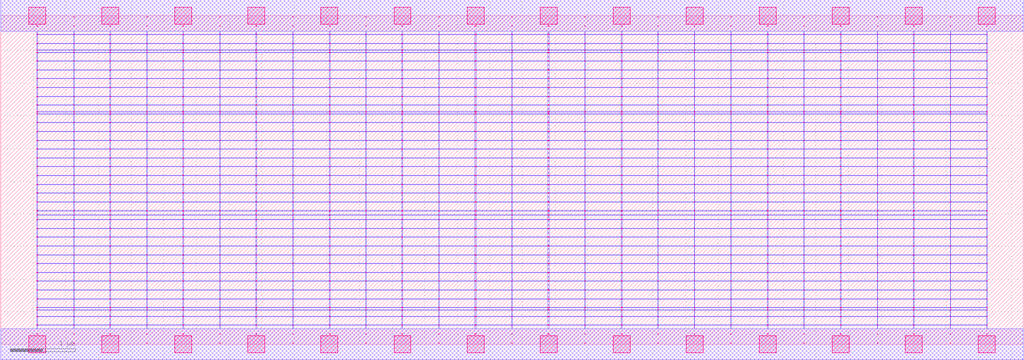
<source format=lef>
MACRO OOOAAOAOI222311_DEBUG
 CLASS CORE ;
 FOREIGN OOOAAOAOI222311_DEBUG 0 0 ;
 SIZE 15.68 BY 5.04 ;
 ORIGIN 0 0 ;
 SYMMETRY X Y R90 ;
 SITE unit ;

 OBS
    LAYER polycont ;
     RECT 7.83600000 2.58300000 7.84400000 2.59100000 ;
     RECT 7.83600000 2.71800000 7.84400000 2.72600000 ;
     RECT 7.83600000 2.85300000 7.84400000 2.86100000 ;
     RECT 7.83600000 2.98800000 7.84400000 2.99600000 ;
     RECT 10.07600000 2.58300000 10.08400000 2.59100000 ;
     RECT 10.63100000 2.58300000 10.64400000 2.59100000 ;
     RECT 11.19600000 2.58300000 11.20400000 2.59100000 ;
     RECT 11.75100000 2.58300000 11.76900000 2.59100000 ;
     RECT 12.31600000 2.58300000 12.32400000 2.59100000 ;
     RECT 12.87100000 2.58300000 12.88900000 2.59100000 ;
     RECT 13.43600000 2.58300000 13.44400000 2.59100000 ;
     RECT 13.99100000 2.58300000 14.00900000 2.59100000 ;
     RECT 14.55600000 2.58300000 14.56400000 2.59100000 ;
     RECT 15.11600000 2.58300000 15.12900000 2.59100000 ;
     RECT 8.39100000 2.58300000 8.40900000 2.59100000 ;
     RECT 8.39100000 2.71800000 8.40900000 2.72600000 ;
     RECT 8.95600000 2.71800000 8.96400000 2.72600000 ;
     RECT 9.51600000 2.71800000 9.52900000 2.72600000 ;
     RECT 10.07600000 2.71800000 10.08400000 2.72600000 ;
     RECT 10.63100000 2.71800000 10.64400000 2.72600000 ;
     RECT 11.19600000 2.71800000 11.20400000 2.72600000 ;
     RECT 11.75100000 2.71800000 11.76900000 2.72600000 ;
     RECT 12.31600000 2.71800000 12.32400000 2.72600000 ;
     RECT 12.87100000 2.71800000 12.88900000 2.72600000 ;
     RECT 13.43600000 2.71800000 13.44400000 2.72600000 ;
     RECT 13.99100000 2.71800000 14.00900000 2.72600000 ;
     RECT 14.55600000 2.71800000 14.56400000 2.72600000 ;
     RECT 15.11600000 2.71800000 15.12900000 2.72600000 ;
     RECT 8.95600000 2.58300000 8.96400000 2.59100000 ;
     RECT 8.39100000 2.85300000 8.40900000 2.86100000 ;
     RECT 8.95600000 2.85300000 8.96400000 2.86100000 ;
     RECT 9.51600000 2.85300000 9.52900000 2.86100000 ;
     RECT 10.07600000 2.85300000 10.08400000 2.86100000 ;
     RECT 10.63100000 2.85300000 10.64400000 2.86100000 ;
     RECT 11.19600000 2.85300000 11.20400000 2.86100000 ;
     RECT 11.75100000 2.85300000 11.76900000 2.86100000 ;
     RECT 12.31600000 2.85300000 12.32400000 2.86100000 ;
     RECT 12.87100000 2.85300000 12.88900000 2.86100000 ;
     RECT 13.43600000 2.85300000 13.44400000 2.86100000 ;
     RECT 13.99100000 2.85300000 14.00900000 2.86100000 ;
     RECT 14.55600000 2.85300000 14.56400000 2.86100000 ;
     RECT 15.11600000 2.85300000 15.12900000 2.86100000 ;
     RECT 9.51600000 2.58300000 9.52900000 2.59100000 ;
     RECT 8.39100000 2.98800000 8.40900000 2.99600000 ;
     RECT 8.95600000 2.98800000 8.96400000 2.99600000 ;
     RECT 9.51600000 2.98800000 9.52900000 2.99600000 ;
     RECT 10.07600000 2.98800000 10.08400000 2.99600000 ;
     RECT 10.63100000 2.98800000 10.64400000 2.99600000 ;
     RECT 11.19600000 2.98800000 11.20400000 2.99600000 ;
     RECT 11.75100000 2.98800000 11.76900000 2.99600000 ;
     RECT 12.31600000 2.98800000 12.32400000 2.99600000 ;
     RECT 12.87100000 2.98800000 12.88900000 2.99600000 ;
     RECT 13.43600000 2.98800000 13.44400000 2.99600000 ;
     RECT 13.99100000 2.98800000 14.00900000 2.99600000 ;
     RECT 14.55600000 2.98800000 14.56400000 2.99600000 ;
     RECT 15.11600000 2.98800000 15.12900000 2.99600000 ;
     RECT 10.07600000 3.12300000 10.08400000 3.13100000 ;
     RECT 10.07600000 3.25800000 10.08400000 3.26600000 ;
     RECT 10.07600000 3.39300000 10.08400000 3.40100000 ;
     RECT 10.07600000 3.52800000 10.08400000 3.53600000 ;
     RECT 10.07600000 3.56100000 10.08400000 3.56900000 ;
     RECT 10.07600000 3.66300000 10.08400000 3.67100000 ;
     RECT 10.07600000 3.79800000 10.08400000 3.80600000 ;
     RECT 10.07600000 3.93300000 10.08400000 3.94100000 ;
     RECT 10.07600000 4.06800000 10.08400000 4.07600000 ;
     RECT 10.07600000 4.20300000 10.08400000 4.21100000 ;
     RECT 10.07600000 4.33800000 10.08400000 4.34600000 ;
     RECT 10.07600000 4.47300000 10.08400000 4.48100000 ;
     RECT 10.07600000 4.51100000 10.08400000 4.51900000 ;
     RECT 10.07600000 4.60800000 10.08400000 4.61600000 ;
     RECT 10.07600000 4.74300000 10.08400000 4.75100000 ;
     RECT 10.07600000 4.87800000 10.08400000 4.88600000 ;
     RECT 3.91100000 2.71800000 3.92900000 2.72600000 ;
     RECT 4.47600000 2.71800000 4.48400000 2.72600000 ;
     RECT 5.03600000 2.71800000 5.04900000 2.72600000 ;
     RECT 5.59600000 2.71800000 5.60400000 2.72600000 ;
     RECT 6.15100000 2.71800000 6.16400000 2.72600000 ;
     RECT 6.71600000 2.71800000 6.72400000 2.72600000 ;
     RECT 7.27100000 2.71800000 7.28900000 2.72600000 ;
     RECT 1.11600000 2.58300000 1.12400000 2.59100000 ;
     RECT 1.67100000 2.58300000 1.68900000 2.59100000 ;
     RECT 0.55100000 2.98800000 0.56400000 2.99600000 ;
     RECT 1.11600000 2.98800000 1.12400000 2.99600000 ;
     RECT 1.67100000 2.98800000 1.68900000 2.99600000 ;
     RECT 2.23600000 2.98800000 2.24400000 2.99600000 ;
     RECT 2.79100000 2.98800000 2.80900000 2.99600000 ;
     RECT 3.35600000 2.98800000 3.36400000 2.99600000 ;
     RECT 3.91100000 2.98800000 3.92900000 2.99600000 ;
     RECT 4.47600000 2.98800000 4.48400000 2.99600000 ;
     RECT 5.03600000 2.98800000 5.04900000 2.99600000 ;
     RECT 5.59600000 2.98800000 5.60400000 2.99600000 ;
     RECT 6.15100000 2.98800000 6.16400000 2.99600000 ;
     RECT 6.71600000 2.98800000 6.72400000 2.99600000 ;
     RECT 7.27100000 2.98800000 7.28900000 2.99600000 ;
     RECT 2.23600000 2.58300000 2.24400000 2.59100000 ;
     RECT 2.79100000 2.58300000 2.80900000 2.59100000 ;
     RECT 3.35600000 2.58300000 3.36400000 2.59100000 ;
     RECT 3.91100000 2.58300000 3.92900000 2.59100000 ;
     RECT 4.47600000 2.58300000 4.48400000 2.59100000 ;
     RECT 5.03600000 2.58300000 5.04900000 2.59100000 ;
     RECT 5.59600000 2.58300000 5.60400000 2.59100000 ;
     RECT 6.15100000 2.58300000 6.16400000 2.59100000 ;
     RECT 6.71600000 2.58300000 6.72400000 2.59100000 ;
     RECT 7.27100000 2.58300000 7.28900000 2.59100000 ;
     RECT 0.55100000 2.58300000 0.56400000 2.59100000 ;
     RECT 0.55100000 2.71800000 0.56400000 2.72600000 ;
     RECT 0.55100000 2.85300000 0.56400000 2.86100000 ;
     RECT 1.11600000 2.85300000 1.12400000 2.86100000 ;
     RECT 5.59600000 3.12300000 5.60400000 3.13100000 ;
     RECT 1.67100000 2.85300000 1.68900000 2.86100000 ;
     RECT 5.59600000 3.25800000 5.60400000 3.26600000 ;
     RECT 2.23600000 2.85300000 2.24400000 2.86100000 ;
     RECT 5.59600000 3.39300000 5.60400000 3.40100000 ;
     RECT 2.79100000 2.85300000 2.80900000 2.86100000 ;
     RECT 5.59600000 3.52800000 5.60400000 3.53600000 ;
     RECT 3.35600000 2.85300000 3.36400000 2.86100000 ;
     RECT 5.59600000 3.56100000 5.60400000 3.56900000 ;
     RECT 3.91100000 2.85300000 3.92900000 2.86100000 ;
     RECT 5.59600000 3.66300000 5.60400000 3.67100000 ;
     RECT 4.47600000 2.85300000 4.48400000 2.86100000 ;
     RECT 5.59600000 3.79800000 5.60400000 3.80600000 ;
     RECT 5.03600000 2.85300000 5.04900000 2.86100000 ;
     RECT 5.59600000 3.93300000 5.60400000 3.94100000 ;
     RECT 5.59600000 2.85300000 5.60400000 2.86100000 ;
     RECT 5.59600000 4.06800000 5.60400000 4.07600000 ;
     RECT 6.15100000 2.85300000 6.16400000 2.86100000 ;
     RECT 5.59600000 4.20300000 5.60400000 4.21100000 ;
     RECT 6.71600000 2.85300000 6.72400000 2.86100000 ;
     RECT 5.59600000 4.33800000 5.60400000 4.34600000 ;
     RECT 7.27100000 2.85300000 7.28900000 2.86100000 ;
     RECT 5.59600000 4.47300000 5.60400000 4.48100000 ;
     RECT 1.11600000 2.71800000 1.12400000 2.72600000 ;
     RECT 5.59600000 4.51100000 5.60400000 4.51900000 ;
     RECT 1.67100000 2.71800000 1.68900000 2.72600000 ;
     RECT 5.59600000 4.60800000 5.60400000 4.61600000 ;
     RECT 2.23600000 2.71800000 2.24400000 2.72600000 ;
     RECT 5.59600000 4.74300000 5.60400000 4.75100000 ;
     RECT 2.79100000 2.71800000 2.80900000 2.72600000 ;
     RECT 5.59600000 4.87800000 5.60400000 4.88600000 ;
     RECT 3.35600000 2.71800000 3.36400000 2.72600000 ;
     RECT 2.23600000 0.15300000 2.24400000 0.16100000 ;
     RECT 2.23600000 0.28800000 2.24400000 0.29600000 ;
     RECT 2.23600000 0.42300000 2.24400000 0.43100000 ;
     RECT 2.23600000 0.52100000 2.24400000 0.52900000 ;
     RECT 2.23600000 0.55800000 2.24400000 0.56600000 ;
     RECT 2.23600000 0.69300000 2.24400000 0.70100000 ;
     RECT 2.23600000 0.82800000 2.24400000 0.83600000 ;
     RECT 2.23600000 0.96300000 2.24400000 0.97100000 ;
     RECT 2.23600000 1.09800000 2.24400000 1.10600000 ;
     RECT 2.23600000 1.23300000 2.24400000 1.24100000 ;
     RECT 2.23600000 1.36800000 2.24400000 1.37600000 ;
     RECT 2.23600000 1.50300000 2.24400000 1.51100000 ;
     RECT 2.23600000 1.63800000 2.24400000 1.64600000 ;
     RECT 2.23600000 1.77300000 2.24400000 1.78100000 ;
     RECT 2.23600000 1.90800000 2.24400000 1.91600000 ;
     RECT 2.23600000 1.98100000 2.24400000 1.98900000 ;
     RECT 2.23600000 2.04300000 2.24400000 2.05100000 ;
     RECT 2.23600000 2.17800000 2.24400000 2.18600000 ;
     RECT 2.23600000 2.31300000 2.24400000 2.32100000 ;
     RECT 2.23600000 2.44800000 2.24400000 2.45600000 ;
     RECT 14.55600000 1.77300000 14.56400000 1.78100000 ;
     RECT 15.11600000 1.77300000 15.12900000 1.78100000 ;
     RECT 15.11600000 0.55800000 15.12900000 0.56600000 ;
     RECT 14.55600000 1.90800000 14.56400000 1.91600000 ;
     RECT 15.11600000 1.90800000 15.12900000 1.91600000 ;
     RECT 15.11600000 0.28800000 15.12900000 0.29600000 ;
     RECT 14.55600000 1.98100000 14.56400000 1.98900000 ;
     RECT 15.11600000 1.98100000 15.12900000 1.98900000 ;
     RECT 14.55600000 0.69300000 14.56400000 0.70100000 ;
     RECT 14.55600000 2.04300000 14.56400000 2.05100000 ;
     RECT 15.11600000 2.04300000 15.12900000 2.05100000 ;
     RECT 15.11600000 0.69300000 15.12900000 0.70100000 ;
     RECT 14.55600000 2.17800000 14.56400000 2.18600000 ;
     RECT 15.11600000 2.17800000 15.12900000 2.18600000 ;
     RECT 15.11600000 0.15300000 15.12900000 0.16100000 ;
     RECT 14.55600000 2.31300000 14.56400000 2.32100000 ;
     RECT 15.11600000 2.31300000 15.12900000 2.32100000 ;
     RECT 14.55600000 0.82800000 14.56400000 0.83600000 ;
     RECT 14.55600000 2.44800000 14.56400000 2.45600000 ;
     RECT 15.11600000 2.44800000 15.12900000 2.45600000 ;
     RECT 15.11600000 0.82800000 15.12900000 0.83600000 ;
     RECT 14.55600000 0.42300000 14.56400000 0.43100000 ;
     RECT 14.55600000 0.96300000 14.56400000 0.97100000 ;
     RECT 15.11600000 0.96300000 15.12900000 0.97100000 ;
     RECT 15.11600000 0.42300000 15.12900000 0.43100000 ;
     RECT 14.55600000 1.09800000 14.56400000 1.10600000 ;
     RECT 15.11600000 1.09800000 15.12900000 1.10600000 ;
     RECT 14.55600000 0.15300000 14.56400000 0.16100000 ;
     RECT 14.55600000 1.23300000 14.56400000 1.24100000 ;
     RECT 15.11600000 1.23300000 15.12900000 1.24100000 ;
     RECT 14.55600000 0.52100000 14.56400000 0.52900000 ;
     RECT 14.55600000 1.36800000 14.56400000 1.37600000 ;
     RECT 15.11600000 1.36800000 15.12900000 1.37600000 ;
     RECT 15.11600000 0.52100000 15.12900000 0.52900000 ;
     RECT 14.55600000 1.50300000 14.56400000 1.51100000 ;
     RECT 15.11600000 1.50300000 15.12900000 1.51100000 ;
     RECT 14.55600000 0.28800000 14.56400000 0.29600000 ;
     RECT 14.55600000 1.63800000 14.56400000 1.64600000 ;
     RECT 15.11600000 1.63800000 15.12900000 1.64600000 ;
     RECT 14.55600000 0.55800000 14.56400000 0.56600000 ;

    LAYER pdiffc ;
     RECT 0.55100000 3.39300000 0.55900000 3.40100000 ;
     RECT 5.04100000 3.39300000 5.04900000 3.40100000 ;
     RECT 6.15100000 3.39300000 6.15900000 3.40100000 ;
     RECT 9.52100000 3.39300000 9.52900000 3.40100000 ;
     RECT 10.63100000 3.39300000 10.63900000 3.40100000 ;
     RECT 15.12100000 3.39300000 15.12900000 3.40100000 ;
     RECT 0.55100000 3.52800000 0.55900000 3.53600000 ;
     RECT 5.04100000 3.52800000 5.04900000 3.53600000 ;
     RECT 6.15100000 3.52800000 6.15900000 3.53600000 ;
     RECT 9.52100000 3.52800000 9.52900000 3.53600000 ;
     RECT 10.63100000 3.52800000 10.63900000 3.53600000 ;
     RECT 15.12100000 3.52800000 15.12900000 3.53600000 ;
     RECT 0.55100000 3.56100000 0.55900000 3.56900000 ;
     RECT 5.04100000 3.56100000 5.04900000 3.56900000 ;
     RECT 6.15100000 3.56100000 6.15900000 3.56900000 ;
     RECT 9.52100000 3.56100000 9.52900000 3.56900000 ;
     RECT 10.63100000 3.56100000 10.63900000 3.56900000 ;
     RECT 15.12100000 3.56100000 15.12900000 3.56900000 ;
     RECT 0.55100000 3.66300000 0.55900000 3.67100000 ;
     RECT 5.04100000 3.66300000 5.04900000 3.67100000 ;
     RECT 6.15100000 3.66300000 6.15900000 3.67100000 ;
     RECT 9.52100000 3.66300000 9.52900000 3.67100000 ;
     RECT 10.63100000 3.66300000 10.63900000 3.67100000 ;
     RECT 15.12100000 3.66300000 15.12900000 3.67100000 ;
     RECT 0.55100000 3.79800000 0.55900000 3.80600000 ;
     RECT 5.04100000 3.79800000 5.04900000 3.80600000 ;
     RECT 6.15100000 3.79800000 6.15900000 3.80600000 ;
     RECT 9.52100000 3.79800000 9.52900000 3.80600000 ;
     RECT 10.63100000 3.79800000 10.63900000 3.80600000 ;
     RECT 15.12100000 3.79800000 15.12900000 3.80600000 ;
     RECT 0.55100000 3.93300000 0.55900000 3.94100000 ;
     RECT 5.04100000 3.93300000 5.04900000 3.94100000 ;
     RECT 6.15100000 3.93300000 6.15900000 3.94100000 ;
     RECT 9.52100000 3.93300000 9.52900000 3.94100000 ;
     RECT 10.63100000 3.93300000 10.63900000 3.94100000 ;
     RECT 15.12100000 3.93300000 15.12900000 3.94100000 ;
     RECT 0.55100000 4.06800000 0.55900000 4.07600000 ;
     RECT 5.04100000 4.06800000 5.04900000 4.07600000 ;
     RECT 6.15100000 4.06800000 6.15900000 4.07600000 ;
     RECT 9.52100000 4.06800000 9.52900000 4.07600000 ;
     RECT 10.63100000 4.06800000 10.63900000 4.07600000 ;
     RECT 15.12100000 4.06800000 15.12900000 4.07600000 ;
     RECT 0.55100000 4.20300000 0.55900000 4.21100000 ;
     RECT 5.04100000 4.20300000 5.04900000 4.21100000 ;
     RECT 6.15100000 4.20300000 6.15900000 4.21100000 ;
     RECT 9.52100000 4.20300000 9.52900000 4.21100000 ;
     RECT 10.63100000 4.20300000 10.63900000 4.21100000 ;
     RECT 15.12100000 4.20300000 15.12900000 4.21100000 ;
     RECT 0.55100000 4.33800000 0.55900000 4.34600000 ;
     RECT 5.04100000 4.33800000 5.04900000 4.34600000 ;
     RECT 6.15100000 4.33800000 6.15900000 4.34600000 ;
     RECT 9.52100000 4.33800000 9.52900000 4.34600000 ;
     RECT 10.63100000 4.33800000 10.63900000 4.34600000 ;
     RECT 15.12100000 4.33800000 15.12900000 4.34600000 ;
     RECT 0.55100000 4.47300000 0.55900000 4.48100000 ;
     RECT 5.04100000 4.47300000 5.04900000 4.48100000 ;
     RECT 6.15100000 4.47300000 6.15900000 4.48100000 ;
     RECT 9.52100000 4.47300000 9.52900000 4.48100000 ;
     RECT 10.63100000 4.47300000 10.63900000 4.48100000 ;
     RECT 15.12100000 4.47300000 15.12900000 4.48100000 ;
     RECT 0.55100000 4.51100000 0.55900000 4.51900000 ;
     RECT 5.04100000 4.51100000 5.04900000 4.51900000 ;
     RECT 6.15100000 4.51100000 6.15900000 4.51900000 ;
     RECT 9.52100000 4.51100000 9.52900000 4.51900000 ;
     RECT 10.63100000 4.51100000 10.63900000 4.51900000 ;
     RECT 15.12100000 4.51100000 15.12900000 4.51900000 ;
     RECT 0.55100000 4.60800000 0.55900000 4.61600000 ;
     RECT 5.04100000 4.60800000 5.04900000 4.61600000 ;
     RECT 6.15100000 4.60800000 6.15900000 4.61600000 ;
     RECT 9.52100000 4.60800000 9.52900000 4.61600000 ;
     RECT 10.63100000 4.60800000 10.63900000 4.61600000 ;
     RECT 15.12100000 4.60800000 15.12900000 4.61600000 ;

    LAYER ndiffc ;
     RECT 7.27100000 0.42300000 7.28900000 0.43100000 ;
     RECT 7.27100000 0.52100000 7.28900000 0.52900000 ;
     RECT 7.27100000 0.55800000 7.28900000 0.56600000 ;
     RECT 7.27100000 0.69300000 7.28900000 0.70100000 ;
     RECT 7.27100000 0.82800000 7.28900000 0.83600000 ;
     RECT 7.27100000 0.96300000 7.28900000 0.97100000 ;
     RECT 7.27100000 1.09800000 7.28900000 1.10600000 ;
     RECT 7.27100000 1.23300000 7.28900000 1.24100000 ;
     RECT 7.27100000 1.36800000 7.28900000 1.37600000 ;
     RECT 7.27100000 1.50300000 7.28900000 1.51100000 ;
     RECT 7.27100000 1.63800000 7.28900000 1.64600000 ;
     RECT 7.27100000 1.77300000 7.28900000 1.78100000 ;
     RECT 7.27100000 1.90800000 7.28900000 1.91600000 ;
     RECT 7.27100000 1.98100000 7.28900000 1.98900000 ;
     RECT 7.27100000 2.04300000 7.28900000 2.05100000 ;
     RECT 8.39100000 0.55800000 8.40900000 0.56600000 ;
     RECT 9.51600000 0.55800000 9.52900000 0.56600000 ;
     RECT 10.63100000 0.55800000 10.64400000 0.56600000 ;
     RECT 11.75100000 0.55800000 11.76900000 0.56600000 ;
     RECT 12.87100000 0.55800000 12.88900000 0.56600000 ;
     RECT 13.99100000 0.55800000 14.00900000 0.56600000 ;
     RECT 10.63100000 0.42300000 10.64400000 0.43100000 ;
     RECT 8.39100000 0.69300000 8.40900000 0.70100000 ;
     RECT 9.51600000 0.69300000 9.52900000 0.70100000 ;
     RECT 10.63100000 0.69300000 10.64400000 0.70100000 ;
     RECT 11.75100000 0.69300000 11.76900000 0.70100000 ;
     RECT 12.87100000 0.69300000 12.88900000 0.70100000 ;
     RECT 13.99100000 0.69300000 14.00900000 0.70100000 ;
     RECT 11.75100000 0.42300000 11.76900000 0.43100000 ;
     RECT 8.39100000 0.82800000 8.40900000 0.83600000 ;
     RECT 9.51600000 0.82800000 9.52900000 0.83600000 ;
     RECT 10.63100000 0.82800000 10.64400000 0.83600000 ;
     RECT 11.75100000 0.82800000 11.76900000 0.83600000 ;
     RECT 12.87100000 0.82800000 12.88900000 0.83600000 ;
     RECT 13.99100000 0.82800000 14.00900000 0.83600000 ;
     RECT 12.87100000 0.42300000 12.88900000 0.43100000 ;
     RECT 8.39100000 0.96300000 8.40900000 0.97100000 ;
     RECT 9.51600000 0.96300000 9.52900000 0.97100000 ;
     RECT 10.63100000 0.96300000 10.64400000 0.97100000 ;
     RECT 11.75100000 0.96300000 11.76900000 0.97100000 ;
     RECT 12.87100000 0.96300000 12.88900000 0.97100000 ;
     RECT 13.99100000 0.96300000 14.00900000 0.97100000 ;
     RECT 13.99100000 0.42300000 14.00900000 0.43100000 ;
     RECT 8.39100000 1.09800000 8.40900000 1.10600000 ;
     RECT 9.51600000 1.09800000 9.52900000 1.10600000 ;
     RECT 10.63100000 1.09800000 10.64400000 1.10600000 ;
     RECT 11.75100000 1.09800000 11.76900000 1.10600000 ;
     RECT 12.87100000 1.09800000 12.88900000 1.10600000 ;
     RECT 13.99100000 1.09800000 14.00900000 1.10600000 ;
     RECT 8.39100000 0.42300000 8.40900000 0.43100000 ;
     RECT 8.39100000 1.23300000 8.40900000 1.24100000 ;
     RECT 9.51600000 1.23300000 9.52900000 1.24100000 ;
     RECT 10.63100000 1.23300000 10.64400000 1.24100000 ;
     RECT 11.75100000 1.23300000 11.76900000 1.24100000 ;
     RECT 12.87100000 1.23300000 12.88900000 1.24100000 ;
     RECT 13.99100000 1.23300000 14.00900000 1.24100000 ;
     RECT 8.39100000 0.52100000 8.40900000 0.52900000 ;
     RECT 8.39100000 1.36800000 8.40900000 1.37600000 ;
     RECT 9.51600000 1.36800000 9.52900000 1.37600000 ;
     RECT 10.63100000 1.36800000 10.64400000 1.37600000 ;
     RECT 11.75100000 1.36800000 11.76900000 1.37600000 ;
     RECT 12.87100000 1.36800000 12.88900000 1.37600000 ;
     RECT 13.99100000 1.36800000 14.00900000 1.37600000 ;
     RECT 9.51600000 0.52100000 9.52900000 0.52900000 ;
     RECT 8.39100000 1.50300000 8.40900000 1.51100000 ;
     RECT 9.51600000 1.50300000 9.52900000 1.51100000 ;
     RECT 10.63100000 1.50300000 10.64400000 1.51100000 ;
     RECT 11.75100000 1.50300000 11.76900000 1.51100000 ;
     RECT 12.87100000 1.50300000 12.88900000 1.51100000 ;
     RECT 13.99100000 1.50300000 14.00900000 1.51100000 ;
     RECT 10.63100000 0.52100000 10.64400000 0.52900000 ;
     RECT 8.39100000 1.63800000 8.40900000 1.64600000 ;
     RECT 9.51600000 1.63800000 9.52900000 1.64600000 ;
     RECT 10.63100000 1.63800000 10.64400000 1.64600000 ;
     RECT 11.75100000 1.63800000 11.76900000 1.64600000 ;
     RECT 12.87100000 1.63800000 12.88900000 1.64600000 ;
     RECT 13.99100000 1.63800000 14.00900000 1.64600000 ;
     RECT 11.75100000 0.52100000 11.76900000 0.52900000 ;
     RECT 8.39100000 1.77300000 8.40900000 1.78100000 ;
     RECT 9.51600000 1.77300000 9.52900000 1.78100000 ;
     RECT 10.63100000 1.77300000 10.64400000 1.78100000 ;
     RECT 11.75100000 1.77300000 11.76900000 1.78100000 ;
     RECT 12.87100000 1.77300000 12.88900000 1.78100000 ;
     RECT 13.99100000 1.77300000 14.00900000 1.78100000 ;
     RECT 12.87100000 0.52100000 12.88900000 0.52900000 ;
     RECT 8.39100000 1.90800000 8.40900000 1.91600000 ;
     RECT 9.51600000 1.90800000 9.52900000 1.91600000 ;
     RECT 10.63100000 1.90800000 10.64400000 1.91600000 ;
     RECT 11.75100000 1.90800000 11.76900000 1.91600000 ;
     RECT 12.87100000 1.90800000 12.88900000 1.91600000 ;
     RECT 13.99100000 1.90800000 14.00900000 1.91600000 ;
     RECT 13.99100000 0.52100000 14.00900000 0.52900000 ;
     RECT 8.39100000 1.98100000 8.40900000 1.98900000 ;
     RECT 9.51600000 1.98100000 9.52900000 1.98900000 ;
     RECT 10.63100000 1.98100000 10.64400000 1.98900000 ;
     RECT 11.75100000 1.98100000 11.76900000 1.98900000 ;
     RECT 12.87100000 1.98100000 12.88900000 1.98900000 ;
     RECT 13.99100000 1.98100000 14.00900000 1.98900000 ;
     RECT 9.51600000 0.42300000 9.52900000 0.43100000 ;
     RECT 8.39100000 2.04300000 8.40900000 2.05100000 ;
     RECT 9.51600000 2.04300000 9.52900000 2.05100000 ;
     RECT 10.63100000 2.04300000 10.64400000 2.05100000 ;
     RECT 11.75100000 2.04300000 11.76900000 2.05100000 ;
     RECT 12.87100000 2.04300000 12.88900000 2.05100000 ;
     RECT 13.99100000 2.04300000 14.00900000 2.05100000 ;
     RECT 1.67100000 1.36800000 1.68900000 1.37600000 ;
     RECT 2.79100000 1.36800000 2.80900000 1.37600000 ;
     RECT 3.91100000 1.36800000 3.92900000 1.37600000 ;
     RECT 5.03600000 1.36800000 5.04900000 1.37600000 ;
     RECT 6.15100000 1.36800000 6.16400000 1.37600000 ;
     RECT 5.03600000 0.82800000 5.04900000 0.83600000 ;
     RECT 6.15100000 0.82800000 6.16400000 0.83600000 ;
     RECT 2.79100000 0.55800000 2.80900000 0.56600000 ;
     RECT 3.91100000 0.55800000 3.92900000 0.56600000 ;
     RECT 5.03600000 0.55800000 5.04900000 0.56600000 ;
     RECT 6.15100000 0.55800000 6.16400000 0.56600000 ;
     RECT 1.67100000 0.52100000 1.68900000 0.52900000 ;
     RECT 0.55100000 1.50300000 0.56400000 1.51100000 ;
     RECT 1.67100000 1.50300000 1.68900000 1.51100000 ;
     RECT 2.79100000 1.50300000 2.80900000 1.51100000 ;
     RECT 3.91100000 1.50300000 3.92900000 1.51100000 ;
     RECT 5.03600000 1.50300000 5.04900000 1.51100000 ;
     RECT 6.15100000 1.50300000 6.16400000 1.51100000 ;
     RECT 2.79100000 0.52100000 2.80900000 0.52900000 ;
     RECT 3.91100000 0.52100000 3.92900000 0.52900000 ;
     RECT 0.55100000 0.96300000 0.56400000 0.97100000 ;
     RECT 1.67100000 0.96300000 1.68900000 0.97100000 ;
     RECT 2.79100000 0.96300000 2.80900000 0.97100000 ;
     RECT 3.91100000 0.96300000 3.92900000 0.97100000 ;
     RECT 5.03600000 0.96300000 5.04900000 0.97100000 ;
     RECT 0.55100000 1.63800000 0.56400000 1.64600000 ;
     RECT 1.67100000 1.63800000 1.68900000 1.64600000 ;
     RECT 2.79100000 1.63800000 2.80900000 1.64600000 ;
     RECT 3.91100000 1.63800000 3.92900000 1.64600000 ;
     RECT 5.03600000 1.63800000 5.04900000 1.64600000 ;
     RECT 6.15100000 1.63800000 6.16400000 1.64600000 ;
     RECT 6.15100000 0.96300000 6.16400000 0.97100000 ;
     RECT 5.03600000 0.52100000 5.04900000 0.52900000 ;
     RECT 6.15100000 0.52100000 6.16400000 0.52900000 ;
     RECT 1.67100000 0.42300000 1.68900000 0.43100000 ;
     RECT 2.79100000 0.42300000 2.80900000 0.43100000 ;
     RECT 0.55100000 0.69300000 0.56400000 0.70100000 ;
     RECT 1.67100000 0.69300000 1.68900000 0.70100000 ;
     RECT 0.55100000 1.77300000 0.56400000 1.78100000 ;
     RECT 1.67100000 1.77300000 1.68900000 1.78100000 ;
     RECT 2.79100000 1.77300000 2.80900000 1.78100000 ;
     RECT 3.91100000 1.77300000 3.92900000 1.78100000 ;
     RECT 5.03600000 1.77300000 5.04900000 1.78100000 ;
     RECT 6.15100000 1.77300000 6.16400000 1.78100000 ;
     RECT 2.79100000 0.69300000 2.80900000 0.70100000 ;
     RECT 0.55100000 1.09800000 0.56400000 1.10600000 ;
     RECT 1.67100000 1.09800000 1.68900000 1.10600000 ;
     RECT 2.79100000 1.09800000 2.80900000 1.10600000 ;
     RECT 3.91100000 1.09800000 3.92900000 1.10600000 ;
     RECT 5.03600000 1.09800000 5.04900000 1.10600000 ;
     RECT 6.15100000 1.09800000 6.16400000 1.10600000 ;
     RECT 0.55100000 1.90800000 0.56400000 1.91600000 ;
     RECT 1.67100000 1.90800000 1.68900000 1.91600000 ;
     RECT 2.79100000 1.90800000 2.80900000 1.91600000 ;
     RECT 3.91100000 1.90800000 3.92900000 1.91600000 ;
     RECT 5.03600000 1.90800000 5.04900000 1.91600000 ;
     RECT 6.15100000 1.90800000 6.16400000 1.91600000 ;
     RECT 3.91100000 0.69300000 3.92900000 0.70100000 ;
     RECT 5.03600000 0.69300000 5.04900000 0.70100000 ;
     RECT 6.15100000 0.69300000 6.16400000 0.70100000 ;
     RECT 3.91100000 0.42300000 3.92900000 0.43100000 ;
     RECT 5.03600000 0.42300000 5.04900000 0.43100000 ;
     RECT 6.15100000 0.42300000 6.16400000 0.43100000 ;
     RECT 0.55100000 0.42300000 0.56400000 0.43100000 ;
     RECT 0.55100000 1.98100000 0.56400000 1.98900000 ;
     RECT 1.67100000 1.98100000 1.68900000 1.98900000 ;
     RECT 2.79100000 1.98100000 2.80900000 1.98900000 ;
     RECT 3.91100000 1.98100000 3.92900000 1.98900000 ;
     RECT 5.03600000 1.98100000 5.04900000 1.98900000 ;
     RECT 6.15100000 1.98100000 6.16400000 1.98900000 ;
     RECT 0.55100000 1.23300000 0.56400000 1.24100000 ;
     RECT 1.67100000 1.23300000 1.68900000 1.24100000 ;
     RECT 2.79100000 1.23300000 2.80900000 1.24100000 ;
     RECT 3.91100000 1.23300000 3.92900000 1.24100000 ;
     RECT 5.03600000 1.23300000 5.04900000 1.24100000 ;
     RECT 6.15100000 1.23300000 6.16400000 1.24100000 ;
     RECT 0.55100000 0.52100000 0.56400000 0.52900000 ;
     RECT 0.55100000 2.04300000 0.56400000 2.05100000 ;
     RECT 1.67100000 2.04300000 1.68900000 2.05100000 ;
     RECT 2.79100000 2.04300000 2.80900000 2.05100000 ;
     RECT 3.91100000 2.04300000 3.92900000 2.05100000 ;
     RECT 5.03600000 2.04300000 5.04900000 2.05100000 ;
     RECT 6.15100000 2.04300000 6.16400000 2.05100000 ;
     RECT 0.55100000 0.55800000 0.56400000 0.56600000 ;
     RECT 1.67100000 0.55800000 1.68900000 0.56600000 ;
     RECT 0.55100000 0.82800000 0.56400000 0.83600000 ;
     RECT 1.67100000 0.82800000 1.68900000 0.83600000 ;
     RECT 2.79100000 0.82800000 2.80900000 0.83600000 ;
     RECT 3.91100000 0.82800000 3.92900000 0.83600000 ;
     RECT 0.55100000 1.36800000 0.56400000 1.37600000 ;

    LAYER met1 ;
     RECT 0.00000000 -0.24000000 15.68000000 0.24000000 ;
     RECT 7.83600000 0.24000000 7.84400000 0.28800000 ;
     RECT 0.55100000 0.28800000 15.12900000 0.29600000 ;
     RECT 7.83600000 0.29600000 7.84400000 0.42300000 ;
     RECT 0.55100000 0.42300000 15.12900000 0.43100000 ;
     RECT 7.83600000 0.43100000 7.84400000 0.52100000 ;
     RECT 0.55100000 0.52100000 15.12900000 0.52900000 ;
     RECT 7.83600000 0.52900000 7.84400000 0.55800000 ;
     RECT 0.55100000 0.55800000 15.12900000 0.56600000 ;
     RECT 7.83600000 0.56600000 7.84400000 0.69300000 ;
     RECT 0.55100000 0.69300000 15.12900000 0.70100000 ;
     RECT 7.83600000 0.70100000 7.84400000 0.82800000 ;
     RECT 0.55100000 0.82800000 15.12900000 0.83600000 ;
     RECT 7.83600000 0.83600000 7.84400000 0.96300000 ;
     RECT 0.55100000 0.96300000 15.12900000 0.97100000 ;
     RECT 7.83600000 0.97100000 7.84400000 1.09800000 ;
     RECT 0.55100000 1.09800000 15.12900000 1.10600000 ;
     RECT 7.83600000 1.10600000 7.84400000 1.23300000 ;
     RECT 0.55100000 1.23300000 15.12900000 1.24100000 ;
     RECT 7.83600000 1.24100000 7.84400000 1.36800000 ;
     RECT 0.55100000 1.36800000 15.12900000 1.37600000 ;
     RECT 7.83600000 1.37600000 7.84400000 1.50300000 ;
     RECT 0.55100000 1.50300000 15.12900000 1.51100000 ;
     RECT 7.83600000 1.51100000 7.84400000 1.63800000 ;
     RECT 0.55100000 1.63800000 15.12900000 1.64600000 ;
     RECT 7.83600000 1.64600000 7.84400000 1.77300000 ;
     RECT 0.55100000 1.77300000 15.12900000 1.78100000 ;
     RECT 7.83600000 1.78100000 7.84400000 1.90800000 ;
     RECT 0.55100000 1.90800000 15.12900000 1.91600000 ;
     RECT 7.83600000 1.91600000 7.84400000 1.98100000 ;
     RECT 0.55100000 1.98100000 15.12900000 1.98900000 ;
     RECT 7.83600000 1.98900000 7.84400000 2.04300000 ;
     RECT 0.55100000 2.04300000 15.12900000 2.05100000 ;
     RECT 7.83600000 2.05100000 7.84400000 2.17800000 ;
     RECT 0.55100000 2.17800000 15.12900000 2.18600000 ;
     RECT 7.83600000 2.18600000 7.84400000 2.31300000 ;
     RECT 0.55100000 2.31300000 15.12900000 2.32100000 ;
     RECT 7.83600000 2.32100000 7.84400000 2.44800000 ;
     RECT 0.55100000 2.44800000 15.12900000 2.45600000 ;
     RECT 0.55100000 2.45600000 0.56400000 2.58300000 ;
     RECT 1.11600000 2.45600000 1.12400000 2.58300000 ;
     RECT 1.67100000 2.45600000 1.68900000 2.58300000 ;
     RECT 2.23600000 2.45600000 2.24400000 2.58300000 ;
     RECT 2.79100000 2.45600000 2.80900000 2.58300000 ;
     RECT 3.35600000 2.45600000 3.36400000 2.58300000 ;
     RECT 3.91100000 2.45600000 3.92900000 2.58300000 ;
     RECT 4.47600000 2.45600000 4.48400000 2.58300000 ;
     RECT 5.03600000 2.45600000 5.04900000 2.58300000 ;
     RECT 5.59600000 2.45600000 5.60400000 2.58300000 ;
     RECT 6.15100000 2.45600000 6.16400000 2.58300000 ;
     RECT 6.71600000 2.45600000 6.72400000 2.58300000 ;
     RECT 7.27100000 2.45600000 7.28900000 2.58300000 ;
     RECT 7.83600000 2.45600000 7.84400000 2.58300000 ;
     RECT 8.39100000 2.45600000 8.40900000 2.58300000 ;
     RECT 8.95600000 2.45600000 8.96400000 2.58300000 ;
     RECT 9.51600000 2.45600000 9.52900000 2.58300000 ;
     RECT 10.07600000 2.45600000 10.08400000 2.58300000 ;
     RECT 10.63100000 2.45600000 10.64400000 2.58300000 ;
     RECT 11.19600000 2.45600000 11.20400000 2.58300000 ;
     RECT 11.75100000 2.45600000 11.76900000 2.58300000 ;
     RECT 12.31600000 2.45600000 12.32400000 2.58300000 ;
     RECT 12.87100000 2.45600000 12.88900000 2.58300000 ;
     RECT 13.43600000 2.45600000 13.44400000 2.58300000 ;
     RECT 13.99100000 2.45600000 14.00900000 2.58300000 ;
     RECT 14.55600000 2.45600000 14.56400000 2.58300000 ;
     RECT 15.11600000 2.45600000 15.12900000 2.58300000 ;
     RECT 0.55100000 2.58300000 15.12900000 2.59100000 ;
     RECT 7.83600000 2.59100000 7.84400000 2.71800000 ;
     RECT 0.55100000 2.71800000 15.12900000 2.72600000 ;
     RECT 7.83600000 2.72600000 7.84400000 2.85300000 ;
     RECT 0.55100000 2.85300000 15.12900000 2.86100000 ;
     RECT 7.83600000 2.86100000 7.84400000 2.98800000 ;
     RECT 0.55100000 2.98800000 15.12900000 2.99600000 ;
     RECT 7.83600000 2.99600000 7.84400000 3.12300000 ;
     RECT 0.55100000 3.12300000 15.12900000 3.13100000 ;
     RECT 7.83600000 3.13100000 7.84400000 3.25800000 ;
     RECT 0.55100000 3.25800000 15.12900000 3.26600000 ;
     RECT 7.83600000 3.26600000 7.84400000 3.39300000 ;
     RECT 0.55100000 3.39300000 15.12900000 3.40100000 ;
     RECT 7.83600000 3.40100000 7.84400000 3.52800000 ;
     RECT 0.55100000 3.52800000 15.12900000 3.53600000 ;
     RECT 7.83600000 3.53600000 7.84400000 3.56100000 ;
     RECT 0.55100000 3.56100000 15.12900000 3.56900000 ;
     RECT 7.83600000 3.56900000 7.84400000 3.66300000 ;
     RECT 0.55100000 3.66300000 15.12900000 3.67100000 ;
     RECT 7.83600000 3.67100000 7.84400000 3.79800000 ;
     RECT 0.55100000 3.79800000 15.12900000 3.80600000 ;
     RECT 7.83600000 3.80600000 7.84400000 3.93300000 ;
     RECT 0.55100000 3.93300000 15.12900000 3.94100000 ;
     RECT 7.83600000 3.94100000 7.84400000 4.06800000 ;
     RECT 0.55100000 4.06800000 15.12900000 4.07600000 ;
     RECT 7.83600000 4.07600000 7.84400000 4.20300000 ;
     RECT 0.55100000 4.20300000 15.12900000 4.21100000 ;
     RECT 7.83600000 4.21100000 7.84400000 4.33800000 ;
     RECT 0.55100000 4.33800000 15.12900000 4.34600000 ;
     RECT 7.83600000 4.34600000 7.84400000 4.47300000 ;
     RECT 0.55100000 4.47300000 15.12900000 4.48100000 ;
     RECT 7.83600000 4.48100000 7.84400000 4.51100000 ;
     RECT 0.55100000 4.51100000 15.12900000 4.51900000 ;
     RECT 7.83600000 4.51900000 7.84400000 4.60800000 ;
     RECT 0.55100000 4.60800000 15.12900000 4.61600000 ;
     RECT 7.83600000 4.61600000 7.84400000 4.74300000 ;
     RECT 0.55100000 4.74300000 15.12900000 4.75100000 ;
     RECT 7.83600000 4.75100000 7.84400000 4.80000000 ;
     RECT 0.00000000 4.80000000 15.68000000 5.28000000 ;
     RECT 11.75100000 2.99600000 11.76900000 3.12300000 ;
     RECT 11.75100000 2.59100000 11.76900000 2.71800000 ;
     RECT 11.75100000 3.13100000 11.76900000 3.25800000 ;
     RECT 11.75100000 3.26600000 11.76900000 3.39300000 ;
     RECT 11.75100000 3.40100000 11.76900000 3.52800000 ;
     RECT 11.75100000 3.53600000 11.76900000 3.56100000 ;
     RECT 11.75100000 3.56900000 11.76900000 3.66300000 ;
     RECT 11.75100000 3.67100000 11.76900000 3.79800000 ;
     RECT 8.39100000 3.80600000 8.40900000 3.93300000 ;
     RECT 8.95600000 3.80600000 8.96400000 3.93300000 ;
     RECT 9.51600000 3.80600000 9.52900000 3.93300000 ;
     RECT 10.07600000 3.80600000 10.08400000 3.93300000 ;
     RECT 10.63100000 3.80600000 10.64400000 3.93300000 ;
     RECT 11.19600000 3.80600000 11.20400000 3.93300000 ;
     RECT 11.75100000 3.80600000 11.76900000 3.93300000 ;
     RECT 12.31600000 3.80600000 12.32400000 3.93300000 ;
     RECT 12.87100000 3.80600000 12.88900000 3.93300000 ;
     RECT 13.43600000 3.80600000 13.44400000 3.93300000 ;
     RECT 13.99100000 3.80600000 14.00900000 3.93300000 ;
     RECT 14.55600000 3.80600000 14.56400000 3.93300000 ;
     RECT 15.11600000 3.80600000 15.12900000 3.93300000 ;
     RECT 11.75100000 2.72600000 11.76900000 2.85300000 ;
     RECT 11.75100000 3.94100000 11.76900000 4.06800000 ;
     RECT 11.75100000 4.07600000 11.76900000 4.20300000 ;
     RECT 11.75100000 4.21100000 11.76900000 4.33800000 ;
     RECT 11.75100000 4.34600000 11.76900000 4.47300000 ;
     RECT 11.75100000 4.48100000 11.76900000 4.51100000 ;
     RECT 11.75100000 4.51900000 11.76900000 4.60800000 ;
     RECT 11.75100000 4.61600000 11.76900000 4.74300000 ;
     RECT 11.75100000 4.75100000 11.76900000 4.80000000 ;
     RECT 11.75100000 2.86100000 11.76900000 2.98800000 ;
     RECT 12.87100000 4.07600000 12.88900000 4.20300000 ;
     RECT 13.43600000 4.07600000 13.44400000 4.20300000 ;
     RECT 13.99100000 4.07600000 14.00900000 4.20300000 ;
     RECT 14.55600000 4.07600000 14.56400000 4.20300000 ;
     RECT 15.11600000 4.07600000 15.12900000 4.20300000 ;
     RECT 12.87100000 3.94100000 12.88900000 4.06800000 ;
     RECT 12.31600000 4.21100000 12.32400000 4.33800000 ;
     RECT 12.87100000 4.21100000 12.88900000 4.33800000 ;
     RECT 13.43600000 4.21100000 13.44400000 4.33800000 ;
     RECT 13.99100000 4.21100000 14.00900000 4.33800000 ;
     RECT 14.55600000 4.21100000 14.56400000 4.33800000 ;
     RECT 15.11600000 4.21100000 15.12900000 4.33800000 ;
     RECT 13.43600000 3.94100000 13.44400000 4.06800000 ;
     RECT 12.31600000 4.34600000 12.32400000 4.47300000 ;
     RECT 12.87100000 4.34600000 12.88900000 4.47300000 ;
     RECT 13.43600000 4.34600000 13.44400000 4.47300000 ;
     RECT 13.99100000 4.34600000 14.00900000 4.47300000 ;
     RECT 14.55600000 4.34600000 14.56400000 4.47300000 ;
     RECT 15.11600000 4.34600000 15.12900000 4.47300000 ;
     RECT 13.99100000 3.94100000 14.00900000 4.06800000 ;
     RECT 12.31600000 4.48100000 12.32400000 4.51100000 ;
     RECT 12.87100000 4.48100000 12.88900000 4.51100000 ;
     RECT 13.43600000 4.48100000 13.44400000 4.51100000 ;
     RECT 13.99100000 4.48100000 14.00900000 4.51100000 ;
     RECT 14.55600000 4.48100000 14.56400000 4.51100000 ;
     RECT 15.11600000 4.48100000 15.12900000 4.51100000 ;
     RECT 14.55600000 3.94100000 14.56400000 4.06800000 ;
     RECT 12.31600000 4.51900000 12.32400000 4.60800000 ;
     RECT 12.87100000 4.51900000 12.88900000 4.60800000 ;
     RECT 13.43600000 4.51900000 13.44400000 4.60800000 ;
     RECT 13.99100000 4.51900000 14.00900000 4.60800000 ;
     RECT 14.55600000 4.51900000 14.56400000 4.60800000 ;
     RECT 15.11600000 4.51900000 15.12900000 4.60800000 ;
     RECT 15.11600000 3.94100000 15.12900000 4.06800000 ;
     RECT 12.31600000 4.61600000 12.32400000 4.74300000 ;
     RECT 12.87100000 4.61600000 12.88900000 4.74300000 ;
     RECT 13.43600000 4.61600000 13.44400000 4.74300000 ;
     RECT 13.99100000 4.61600000 14.00900000 4.74300000 ;
     RECT 14.55600000 4.61600000 14.56400000 4.74300000 ;
     RECT 15.11600000 4.61600000 15.12900000 4.74300000 ;
     RECT 12.31600000 3.94100000 12.32400000 4.06800000 ;
     RECT 12.31600000 4.75100000 12.32400000 4.80000000 ;
     RECT 12.87100000 4.75100000 12.88900000 4.80000000 ;
     RECT 13.43600000 4.75100000 13.44400000 4.80000000 ;
     RECT 13.99100000 4.75100000 14.00900000 4.80000000 ;
     RECT 14.55600000 4.75100000 14.56400000 4.80000000 ;
     RECT 15.11600000 4.75100000 15.12900000 4.80000000 ;
     RECT 12.31600000 4.07600000 12.32400000 4.20300000 ;
     RECT 11.19600000 4.48100000 11.20400000 4.51100000 ;
     RECT 9.51600000 4.21100000 9.52900000 4.33800000 ;
     RECT 10.07600000 4.21100000 10.08400000 4.33800000 ;
     RECT 10.63100000 4.21100000 10.64400000 4.33800000 ;
     RECT 11.19600000 4.21100000 11.20400000 4.33800000 ;
     RECT 8.95600000 4.07600000 8.96400000 4.20300000 ;
     RECT 9.51600000 4.07600000 9.52900000 4.20300000 ;
     RECT 10.07600000 4.07600000 10.08400000 4.20300000 ;
     RECT 8.39100000 4.51900000 8.40900000 4.60800000 ;
     RECT 8.95600000 4.51900000 8.96400000 4.60800000 ;
     RECT 9.51600000 4.51900000 9.52900000 4.60800000 ;
     RECT 10.07600000 4.51900000 10.08400000 4.60800000 ;
     RECT 10.63100000 4.51900000 10.64400000 4.60800000 ;
     RECT 11.19600000 4.51900000 11.20400000 4.60800000 ;
     RECT 10.63100000 4.07600000 10.64400000 4.20300000 ;
     RECT 11.19600000 4.07600000 11.20400000 4.20300000 ;
     RECT 8.95600000 3.94100000 8.96400000 4.06800000 ;
     RECT 9.51600000 3.94100000 9.52900000 4.06800000 ;
     RECT 8.39100000 4.34600000 8.40900000 4.47300000 ;
     RECT 8.95600000 4.34600000 8.96400000 4.47300000 ;
     RECT 9.51600000 4.34600000 9.52900000 4.47300000 ;
     RECT 8.39100000 4.61600000 8.40900000 4.74300000 ;
     RECT 8.95600000 4.61600000 8.96400000 4.74300000 ;
     RECT 9.51600000 4.61600000 9.52900000 4.74300000 ;
     RECT 10.07600000 4.61600000 10.08400000 4.74300000 ;
     RECT 10.63100000 4.61600000 10.64400000 4.74300000 ;
     RECT 11.19600000 4.61600000 11.20400000 4.74300000 ;
     RECT 10.07600000 4.34600000 10.08400000 4.47300000 ;
     RECT 10.63100000 4.34600000 10.64400000 4.47300000 ;
     RECT 11.19600000 4.34600000 11.20400000 4.47300000 ;
     RECT 10.07600000 3.94100000 10.08400000 4.06800000 ;
     RECT 10.63100000 3.94100000 10.64400000 4.06800000 ;
     RECT 11.19600000 3.94100000 11.20400000 4.06800000 ;
     RECT 8.39100000 3.94100000 8.40900000 4.06800000 ;
     RECT 8.39100000 4.75100000 8.40900000 4.80000000 ;
     RECT 8.95600000 4.75100000 8.96400000 4.80000000 ;
     RECT 9.51600000 4.75100000 9.52900000 4.80000000 ;
     RECT 10.07600000 4.75100000 10.08400000 4.80000000 ;
     RECT 10.63100000 4.75100000 10.64400000 4.80000000 ;
     RECT 11.19600000 4.75100000 11.20400000 4.80000000 ;
     RECT 8.39100000 4.07600000 8.40900000 4.20300000 ;
     RECT 8.39100000 4.21100000 8.40900000 4.33800000 ;
     RECT 8.95600000 4.21100000 8.96400000 4.33800000 ;
     RECT 8.39100000 4.48100000 8.40900000 4.51100000 ;
     RECT 8.95600000 4.48100000 8.96400000 4.51100000 ;
     RECT 9.51600000 4.48100000 9.52900000 4.51100000 ;
     RECT 10.07600000 4.48100000 10.08400000 4.51100000 ;
     RECT 10.63100000 4.48100000 10.64400000 4.51100000 ;
     RECT 10.07600000 2.59100000 10.08400000 2.71800000 ;
     RECT 11.19600000 3.26600000 11.20400000 3.39300000 ;
     RECT 8.95600000 2.99600000 8.96400000 3.12300000 ;
     RECT 8.39100000 3.40100000 8.40900000 3.52800000 ;
     RECT 8.95600000 3.40100000 8.96400000 3.52800000 ;
     RECT 9.51600000 3.40100000 9.52900000 3.52800000 ;
     RECT 10.07600000 3.40100000 10.08400000 3.52800000 ;
     RECT 10.63100000 3.40100000 10.64400000 3.52800000 ;
     RECT 11.19600000 3.40100000 11.20400000 3.52800000 ;
     RECT 9.51600000 2.99600000 9.52900000 3.12300000 ;
     RECT 8.39100000 2.59100000 8.40900000 2.71800000 ;
     RECT 8.39100000 3.53600000 8.40900000 3.56100000 ;
     RECT 8.95600000 3.53600000 8.96400000 3.56100000 ;
     RECT 9.51600000 3.53600000 9.52900000 3.56100000 ;
     RECT 8.39100000 2.86100000 8.40900000 2.98800000 ;
     RECT 8.95600000 2.86100000 8.96400000 2.98800000 ;
     RECT 10.07600000 3.53600000 10.08400000 3.56100000 ;
     RECT 10.63100000 3.53600000 10.64400000 3.56100000 ;
     RECT 11.19600000 3.53600000 11.20400000 3.56100000 ;
     RECT 10.07600000 2.99600000 10.08400000 3.12300000 ;
     RECT 8.95600000 2.59100000 8.96400000 2.71800000 ;
     RECT 8.39100000 2.72600000 8.40900000 2.85300000 ;
     RECT 8.39100000 3.56900000 8.40900000 3.66300000 ;
     RECT 8.95600000 3.56900000 8.96400000 3.66300000 ;
     RECT 9.51600000 3.56900000 9.52900000 3.66300000 ;
     RECT 10.07600000 3.56900000 10.08400000 3.66300000 ;
     RECT 10.63100000 3.56900000 10.64400000 3.66300000 ;
     RECT 11.19600000 3.56900000 11.20400000 3.66300000 ;
     RECT 10.63100000 2.99600000 10.64400000 3.12300000 ;
     RECT 9.51600000 2.86100000 9.52900000 2.98800000 ;
     RECT 10.07600000 2.86100000 10.08400000 2.98800000 ;
     RECT 8.95600000 2.72600000 8.96400000 2.85300000 ;
     RECT 9.51600000 2.72600000 9.52900000 2.85300000 ;
     RECT 8.39100000 3.67100000 8.40900000 3.79800000 ;
     RECT 8.95600000 3.67100000 8.96400000 3.79800000 ;
     RECT 9.51600000 3.67100000 9.52900000 3.79800000 ;
     RECT 10.07600000 3.67100000 10.08400000 3.79800000 ;
     RECT 10.63100000 3.67100000 10.64400000 3.79800000 ;
     RECT 11.19600000 3.67100000 11.20400000 3.79800000 ;
     RECT 11.19600000 2.99600000 11.20400000 3.12300000 ;
     RECT 10.07600000 2.72600000 10.08400000 2.85300000 ;
     RECT 10.63100000 2.72600000 10.64400000 2.85300000 ;
     RECT 10.63100000 2.59100000 10.64400000 2.71800000 ;
     RECT 11.19600000 2.59100000 11.20400000 2.71800000 ;
     RECT 10.63100000 2.86100000 10.64400000 2.98800000 ;
     RECT 11.19600000 2.86100000 11.20400000 2.98800000 ;
     RECT 8.39100000 3.13100000 8.40900000 3.25800000 ;
     RECT 8.95600000 3.13100000 8.96400000 3.25800000 ;
     RECT 9.51600000 3.13100000 9.52900000 3.25800000 ;
     RECT 10.07600000 3.13100000 10.08400000 3.25800000 ;
     RECT 10.63100000 3.13100000 10.64400000 3.25800000 ;
     RECT 11.19600000 3.13100000 11.20400000 3.25800000 ;
     RECT 8.39100000 2.99600000 8.40900000 3.12300000 ;
     RECT 8.39100000 3.26600000 8.40900000 3.39300000 ;
     RECT 8.95600000 3.26600000 8.96400000 3.39300000 ;
     RECT 9.51600000 3.26600000 9.52900000 3.39300000 ;
     RECT 10.07600000 3.26600000 10.08400000 3.39300000 ;
     RECT 11.19600000 2.72600000 11.20400000 2.85300000 ;
     RECT 10.63100000 3.26600000 10.64400000 3.39300000 ;
     RECT 9.51600000 2.59100000 9.52900000 2.71800000 ;
     RECT 13.43600000 2.59100000 13.44400000 2.71800000 ;
     RECT 13.43600000 2.99600000 13.44400000 3.12300000 ;
     RECT 12.31600000 3.53600000 12.32400000 3.56100000 ;
     RECT 12.87100000 3.53600000 12.88900000 3.56100000 ;
     RECT 13.43600000 3.53600000 13.44400000 3.56100000 ;
     RECT 13.99100000 3.53600000 14.00900000 3.56100000 ;
     RECT 14.55600000 3.53600000 14.56400000 3.56100000 ;
     RECT 15.11600000 3.53600000 15.12900000 3.56100000 ;
     RECT 13.99100000 2.99600000 14.00900000 3.12300000 ;
     RECT 14.55600000 2.99600000 14.56400000 3.12300000 ;
     RECT 15.11600000 2.99600000 15.12900000 3.12300000 ;
     RECT 13.99100000 2.86100000 14.00900000 2.98800000 ;
     RECT 12.31600000 2.59100000 12.32400000 2.71800000 ;
     RECT 14.55600000 2.86100000 14.56400000 2.98800000 ;
     RECT 12.31600000 2.72600000 12.32400000 2.85300000 ;
     RECT 12.87100000 2.72600000 12.88900000 2.85300000 ;
     RECT 12.31600000 3.26600000 12.32400000 3.39300000 ;
     RECT 12.87100000 3.26600000 12.88900000 3.39300000 ;
     RECT 13.43600000 3.26600000 13.44400000 3.39300000 ;
     RECT 12.31600000 3.56900000 12.32400000 3.66300000 ;
     RECT 12.87100000 3.56900000 12.88900000 3.66300000 ;
     RECT 13.43600000 3.56900000 13.44400000 3.66300000 ;
     RECT 13.99100000 3.56900000 14.00900000 3.66300000 ;
     RECT 14.55600000 3.56900000 14.56400000 3.66300000 ;
     RECT 15.11600000 3.56900000 15.12900000 3.66300000 ;
     RECT 13.99100000 3.26600000 14.00900000 3.39300000 ;
     RECT 14.55600000 3.26600000 14.56400000 3.39300000 ;
     RECT 15.11600000 3.26600000 15.12900000 3.39300000 ;
     RECT 13.99100000 2.59100000 14.00900000 2.71800000 ;
     RECT 13.43600000 2.72600000 13.44400000 2.85300000 ;
     RECT 13.99100000 2.72600000 14.00900000 2.85300000 ;
     RECT 14.55600000 2.59100000 14.56400000 2.71800000 ;
     RECT 15.11600000 2.86100000 15.12900000 2.98800000 ;
     RECT 12.31600000 2.86100000 12.32400000 2.98800000 ;
     RECT 12.87100000 2.86100000 12.88900000 2.98800000 ;
     RECT 13.43600000 2.86100000 13.44400000 2.98800000 ;
     RECT 12.31600000 3.67100000 12.32400000 3.79800000 ;
     RECT 12.87100000 3.67100000 12.88900000 3.79800000 ;
     RECT 13.43600000 3.67100000 13.44400000 3.79800000 ;
     RECT 13.99100000 3.67100000 14.00900000 3.79800000 ;
     RECT 14.55600000 3.67100000 14.56400000 3.79800000 ;
     RECT 15.11600000 3.67100000 15.12900000 3.79800000 ;
     RECT 12.31600000 2.99600000 12.32400000 3.12300000 ;
     RECT 12.87100000 2.99600000 12.88900000 3.12300000 ;
     RECT 14.55600000 2.72600000 14.56400000 2.85300000 ;
     RECT 15.11600000 2.72600000 15.12900000 2.85300000 ;
     RECT 12.31600000 3.13100000 12.32400000 3.25800000 ;
     RECT 12.31600000 3.40100000 12.32400000 3.52800000 ;
     RECT 12.87100000 3.40100000 12.88900000 3.52800000 ;
     RECT 13.43600000 3.40100000 13.44400000 3.52800000 ;
     RECT 13.99100000 3.40100000 14.00900000 3.52800000 ;
     RECT 14.55600000 3.40100000 14.56400000 3.52800000 ;
     RECT 15.11600000 3.40100000 15.12900000 3.52800000 ;
     RECT 15.11600000 2.59100000 15.12900000 2.71800000 ;
     RECT 12.87100000 3.13100000 12.88900000 3.25800000 ;
     RECT 13.43600000 3.13100000 13.44400000 3.25800000 ;
     RECT 13.99100000 3.13100000 14.00900000 3.25800000 ;
     RECT 14.55600000 3.13100000 14.56400000 3.25800000 ;
     RECT 15.11600000 3.13100000 15.12900000 3.25800000 ;
     RECT 12.87100000 2.59100000 12.88900000 2.71800000 ;
     RECT 3.35600000 3.80600000 3.36400000 3.93300000 ;
     RECT 3.91100000 3.80600000 3.92900000 3.93300000 ;
     RECT 4.47600000 3.80600000 4.48400000 3.93300000 ;
     RECT 5.03600000 3.80600000 5.04900000 3.93300000 ;
     RECT 5.59600000 3.80600000 5.60400000 3.93300000 ;
     RECT 6.15100000 3.80600000 6.16400000 3.93300000 ;
     RECT 6.71600000 3.80600000 6.72400000 3.93300000 ;
     RECT 7.27100000 3.80600000 7.28900000 3.93300000 ;
     RECT 3.91100000 3.94100000 3.92900000 4.06800000 ;
     RECT 3.91100000 3.40100000 3.92900000 3.52800000 ;
     RECT 3.91100000 4.07600000 3.92900000 4.20300000 ;
     RECT 3.91100000 2.99600000 3.92900000 3.12300000 ;
     RECT 3.91100000 2.59100000 3.92900000 2.71800000 ;
     RECT 3.91100000 4.21100000 3.92900000 4.33800000 ;
     RECT 3.91100000 3.53600000 3.92900000 3.56100000 ;
     RECT 3.91100000 4.34600000 3.92900000 4.47300000 ;
     RECT 3.91100000 3.13100000 3.92900000 3.25800000 ;
     RECT 3.91100000 4.48100000 3.92900000 4.51100000 ;
     RECT 3.91100000 3.56900000 3.92900000 3.66300000 ;
     RECT 3.91100000 4.51900000 3.92900000 4.60800000 ;
     RECT 3.91100000 2.86100000 3.92900000 2.98800000 ;
     RECT 3.91100000 4.61600000 3.92900000 4.74300000 ;
     RECT 3.91100000 3.67100000 3.92900000 3.79800000 ;
     RECT 3.91100000 2.72600000 3.92900000 2.85300000 ;
     RECT 3.91100000 4.75100000 3.92900000 4.80000000 ;
     RECT 3.91100000 3.26600000 3.92900000 3.39300000 ;
     RECT 0.55100000 3.80600000 0.56400000 3.93300000 ;
     RECT 1.11600000 3.80600000 1.12400000 3.93300000 ;
     RECT 1.67100000 3.80600000 1.68900000 3.93300000 ;
     RECT 2.23600000 3.80600000 2.24400000 3.93300000 ;
     RECT 2.79100000 3.80600000 2.80900000 3.93300000 ;
     RECT 7.27100000 4.21100000 7.28900000 4.33800000 ;
     RECT 7.27100000 3.94100000 7.28900000 4.06800000 ;
     RECT 4.47600000 3.94100000 4.48400000 4.06800000 ;
     RECT 4.47600000 4.34600000 4.48400000 4.47300000 ;
     RECT 5.03600000 4.34600000 5.04900000 4.47300000 ;
     RECT 5.59600000 4.34600000 5.60400000 4.47300000 ;
     RECT 6.15100000 4.34600000 6.16400000 4.47300000 ;
     RECT 6.71600000 4.34600000 6.72400000 4.47300000 ;
     RECT 7.27100000 4.34600000 7.28900000 4.47300000 ;
     RECT 5.03600000 3.94100000 5.04900000 4.06800000 ;
     RECT 4.47600000 4.07600000 4.48400000 4.20300000 ;
     RECT 4.47600000 4.48100000 4.48400000 4.51100000 ;
     RECT 5.03600000 4.48100000 5.04900000 4.51100000 ;
     RECT 5.59600000 4.48100000 5.60400000 4.51100000 ;
     RECT 6.15100000 4.48100000 6.16400000 4.51100000 ;
     RECT 6.71600000 4.48100000 6.72400000 4.51100000 ;
     RECT 7.27100000 4.48100000 7.28900000 4.51100000 ;
     RECT 5.03600000 4.07600000 5.04900000 4.20300000 ;
     RECT 5.59600000 4.07600000 5.60400000 4.20300000 ;
     RECT 4.47600000 4.51900000 4.48400000 4.60800000 ;
     RECT 5.03600000 4.51900000 5.04900000 4.60800000 ;
     RECT 5.59600000 4.51900000 5.60400000 4.60800000 ;
     RECT 6.15100000 4.51900000 6.16400000 4.60800000 ;
     RECT 6.71600000 4.51900000 6.72400000 4.60800000 ;
     RECT 7.27100000 4.51900000 7.28900000 4.60800000 ;
     RECT 6.15100000 4.07600000 6.16400000 4.20300000 ;
     RECT 6.71600000 4.07600000 6.72400000 4.20300000 ;
     RECT 4.47600000 4.61600000 4.48400000 4.74300000 ;
     RECT 5.03600000 4.61600000 5.04900000 4.74300000 ;
     RECT 5.59600000 4.61600000 5.60400000 4.74300000 ;
     RECT 6.15100000 4.61600000 6.16400000 4.74300000 ;
     RECT 6.71600000 4.61600000 6.72400000 4.74300000 ;
     RECT 7.27100000 4.61600000 7.28900000 4.74300000 ;
     RECT 7.27100000 4.07600000 7.28900000 4.20300000 ;
     RECT 5.59600000 3.94100000 5.60400000 4.06800000 ;
     RECT 6.15100000 3.94100000 6.16400000 4.06800000 ;
     RECT 4.47600000 4.75100000 4.48400000 4.80000000 ;
     RECT 5.03600000 4.75100000 5.04900000 4.80000000 ;
     RECT 5.59600000 4.75100000 5.60400000 4.80000000 ;
     RECT 6.15100000 4.75100000 6.16400000 4.80000000 ;
     RECT 6.71600000 4.75100000 6.72400000 4.80000000 ;
     RECT 7.27100000 4.75100000 7.28900000 4.80000000 ;
     RECT 6.71600000 3.94100000 6.72400000 4.06800000 ;
     RECT 4.47600000 4.21100000 4.48400000 4.33800000 ;
     RECT 5.03600000 4.21100000 5.04900000 4.33800000 ;
     RECT 5.59600000 4.21100000 5.60400000 4.33800000 ;
     RECT 6.15100000 4.21100000 6.16400000 4.33800000 ;
     RECT 6.71600000 4.21100000 6.72400000 4.33800000 ;
     RECT 0.55100000 4.51900000 0.56400000 4.60800000 ;
     RECT 1.11600000 4.51900000 1.12400000 4.60800000 ;
     RECT 1.67100000 4.51900000 1.68900000 4.60800000 ;
     RECT 2.23600000 4.51900000 2.24400000 4.60800000 ;
     RECT 2.79100000 4.51900000 2.80900000 4.60800000 ;
     RECT 3.35600000 4.51900000 3.36400000 4.60800000 ;
     RECT 3.35600000 3.94100000 3.36400000 4.06800000 ;
     RECT 0.55100000 3.94100000 0.56400000 4.06800000 ;
     RECT 0.55100000 4.34600000 0.56400000 4.47300000 ;
     RECT 1.11600000 4.34600000 1.12400000 4.47300000 ;
     RECT 1.67100000 4.34600000 1.68900000 4.47300000 ;
     RECT 2.23600000 4.34600000 2.24400000 4.47300000 ;
     RECT 2.79100000 4.34600000 2.80900000 4.47300000 ;
     RECT 3.35600000 4.34600000 3.36400000 4.47300000 ;
     RECT 0.55100000 4.61600000 0.56400000 4.74300000 ;
     RECT 1.11600000 4.61600000 1.12400000 4.74300000 ;
     RECT 1.67100000 4.61600000 1.68900000 4.74300000 ;
     RECT 2.23600000 4.61600000 2.24400000 4.74300000 ;
     RECT 2.79100000 4.61600000 2.80900000 4.74300000 ;
     RECT 3.35600000 4.61600000 3.36400000 4.74300000 ;
     RECT 1.11600000 3.94100000 1.12400000 4.06800000 ;
     RECT 0.55100000 4.07600000 0.56400000 4.20300000 ;
     RECT 1.11600000 4.07600000 1.12400000 4.20300000 ;
     RECT 1.67100000 4.07600000 1.68900000 4.20300000 ;
     RECT 0.55100000 4.21100000 0.56400000 4.33800000 ;
     RECT 1.11600000 4.21100000 1.12400000 4.33800000 ;
     RECT 1.67100000 4.21100000 1.68900000 4.33800000 ;
     RECT 2.23600000 4.21100000 2.24400000 4.33800000 ;
     RECT 0.55100000 4.48100000 0.56400000 4.51100000 ;
     RECT 0.55100000 4.75100000 0.56400000 4.80000000 ;
     RECT 1.11600000 4.75100000 1.12400000 4.80000000 ;
     RECT 1.67100000 4.75100000 1.68900000 4.80000000 ;
     RECT 2.23600000 4.75100000 2.24400000 4.80000000 ;
     RECT 2.79100000 4.75100000 2.80900000 4.80000000 ;
     RECT 3.35600000 4.75100000 3.36400000 4.80000000 ;
     RECT 1.11600000 4.48100000 1.12400000 4.51100000 ;
     RECT 1.67100000 4.48100000 1.68900000 4.51100000 ;
     RECT 2.23600000 4.48100000 2.24400000 4.51100000 ;
     RECT 2.79100000 4.48100000 2.80900000 4.51100000 ;
     RECT 3.35600000 4.48100000 3.36400000 4.51100000 ;
     RECT 2.79100000 4.21100000 2.80900000 4.33800000 ;
     RECT 3.35600000 4.21100000 3.36400000 4.33800000 ;
     RECT 2.23600000 4.07600000 2.24400000 4.20300000 ;
     RECT 2.79100000 4.07600000 2.80900000 4.20300000 ;
     RECT 3.35600000 4.07600000 3.36400000 4.20300000 ;
     RECT 1.67100000 3.94100000 1.68900000 4.06800000 ;
     RECT 2.23600000 3.94100000 2.24400000 4.06800000 ;
     RECT 2.79100000 3.94100000 2.80900000 4.06800000 ;
     RECT 2.79100000 2.99600000 2.80900000 3.12300000 ;
     RECT 3.35600000 2.99600000 3.36400000 3.12300000 ;
     RECT 0.55100000 3.40100000 0.56400000 3.52800000 ;
     RECT 0.55100000 2.72600000 0.56400000 2.85300000 ;
     RECT 1.11600000 2.72600000 1.12400000 2.85300000 ;
     RECT 0.55100000 2.86100000 0.56400000 2.98800000 ;
     RECT 1.11600000 2.86100000 1.12400000 2.98800000 ;
     RECT 2.79100000 2.86100000 2.80900000 2.98800000 ;
     RECT 3.35600000 2.86100000 3.36400000 2.98800000 ;
     RECT 1.67100000 2.86100000 1.68900000 2.98800000 ;
     RECT 1.67100000 2.72600000 1.68900000 2.85300000 ;
     RECT 0.55100000 3.67100000 0.56400000 3.79800000 ;
     RECT 1.11600000 3.67100000 1.12400000 3.79800000 ;
     RECT 1.67100000 3.67100000 1.68900000 3.79800000 ;
     RECT 2.23600000 2.86100000 2.24400000 2.98800000 ;
     RECT 0.55100000 3.13100000 0.56400000 3.25800000 ;
     RECT 1.11600000 3.13100000 1.12400000 3.25800000 ;
     RECT 1.67100000 3.13100000 1.68900000 3.25800000 ;
     RECT 2.23600000 3.13100000 2.24400000 3.25800000 ;
     RECT 2.79100000 3.13100000 2.80900000 3.25800000 ;
     RECT 3.35600000 3.13100000 3.36400000 3.25800000 ;
     RECT 1.11600000 3.40100000 1.12400000 3.52800000 ;
     RECT 0.55100000 3.56900000 0.56400000 3.66300000 ;
     RECT 1.67100000 3.40100000 1.68900000 3.52800000 ;
     RECT 0.55100000 2.59100000 0.56400000 2.71800000 ;
     RECT 0.55100000 3.53600000 0.56400000 3.56100000 ;
     RECT 1.11600000 3.53600000 1.12400000 3.56100000 ;
     RECT 2.23600000 3.67100000 2.24400000 3.79800000 ;
     RECT 2.79100000 3.67100000 2.80900000 3.79800000 ;
     RECT 3.35600000 3.67100000 3.36400000 3.79800000 ;
     RECT 1.67100000 3.53600000 1.68900000 3.56100000 ;
     RECT 2.23600000 2.72600000 2.24400000 2.85300000 ;
     RECT 2.79100000 2.72600000 2.80900000 2.85300000 ;
     RECT 3.35600000 2.72600000 3.36400000 2.85300000 ;
     RECT 2.23600000 3.53600000 2.24400000 3.56100000 ;
     RECT 2.79100000 3.53600000 2.80900000 3.56100000 ;
     RECT 3.35600000 3.53600000 3.36400000 3.56100000 ;
     RECT 2.23600000 3.40100000 2.24400000 3.52800000 ;
     RECT 1.11600000 2.59100000 1.12400000 2.71800000 ;
     RECT 2.79100000 3.40100000 2.80900000 3.52800000 ;
     RECT 3.35600000 3.40100000 3.36400000 3.52800000 ;
     RECT 1.67100000 2.99600000 1.68900000 3.12300000 ;
     RECT 1.11600000 3.56900000 1.12400000 3.66300000 ;
     RECT 1.67100000 3.56900000 1.68900000 3.66300000 ;
     RECT 2.23600000 3.56900000 2.24400000 3.66300000 ;
     RECT 2.79100000 3.56900000 2.80900000 3.66300000 ;
     RECT 3.35600000 3.56900000 3.36400000 3.66300000 ;
     RECT 1.67100000 2.59100000 1.68900000 2.71800000 ;
     RECT 0.55100000 3.26600000 0.56400000 3.39300000 ;
     RECT 1.11600000 3.26600000 1.12400000 3.39300000 ;
     RECT 1.67100000 3.26600000 1.68900000 3.39300000 ;
     RECT 2.23600000 3.26600000 2.24400000 3.39300000 ;
     RECT 2.79100000 3.26600000 2.80900000 3.39300000 ;
     RECT 3.35600000 3.26600000 3.36400000 3.39300000 ;
     RECT 2.23600000 2.59100000 2.24400000 2.71800000 ;
     RECT 2.79100000 2.59100000 2.80900000 2.71800000 ;
     RECT 3.35600000 2.59100000 3.36400000 2.71800000 ;
     RECT 0.55100000 2.99600000 0.56400000 3.12300000 ;
     RECT 1.11600000 2.99600000 1.12400000 3.12300000 ;
     RECT 2.23600000 2.99600000 2.24400000 3.12300000 ;
     RECT 6.71600000 3.53600000 6.72400000 3.56100000 ;
     RECT 7.27100000 3.53600000 7.28900000 3.56100000 ;
     RECT 5.03600000 2.59100000 5.04900000 2.71800000 ;
     RECT 5.59600000 2.59100000 5.60400000 2.71800000 ;
     RECT 6.15100000 2.59100000 6.16400000 2.71800000 ;
     RECT 6.71600000 2.59100000 6.72400000 2.71800000 ;
     RECT 7.27100000 2.59100000 7.28900000 2.71800000 ;
     RECT 6.15100000 3.26600000 6.16400000 3.39300000 ;
     RECT 6.71600000 3.26600000 6.72400000 3.39300000 ;
     RECT 7.27100000 3.26600000 7.28900000 3.39300000 ;
     RECT 5.03600000 2.72600000 5.04900000 2.85300000 ;
     RECT 5.59600000 2.72600000 5.60400000 2.85300000 ;
     RECT 6.15100000 2.72600000 6.16400000 2.85300000 ;
     RECT 4.47600000 3.40100000 4.48400000 3.52800000 ;
     RECT 5.03600000 3.40100000 5.04900000 3.52800000 ;
     RECT 5.59600000 3.40100000 5.60400000 3.52800000 ;
     RECT 6.15100000 3.40100000 6.16400000 3.52800000 ;
     RECT 4.47600000 3.56900000 4.48400000 3.66300000 ;
     RECT 5.03600000 3.56900000 5.04900000 3.66300000 ;
     RECT 5.59600000 3.56900000 5.60400000 3.66300000 ;
     RECT 6.15100000 3.56900000 6.16400000 3.66300000 ;
     RECT 4.47600000 3.67100000 4.48400000 3.79800000 ;
     RECT 5.03600000 3.67100000 5.04900000 3.79800000 ;
     RECT 5.59600000 3.67100000 5.60400000 3.79800000 ;
     RECT 6.15100000 3.67100000 6.16400000 3.79800000 ;
     RECT 6.71600000 3.67100000 6.72400000 3.79800000 ;
     RECT 7.27100000 3.67100000 7.28900000 3.79800000 ;
     RECT 6.71600000 3.56900000 6.72400000 3.66300000 ;
     RECT 7.27100000 3.56900000 7.28900000 3.66300000 ;
     RECT 5.03600000 3.13100000 5.04900000 3.25800000 ;
     RECT 5.59600000 3.13100000 5.60400000 3.25800000 ;
     RECT 4.47600000 2.72600000 4.48400000 2.85300000 ;
     RECT 6.15100000 3.13100000 6.16400000 3.25800000 ;
     RECT 6.71600000 3.40100000 6.72400000 3.52800000 ;
     RECT 7.27100000 3.40100000 7.28900000 3.52800000 ;
     RECT 6.71600000 2.72600000 6.72400000 2.85300000 ;
     RECT 4.47600000 2.99600000 4.48400000 3.12300000 ;
     RECT 5.03600000 2.99600000 5.04900000 3.12300000 ;
     RECT 5.59600000 2.99600000 5.60400000 3.12300000 ;
     RECT 6.15100000 2.99600000 6.16400000 3.12300000 ;
     RECT 6.71600000 2.99600000 6.72400000 3.12300000 ;
     RECT 7.27100000 2.99600000 7.28900000 3.12300000 ;
     RECT 7.27100000 2.72600000 7.28900000 2.85300000 ;
     RECT 4.47600000 2.59100000 4.48400000 2.71800000 ;
     RECT 4.47600000 3.53600000 4.48400000 3.56100000 ;
     RECT 4.47600000 3.13100000 4.48400000 3.25800000 ;
     RECT 6.71600000 3.13100000 6.72400000 3.25800000 ;
     RECT 7.27100000 3.13100000 7.28900000 3.25800000 ;
     RECT 5.03600000 3.53600000 5.04900000 3.56100000 ;
     RECT 5.59600000 3.53600000 5.60400000 3.56100000 ;
     RECT 6.15100000 3.53600000 6.16400000 3.56100000 ;
     RECT 4.47600000 2.86100000 4.48400000 2.98800000 ;
     RECT 4.47600000 3.26600000 4.48400000 3.39300000 ;
     RECT 5.03600000 3.26600000 5.04900000 3.39300000 ;
     RECT 5.59600000 3.26600000 5.60400000 3.39300000 ;
     RECT 5.03600000 2.86100000 5.04900000 2.98800000 ;
     RECT 5.59600000 2.86100000 5.60400000 2.98800000 ;
     RECT 6.15100000 2.86100000 6.16400000 2.98800000 ;
     RECT 6.71600000 2.86100000 6.72400000 2.98800000 ;
     RECT 7.27100000 2.86100000 7.28900000 2.98800000 ;
     RECT 3.91100000 0.97100000 3.92900000 1.09800000 ;
     RECT 0.55100000 1.10600000 0.56400000 1.23300000 ;
     RECT 1.11600000 1.10600000 1.12400000 1.23300000 ;
     RECT 1.67100000 1.10600000 1.68900000 1.23300000 ;
     RECT 2.23600000 1.10600000 2.24400000 1.23300000 ;
     RECT 2.79100000 1.10600000 2.80900000 1.23300000 ;
     RECT 3.35600000 1.10600000 3.36400000 1.23300000 ;
     RECT 3.91100000 1.10600000 3.92900000 1.23300000 ;
     RECT 4.47600000 1.10600000 4.48400000 1.23300000 ;
     RECT 5.03600000 1.10600000 5.04900000 1.23300000 ;
     RECT 5.59600000 1.10600000 5.60400000 1.23300000 ;
     RECT 6.15100000 1.10600000 6.16400000 1.23300000 ;
     RECT 6.71600000 1.10600000 6.72400000 1.23300000 ;
     RECT 7.27100000 1.10600000 7.28900000 1.23300000 ;
     RECT 3.91100000 1.24100000 3.92900000 1.36800000 ;
     RECT 3.91100000 1.37600000 3.92900000 1.50300000 ;
     RECT 3.91100000 0.29600000 3.92900000 0.42300000 ;
     RECT 3.91100000 1.51100000 3.92900000 1.63800000 ;
     RECT 3.91100000 1.64600000 3.92900000 1.77300000 ;
     RECT 3.91100000 1.78100000 3.92900000 1.90800000 ;
     RECT 3.91100000 1.91600000 3.92900000 1.98100000 ;
     RECT 3.91100000 1.98900000 3.92900000 2.04300000 ;
     RECT 3.91100000 2.05100000 3.92900000 2.17800000 ;
     RECT 3.91100000 2.18600000 3.92900000 2.31300000 ;
     RECT 3.91100000 2.32100000 3.92900000 2.44800000 ;
     RECT 3.91100000 0.43100000 3.92900000 0.52100000 ;
     RECT 3.91100000 0.52900000 3.92900000 0.55800000 ;
     RECT 3.91100000 0.24000000 3.92900000 0.28800000 ;
     RECT 3.91100000 0.56600000 3.92900000 0.69300000 ;
     RECT 3.91100000 0.70100000 3.92900000 0.82800000 ;
     RECT 3.91100000 0.83600000 3.92900000 0.96300000 ;
     RECT 5.03600000 1.51100000 5.04900000 1.63800000 ;
     RECT 5.59600000 1.51100000 5.60400000 1.63800000 ;
     RECT 6.15100000 1.51100000 6.16400000 1.63800000 ;
     RECT 6.71600000 1.51100000 6.72400000 1.63800000 ;
     RECT 7.27100000 1.51100000 7.28900000 1.63800000 ;
     RECT 6.15100000 1.24100000 6.16400000 1.36800000 ;
     RECT 4.47600000 1.64600000 4.48400000 1.77300000 ;
     RECT 5.03600000 1.64600000 5.04900000 1.77300000 ;
     RECT 5.59600000 1.64600000 5.60400000 1.77300000 ;
     RECT 6.15100000 1.64600000 6.16400000 1.77300000 ;
     RECT 6.71600000 1.64600000 6.72400000 1.77300000 ;
     RECT 7.27100000 1.64600000 7.28900000 1.77300000 ;
     RECT 6.71600000 1.24100000 6.72400000 1.36800000 ;
     RECT 4.47600000 1.78100000 4.48400000 1.90800000 ;
     RECT 5.03600000 1.78100000 5.04900000 1.90800000 ;
     RECT 5.59600000 1.78100000 5.60400000 1.90800000 ;
     RECT 6.15100000 1.78100000 6.16400000 1.90800000 ;
     RECT 6.71600000 1.78100000 6.72400000 1.90800000 ;
     RECT 7.27100000 1.78100000 7.28900000 1.90800000 ;
     RECT 7.27100000 1.24100000 7.28900000 1.36800000 ;
     RECT 4.47600000 1.91600000 4.48400000 1.98100000 ;
     RECT 5.03600000 1.91600000 5.04900000 1.98100000 ;
     RECT 5.59600000 1.91600000 5.60400000 1.98100000 ;
     RECT 6.15100000 1.91600000 6.16400000 1.98100000 ;
     RECT 6.71600000 1.91600000 6.72400000 1.98100000 ;
     RECT 7.27100000 1.91600000 7.28900000 1.98100000 ;
     RECT 4.47600000 1.24100000 4.48400000 1.36800000 ;
     RECT 4.47600000 1.98900000 4.48400000 2.04300000 ;
     RECT 5.03600000 1.98900000 5.04900000 2.04300000 ;
     RECT 5.59600000 1.98900000 5.60400000 2.04300000 ;
     RECT 6.15100000 1.98900000 6.16400000 2.04300000 ;
     RECT 6.71600000 1.98900000 6.72400000 2.04300000 ;
     RECT 7.27100000 1.98900000 7.28900000 2.04300000 ;
     RECT 4.47600000 1.37600000 4.48400000 1.50300000 ;
     RECT 4.47600000 2.05100000 4.48400000 2.17800000 ;
     RECT 5.03600000 2.05100000 5.04900000 2.17800000 ;
     RECT 5.59600000 2.05100000 5.60400000 2.17800000 ;
     RECT 6.15100000 2.05100000 6.16400000 2.17800000 ;
     RECT 6.71600000 2.05100000 6.72400000 2.17800000 ;
     RECT 7.27100000 2.05100000 7.28900000 2.17800000 ;
     RECT 5.03600000 1.37600000 5.04900000 1.50300000 ;
     RECT 4.47600000 2.18600000 4.48400000 2.31300000 ;
     RECT 5.03600000 2.18600000 5.04900000 2.31300000 ;
     RECT 5.59600000 2.18600000 5.60400000 2.31300000 ;
     RECT 6.15100000 2.18600000 6.16400000 2.31300000 ;
     RECT 6.71600000 2.18600000 6.72400000 2.31300000 ;
     RECT 7.27100000 2.18600000 7.28900000 2.31300000 ;
     RECT 5.59600000 1.37600000 5.60400000 1.50300000 ;
     RECT 4.47600000 2.32100000 4.48400000 2.44800000 ;
     RECT 5.03600000 2.32100000 5.04900000 2.44800000 ;
     RECT 5.59600000 2.32100000 5.60400000 2.44800000 ;
     RECT 6.15100000 2.32100000 6.16400000 2.44800000 ;
     RECT 6.71600000 2.32100000 6.72400000 2.44800000 ;
     RECT 7.27100000 2.32100000 7.28900000 2.44800000 ;
     RECT 6.15100000 1.37600000 6.16400000 1.50300000 ;
     RECT 6.71600000 1.37600000 6.72400000 1.50300000 ;
     RECT 7.27100000 1.37600000 7.28900000 1.50300000 ;
     RECT 5.03600000 1.24100000 5.04900000 1.36800000 ;
     RECT 5.59600000 1.24100000 5.60400000 1.36800000 ;
     RECT 4.47600000 1.51100000 4.48400000 1.63800000 ;
     RECT 1.11600000 1.64600000 1.12400000 1.77300000 ;
     RECT 1.67100000 1.64600000 1.68900000 1.77300000 ;
     RECT 0.55100000 1.98900000 0.56400000 2.04300000 ;
     RECT 1.11600000 1.98900000 1.12400000 2.04300000 ;
     RECT 1.67100000 1.98900000 1.68900000 2.04300000 ;
     RECT 2.23600000 1.98900000 2.24400000 2.04300000 ;
     RECT 2.79100000 1.98900000 2.80900000 2.04300000 ;
     RECT 3.35600000 1.98900000 3.36400000 2.04300000 ;
     RECT 2.23600000 1.64600000 2.24400000 1.77300000 ;
     RECT 2.79100000 1.64600000 2.80900000 1.77300000 ;
     RECT 3.35600000 1.64600000 3.36400000 1.77300000 ;
     RECT 2.79100000 1.24100000 2.80900000 1.36800000 ;
     RECT 3.35600000 1.24100000 3.36400000 1.36800000 ;
     RECT 0.55100000 1.24100000 0.56400000 1.36800000 ;
     RECT 0.55100000 1.37600000 0.56400000 1.50300000 ;
     RECT 0.55100000 2.05100000 0.56400000 2.17800000 ;
     RECT 1.11600000 2.05100000 1.12400000 2.17800000 ;
     RECT 1.67100000 2.05100000 1.68900000 2.17800000 ;
     RECT 2.23600000 2.05100000 2.24400000 2.17800000 ;
     RECT 2.79100000 2.05100000 2.80900000 2.17800000 ;
     RECT 3.35600000 2.05100000 3.36400000 2.17800000 ;
     RECT 1.11600000 1.37600000 1.12400000 1.50300000 ;
     RECT 0.55100000 1.51100000 0.56400000 1.63800000 ;
     RECT 1.11600000 1.51100000 1.12400000 1.63800000 ;
     RECT 0.55100000 1.78100000 0.56400000 1.90800000 ;
     RECT 1.11600000 1.78100000 1.12400000 1.90800000 ;
     RECT 1.67100000 1.78100000 1.68900000 1.90800000 ;
     RECT 2.23600000 1.78100000 2.24400000 1.90800000 ;
     RECT 0.55100000 2.18600000 0.56400000 2.31300000 ;
     RECT 1.11600000 2.18600000 1.12400000 2.31300000 ;
     RECT 1.67100000 2.18600000 1.68900000 2.31300000 ;
     RECT 2.23600000 2.18600000 2.24400000 2.31300000 ;
     RECT 2.79100000 2.18600000 2.80900000 2.31300000 ;
     RECT 3.35600000 2.18600000 3.36400000 2.31300000 ;
     RECT 2.79100000 1.78100000 2.80900000 1.90800000 ;
     RECT 3.35600000 1.78100000 3.36400000 1.90800000 ;
     RECT 1.67100000 1.51100000 1.68900000 1.63800000 ;
     RECT 2.23600000 1.51100000 2.24400000 1.63800000 ;
     RECT 2.79100000 1.51100000 2.80900000 1.63800000 ;
     RECT 3.35600000 1.51100000 3.36400000 1.63800000 ;
     RECT 1.67100000 1.37600000 1.68900000 1.50300000 ;
     RECT 0.55100000 2.32100000 0.56400000 2.44800000 ;
     RECT 1.11600000 2.32100000 1.12400000 2.44800000 ;
     RECT 1.67100000 2.32100000 1.68900000 2.44800000 ;
     RECT 2.23600000 2.32100000 2.24400000 2.44800000 ;
     RECT 2.79100000 2.32100000 2.80900000 2.44800000 ;
     RECT 3.35600000 2.32100000 3.36400000 2.44800000 ;
     RECT 2.23600000 1.37600000 2.24400000 1.50300000 ;
     RECT 2.79100000 1.37600000 2.80900000 1.50300000 ;
     RECT 0.55100000 1.91600000 0.56400000 1.98100000 ;
     RECT 1.11600000 1.91600000 1.12400000 1.98100000 ;
     RECT 1.67100000 1.91600000 1.68900000 1.98100000 ;
     RECT 2.23600000 1.91600000 2.24400000 1.98100000 ;
     RECT 2.79100000 1.91600000 2.80900000 1.98100000 ;
     RECT 3.35600000 1.91600000 3.36400000 1.98100000 ;
     RECT 3.35600000 1.37600000 3.36400000 1.50300000 ;
     RECT 1.11600000 1.24100000 1.12400000 1.36800000 ;
     RECT 1.67100000 1.24100000 1.68900000 1.36800000 ;
     RECT 2.23600000 1.24100000 2.24400000 1.36800000 ;
     RECT 0.55100000 1.64600000 0.56400000 1.77300000 ;
     RECT 1.11600000 0.24000000 1.12400000 0.28800000 ;
     RECT 2.79100000 0.43100000 2.80900000 0.52100000 ;
     RECT 3.35600000 0.43100000 3.36400000 0.52100000 ;
     RECT 0.55100000 0.29600000 0.56400000 0.42300000 ;
     RECT 0.55100000 0.97100000 0.56400000 1.09800000 ;
     RECT 1.11600000 0.97100000 1.12400000 1.09800000 ;
     RECT 1.67100000 0.97100000 1.68900000 1.09800000 ;
     RECT 2.23600000 0.97100000 2.24400000 1.09800000 ;
     RECT 1.67100000 0.43100000 1.68900000 0.52100000 ;
     RECT 2.23600000 0.43100000 2.24400000 0.52100000 ;
     RECT 1.11600000 0.29600000 1.12400000 0.42300000 ;
     RECT 1.67100000 0.29600000 1.68900000 0.42300000 ;
     RECT 2.79100000 0.97100000 2.80900000 1.09800000 ;
     RECT 0.55100000 0.43100000 0.56400000 0.52100000 ;
     RECT 1.11600000 0.43100000 1.12400000 0.52100000 ;
     RECT 3.35600000 0.97100000 3.36400000 1.09800000 ;
     RECT 1.67100000 0.24000000 1.68900000 0.28800000 ;
     RECT 2.79100000 0.24000000 2.80900000 0.28800000 ;
     RECT 3.35600000 0.24000000 3.36400000 0.28800000 ;
     RECT 0.55100000 0.52900000 0.56400000 0.55800000 ;
     RECT 1.11600000 0.52900000 1.12400000 0.55800000 ;
     RECT 1.67100000 0.52900000 1.68900000 0.55800000 ;
     RECT 2.23600000 0.52900000 2.24400000 0.55800000 ;
     RECT 2.79100000 0.52900000 2.80900000 0.55800000 ;
     RECT 3.35600000 0.52900000 3.36400000 0.55800000 ;
     RECT 2.23600000 0.24000000 2.24400000 0.28800000 ;
     RECT 2.23600000 0.29600000 2.24400000 0.42300000 ;
     RECT 0.55100000 0.56600000 0.56400000 0.69300000 ;
     RECT 1.11600000 0.56600000 1.12400000 0.69300000 ;
     RECT 1.67100000 0.56600000 1.68900000 0.69300000 ;
     RECT 2.23600000 0.56600000 2.24400000 0.69300000 ;
     RECT 2.79100000 0.56600000 2.80900000 0.69300000 ;
     RECT 3.35600000 0.56600000 3.36400000 0.69300000 ;
     RECT 2.79100000 0.29600000 2.80900000 0.42300000 ;
     RECT 0.55100000 0.70100000 0.56400000 0.82800000 ;
     RECT 1.11600000 0.70100000 1.12400000 0.82800000 ;
     RECT 1.67100000 0.70100000 1.68900000 0.82800000 ;
     RECT 2.23600000 0.70100000 2.24400000 0.82800000 ;
     RECT 2.79100000 0.70100000 2.80900000 0.82800000 ;
     RECT 3.35600000 0.70100000 3.36400000 0.82800000 ;
     RECT 3.35600000 0.29600000 3.36400000 0.42300000 ;
     RECT 0.55100000 0.83600000 0.56400000 0.96300000 ;
     RECT 1.11600000 0.83600000 1.12400000 0.96300000 ;
     RECT 1.67100000 0.83600000 1.68900000 0.96300000 ;
     RECT 2.23600000 0.83600000 2.24400000 0.96300000 ;
     RECT 2.79100000 0.83600000 2.80900000 0.96300000 ;
     RECT 3.35600000 0.83600000 3.36400000 0.96300000 ;
     RECT 0.55100000 0.24000000 0.56400000 0.28800000 ;
     RECT 6.71600000 0.52900000 6.72400000 0.55800000 ;
     RECT 7.27100000 0.52900000 7.28900000 0.55800000 ;
     RECT 7.27100000 0.29600000 7.28900000 0.42300000 ;
     RECT 4.47600000 0.24000000 4.48400000 0.28800000 ;
     RECT 4.47600000 0.97100000 4.48400000 1.09800000 ;
     RECT 5.03600000 0.97100000 5.04900000 1.09800000 ;
     RECT 4.47600000 0.43100000 4.48400000 0.52100000 ;
     RECT 5.03600000 0.43100000 5.04900000 0.52100000 ;
     RECT 5.59600000 0.43100000 5.60400000 0.52100000 ;
     RECT 6.15100000 0.43100000 6.16400000 0.52100000 ;
     RECT 6.71600000 0.43100000 6.72400000 0.52100000 ;
     RECT 4.47600000 0.56600000 4.48400000 0.69300000 ;
     RECT 5.03600000 0.56600000 5.04900000 0.69300000 ;
     RECT 5.59600000 0.56600000 5.60400000 0.69300000 ;
     RECT 6.15100000 0.56600000 6.16400000 0.69300000 ;
     RECT 6.71600000 0.56600000 6.72400000 0.69300000 ;
     RECT 7.27100000 0.56600000 7.28900000 0.69300000 ;
     RECT 5.03600000 0.24000000 5.04900000 0.28800000 ;
     RECT 5.59600000 0.24000000 5.60400000 0.28800000 ;
     RECT 7.27100000 0.43100000 7.28900000 0.52100000 ;
     RECT 5.59600000 0.97100000 5.60400000 1.09800000 ;
     RECT 6.15100000 0.97100000 6.16400000 1.09800000 ;
     RECT 6.71600000 0.97100000 6.72400000 1.09800000 ;
     RECT 5.59600000 0.29600000 5.60400000 0.42300000 ;
     RECT 6.15100000 0.29600000 6.16400000 0.42300000 ;
     RECT 7.27100000 0.97100000 7.28900000 1.09800000 ;
     RECT 4.47600000 0.70100000 4.48400000 0.82800000 ;
     RECT 5.03600000 0.70100000 5.04900000 0.82800000 ;
     RECT 5.59600000 0.70100000 5.60400000 0.82800000 ;
     RECT 6.15100000 0.70100000 6.16400000 0.82800000 ;
     RECT 6.71600000 0.70100000 6.72400000 0.82800000 ;
     RECT 7.27100000 0.70100000 7.28900000 0.82800000 ;
     RECT 6.15100000 0.24000000 6.16400000 0.28800000 ;
     RECT 6.71600000 0.24000000 6.72400000 0.28800000 ;
     RECT 4.47600000 0.29600000 4.48400000 0.42300000 ;
     RECT 5.03600000 0.29600000 5.04900000 0.42300000 ;
     RECT 6.71600000 0.29600000 6.72400000 0.42300000 ;
     RECT 4.47600000 0.52900000 4.48400000 0.55800000 ;
     RECT 5.03600000 0.52900000 5.04900000 0.55800000 ;
     RECT 5.59600000 0.52900000 5.60400000 0.55800000 ;
     RECT 6.15100000 0.52900000 6.16400000 0.55800000 ;
     RECT 4.47600000 0.83600000 4.48400000 0.96300000 ;
     RECT 5.03600000 0.83600000 5.04900000 0.96300000 ;
     RECT 5.59600000 0.83600000 5.60400000 0.96300000 ;
     RECT 6.15100000 0.83600000 6.16400000 0.96300000 ;
     RECT 6.71600000 0.83600000 6.72400000 0.96300000 ;
     RECT 7.27100000 0.83600000 7.28900000 0.96300000 ;
     RECT 7.27100000 0.24000000 7.28900000 0.28800000 ;
     RECT 11.75100000 1.64600000 11.76900000 1.77300000 ;
     RECT 11.75100000 0.52900000 11.76900000 0.55800000 ;
     RECT 11.75100000 0.24000000 11.76900000 0.28800000 ;
     RECT 11.75100000 1.78100000 11.76900000 1.90800000 ;
     RECT 11.75100000 0.97100000 11.76900000 1.09800000 ;
     RECT 11.75100000 1.91600000 11.76900000 1.98100000 ;
     RECT 11.75100000 0.56600000 11.76900000 0.69300000 ;
     RECT 8.39100000 1.10600000 8.40900000 1.23300000 ;
     RECT 11.75100000 1.98900000 11.76900000 2.04300000 ;
     RECT 8.95600000 1.10600000 8.96400000 1.23300000 ;
     RECT 9.51600000 1.10600000 9.52900000 1.23300000 ;
     RECT 10.07600000 1.10600000 10.08400000 1.23300000 ;
     RECT 10.63100000 1.10600000 10.64400000 1.23300000 ;
     RECT 11.19600000 1.10600000 11.20400000 1.23300000 ;
     RECT 11.75100000 1.10600000 11.76900000 1.23300000 ;
     RECT 12.31600000 1.10600000 12.32400000 1.23300000 ;
     RECT 12.87100000 1.10600000 12.88900000 1.23300000 ;
     RECT 13.43600000 1.10600000 13.44400000 1.23300000 ;
     RECT 13.99100000 1.10600000 14.00900000 1.23300000 ;
     RECT 14.55600000 1.10600000 14.56400000 1.23300000 ;
     RECT 15.11600000 1.10600000 15.12900000 1.23300000 ;
     RECT 11.75100000 2.05100000 11.76900000 2.17800000 ;
     RECT 11.75100000 0.43100000 11.76900000 0.52100000 ;
     RECT 11.75100000 2.18600000 11.76900000 2.31300000 ;
     RECT 11.75100000 1.24100000 11.76900000 1.36800000 ;
     RECT 11.75100000 0.29600000 11.76900000 0.42300000 ;
     RECT 11.75100000 2.32100000 11.76900000 2.44800000 ;
     RECT 11.75100000 0.70100000 11.76900000 0.82800000 ;
     RECT 11.75100000 1.37600000 11.76900000 1.50300000 ;
     RECT 11.75100000 1.51100000 11.76900000 1.63800000 ;
     RECT 11.75100000 0.83600000 11.76900000 0.96300000 ;
     RECT 14.55600000 1.98900000 14.56400000 2.04300000 ;
     RECT 15.11600000 1.98900000 15.12900000 2.04300000 ;
     RECT 13.43600000 1.64600000 13.44400000 1.77300000 ;
     RECT 12.31600000 1.78100000 12.32400000 1.90800000 ;
     RECT 12.87100000 1.78100000 12.88900000 1.90800000 ;
     RECT 13.43600000 1.78100000 13.44400000 1.90800000 ;
     RECT 13.99100000 1.78100000 14.00900000 1.90800000 ;
     RECT 14.55600000 1.78100000 14.56400000 1.90800000 ;
     RECT 15.11600000 1.78100000 15.12900000 1.90800000 ;
     RECT 13.99100000 1.64600000 14.00900000 1.77300000 ;
     RECT 14.55600000 1.64600000 14.56400000 1.77300000 ;
     RECT 12.31600000 1.91600000 12.32400000 1.98100000 ;
     RECT 12.87100000 1.91600000 12.88900000 1.98100000 ;
     RECT 13.43600000 1.91600000 13.44400000 1.98100000 ;
     RECT 13.99100000 1.91600000 14.00900000 1.98100000 ;
     RECT 12.31600000 2.05100000 12.32400000 2.17800000 ;
     RECT 12.87100000 2.05100000 12.88900000 2.17800000 ;
     RECT 13.43600000 2.05100000 13.44400000 2.17800000 ;
     RECT 13.99100000 2.05100000 14.00900000 2.17800000 ;
     RECT 14.55600000 2.05100000 14.56400000 2.17800000 ;
     RECT 15.11600000 2.05100000 15.12900000 2.17800000 ;
     RECT 14.55600000 1.91600000 14.56400000 1.98100000 ;
     RECT 15.11600000 1.91600000 15.12900000 1.98100000 ;
     RECT 12.31600000 2.18600000 12.32400000 2.31300000 ;
     RECT 12.87100000 2.18600000 12.88900000 2.31300000 ;
     RECT 13.43600000 2.18600000 13.44400000 2.31300000 ;
     RECT 13.99100000 2.18600000 14.00900000 2.31300000 ;
     RECT 14.55600000 2.18600000 14.56400000 2.31300000 ;
     RECT 15.11600000 2.18600000 15.12900000 2.31300000 ;
     RECT 15.11600000 1.64600000 15.12900000 1.77300000 ;
     RECT 12.31600000 1.24100000 12.32400000 1.36800000 ;
     RECT 12.87100000 1.24100000 12.88900000 1.36800000 ;
     RECT 13.43600000 1.24100000 13.44400000 1.36800000 ;
     RECT 13.99100000 1.24100000 14.00900000 1.36800000 ;
     RECT 14.55600000 1.24100000 14.56400000 1.36800000 ;
     RECT 15.11600000 1.24100000 15.12900000 1.36800000 ;
     RECT 12.31600000 1.64600000 12.32400000 1.77300000 ;
     RECT 12.87100000 1.64600000 12.88900000 1.77300000 ;
     RECT 12.31600000 2.32100000 12.32400000 2.44800000 ;
     RECT 12.87100000 2.32100000 12.88900000 2.44800000 ;
     RECT 13.43600000 2.32100000 13.44400000 2.44800000 ;
     RECT 13.99100000 2.32100000 14.00900000 2.44800000 ;
     RECT 14.55600000 2.32100000 14.56400000 2.44800000 ;
     RECT 15.11600000 2.32100000 15.12900000 2.44800000 ;
     RECT 12.31600000 1.98900000 12.32400000 2.04300000 ;
     RECT 12.87100000 1.98900000 12.88900000 2.04300000 ;
     RECT 12.31600000 1.37600000 12.32400000 1.50300000 ;
     RECT 12.87100000 1.37600000 12.88900000 1.50300000 ;
     RECT 13.43600000 1.37600000 13.44400000 1.50300000 ;
     RECT 13.99100000 1.37600000 14.00900000 1.50300000 ;
     RECT 14.55600000 1.37600000 14.56400000 1.50300000 ;
     RECT 15.11600000 1.37600000 15.12900000 1.50300000 ;
     RECT 13.43600000 1.98900000 13.44400000 2.04300000 ;
     RECT 12.31600000 1.51100000 12.32400000 1.63800000 ;
     RECT 12.87100000 1.51100000 12.88900000 1.63800000 ;
     RECT 13.43600000 1.51100000 13.44400000 1.63800000 ;
     RECT 13.99100000 1.51100000 14.00900000 1.63800000 ;
     RECT 14.55600000 1.51100000 14.56400000 1.63800000 ;
     RECT 15.11600000 1.51100000 15.12900000 1.63800000 ;
     RECT 13.99100000 1.98900000 14.00900000 2.04300000 ;
     RECT 9.51600000 1.91600000 9.52900000 1.98100000 ;
     RECT 10.07600000 1.91600000 10.08400000 1.98100000 ;
     RECT 10.63100000 1.91600000 10.64400000 1.98100000 ;
     RECT 11.19600000 1.91600000 11.20400000 1.98100000 ;
     RECT 10.07600000 1.78100000 10.08400000 1.90800000 ;
     RECT 10.63100000 1.78100000 10.64400000 1.90800000 ;
     RECT 11.19600000 1.78100000 11.20400000 1.90800000 ;
     RECT 10.07600000 1.24100000 10.08400000 1.36800000 ;
     RECT 10.63100000 1.24100000 10.64400000 1.36800000 ;
     RECT 11.19600000 1.24100000 11.20400000 1.36800000 ;
     RECT 11.19600000 1.64600000 11.20400000 1.77300000 ;
     RECT 8.95600000 1.64600000 8.96400000 1.77300000 ;
     RECT 9.51600000 1.64600000 9.52900000 1.77300000 ;
     RECT 10.07600000 1.64600000 10.08400000 1.77300000 ;
     RECT 10.63100000 1.64600000 10.64400000 1.77300000 ;
     RECT 8.39100000 1.78100000 8.40900000 1.90800000 ;
     RECT 8.39100000 1.98900000 8.40900000 2.04300000 ;
     RECT 8.95600000 1.98900000 8.96400000 2.04300000 ;
     RECT 8.39100000 2.32100000 8.40900000 2.44800000 ;
     RECT 8.95600000 2.32100000 8.96400000 2.44800000 ;
     RECT 9.51600000 2.32100000 9.52900000 2.44800000 ;
     RECT 10.07600000 2.32100000 10.08400000 2.44800000 ;
     RECT 10.63100000 2.32100000 10.64400000 2.44800000 ;
     RECT 11.19600000 2.32100000 11.20400000 2.44800000 ;
     RECT 8.39100000 2.05100000 8.40900000 2.17800000 ;
     RECT 8.95600000 2.05100000 8.96400000 2.17800000 ;
     RECT 9.51600000 2.05100000 9.52900000 2.17800000 ;
     RECT 10.07600000 2.05100000 10.08400000 2.17800000 ;
     RECT 10.63100000 2.05100000 10.64400000 2.17800000 ;
     RECT 11.19600000 2.05100000 11.20400000 2.17800000 ;
     RECT 9.51600000 1.98900000 9.52900000 2.04300000 ;
     RECT 10.07600000 1.98900000 10.08400000 2.04300000 ;
     RECT 8.39100000 1.37600000 8.40900000 1.50300000 ;
     RECT 8.95600000 1.37600000 8.96400000 1.50300000 ;
     RECT 9.51600000 1.37600000 9.52900000 1.50300000 ;
     RECT 10.07600000 1.37600000 10.08400000 1.50300000 ;
     RECT 10.63100000 1.37600000 10.64400000 1.50300000 ;
     RECT 11.19600000 1.37600000 11.20400000 1.50300000 ;
     RECT 10.63100000 1.98900000 10.64400000 2.04300000 ;
     RECT 11.19600000 1.98900000 11.20400000 2.04300000 ;
     RECT 8.95600000 1.78100000 8.96400000 1.90800000 ;
     RECT 9.51600000 1.78100000 9.52900000 1.90800000 ;
     RECT 8.39100000 1.91600000 8.40900000 1.98100000 ;
     RECT 8.95600000 1.91600000 8.96400000 1.98100000 ;
     RECT 8.39100000 1.24100000 8.40900000 1.36800000 ;
     RECT 8.39100000 1.51100000 8.40900000 1.63800000 ;
     RECT 8.95600000 1.51100000 8.96400000 1.63800000 ;
     RECT 9.51600000 1.51100000 9.52900000 1.63800000 ;
     RECT 10.07600000 1.51100000 10.08400000 1.63800000 ;
     RECT 10.63100000 1.51100000 10.64400000 1.63800000 ;
     RECT 11.19600000 1.51100000 11.20400000 1.63800000 ;
     RECT 8.95600000 1.24100000 8.96400000 1.36800000 ;
     RECT 9.51600000 1.24100000 9.52900000 1.36800000 ;
     RECT 8.39100000 2.18600000 8.40900000 2.31300000 ;
     RECT 8.95600000 2.18600000 8.96400000 2.31300000 ;
     RECT 9.51600000 2.18600000 9.52900000 2.31300000 ;
     RECT 10.07600000 2.18600000 10.08400000 2.31300000 ;
     RECT 10.63100000 2.18600000 10.64400000 2.31300000 ;
     RECT 11.19600000 2.18600000 11.20400000 2.31300000 ;
     RECT 8.39100000 1.64600000 8.40900000 1.77300000 ;
     RECT 10.07600000 0.70100000 10.08400000 0.82800000 ;
     RECT 10.63100000 0.70100000 10.64400000 0.82800000 ;
     RECT 11.19600000 0.70100000 11.20400000 0.82800000 ;
     RECT 10.63100000 0.56600000 10.64400000 0.69300000 ;
     RECT 11.19600000 0.56600000 11.20400000 0.69300000 ;
     RECT 10.63100000 0.43100000 10.64400000 0.52100000 ;
     RECT 11.19600000 0.43100000 11.20400000 0.52100000 ;
     RECT 11.19600000 0.97100000 11.20400000 1.09800000 ;
     RECT 9.51600000 0.29600000 9.52900000 0.42300000 ;
     RECT 8.39100000 0.24000000 8.40900000 0.28800000 ;
     RECT 8.95600000 0.24000000 8.96400000 0.28800000 ;
     RECT 8.39100000 0.97100000 8.40900000 1.09800000 ;
     RECT 10.07600000 0.29600000 10.08400000 0.42300000 ;
     RECT 10.63100000 0.29600000 10.64400000 0.42300000 ;
     RECT 11.19600000 0.29600000 11.20400000 0.42300000 ;
     RECT 8.95600000 0.97100000 8.96400000 1.09800000 ;
     RECT 9.51600000 0.97100000 9.52900000 1.09800000 ;
     RECT 9.51600000 0.24000000 9.52900000 0.28800000 ;
     RECT 10.07600000 0.24000000 10.08400000 0.28800000 ;
     RECT 10.63100000 0.24000000 10.64400000 0.28800000 ;
     RECT 11.19600000 0.24000000 11.20400000 0.28800000 ;
     RECT 8.39100000 0.52900000 8.40900000 0.55800000 ;
     RECT 8.95600000 0.52900000 8.96400000 0.55800000 ;
     RECT 9.51600000 0.52900000 9.52900000 0.55800000 ;
     RECT 10.07600000 0.97100000 10.08400000 1.09800000 ;
     RECT 10.63100000 0.97100000 10.64400000 1.09800000 ;
     RECT 8.39100000 0.29600000 8.40900000 0.42300000 ;
     RECT 8.95600000 0.29600000 8.96400000 0.42300000 ;
     RECT 8.39100000 0.43100000 8.40900000 0.52100000 ;
     RECT 8.95600000 0.43100000 8.96400000 0.52100000 ;
     RECT 9.51600000 0.43100000 9.52900000 0.52100000 ;
     RECT 10.07600000 0.43100000 10.08400000 0.52100000 ;
     RECT 8.39100000 0.56600000 8.40900000 0.69300000 ;
     RECT 8.95600000 0.56600000 8.96400000 0.69300000 ;
     RECT 9.51600000 0.56600000 9.52900000 0.69300000 ;
     RECT 10.07600000 0.56600000 10.08400000 0.69300000 ;
     RECT 8.39100000 0.70100000 8.40900000 0.82800000 ;
     RECT 10.07600000 0.52900000 10.08400000 0.55800000 ;
     RECT 10.63100000 0.52900000 10.64400000 0.55800000 ;
     RECT 11.19600000 0.52900000 11.20400000 0.55800000 ;
     RECT 8.39100000 0.83600000 8.40900000 0.96300000 ;
     RECT 8.95600000 0.83600000 8.96400000 0.96300000 ;
     RECT 9.51600000 0.83600000 9.52900000 0.96300000 ;
     RECT 10.07600000 0.83600000 10.08400000 0.96300000 ;
     RECT 10.63100000 0.83600000 10.64400000 0.96300000 ;
     RECT 11.19600000 0.83600000 11.20400000 0.96300000 ;
     RECT 8.95600000 0.70100000 8.96400000 0.82800000 ;
     RECT 9.51600000 0.70100000 9.52900000 0.82800000 ;
     RECT 14.55600000 0.43100000 14.56400000 0.52100000 ;
     RECT 15.11600000 0.43100000 15.12900000 0.52100000 ;
     RECT 12.31600000 0.29600000 12.32400000 0.42300000 ;
     RECT 15.11600000 0.52900000 15.12900000 0.55800000 ;
     RECT 13.99100000 0.70100000 14.00900000 0.82800000 ;
     RECT 14.55600000 0.70100000 14.56400000 0.82800000 ;
     RECT 15.11600000 0.70100000 15.12900000 0.82800000 ;
     RECT 12.87100000 0.29600000 12.88900000 0.42300000 ;
     RECT 13.43600000 0.29600000 13.44400000 0.42300000 ;
     RECT 13.99100000 0.29600000 14.00900000 0.42300000 ;
     RECT 14.55600000 0.29600000 14.56400000 0.42300000 ;
     RECT 15.11600000 0.29600000 15.12900000 0.42300000 ;
     RECT 15.11600000 0.83600000 15.12900000 0.96300000 ;
     RECT 12.31600000 0.24000000 12.32400000 0.28800000 ;
     RECT 12.31600000 0.97100000 12.32400000 1.09800000 ;
     RECT 12.87100000 0.56600000 12.88900000 0.69300000 ;
     RECT 13.43600000 0.56600000 13.44400000 0.69300000 ;
     RECT 13.99100000 0.56600000 14.00900000 0.69300000 ;
     RECT 12.87100000 0.97100000 12.88900000 1.09800000 ;
     RECT 13.43600000 0.97100000 13.44400000 1.09800000 ;
     RECT 13.99100000 0.97100000 14.00900000 1.09800000 ;
     RECT 14.55600000 0.97100000 14.56400000 1.09800000 ;
     RECT 15.11600000 0.97100000 15.12900000 1.09800000 ;
     RECT 12.87100000 0.24000000 12.88900000 0.28800000 ;
     RECT 13.43600000 0.24000000 13.44400000 0.28800000 ;
     RECT 13.99100000 0.24000000 14.00900000 0.28800000 ;
     RECT 14.55600000 0.24000000 14.56400000 0.28800000 ;
     RECT 15.11600000 0.24000000 15.12900000 0.28800000 ;
     RECT 12.31600000 0.52900000 12.32400000 0.55800000 ;
     RECT 12.87100000 0.52900000 12.88900000 0.55800000 ;
     RECT 13.43600000 0.52900000 13.44400000 0.55800000 ;
     RECT 12.31600000 0.70100000 12.32400000 0.82800000 ;
     RECT 12.87100000 0.70100000 12.88900000 0.82800000 ;
     RECT 13.43600000 0.70100000 13.44400000 0.82800000 ;
     RECT 14.55600000 0.56600000 14.56400000 0.69300000 ;
     RECT 15.11600000 0.56600000 15.12900000 0.69300000 ;
     RECT 12.31600000 0.56600000 12.32400000 0.69300000 ;
     RECT 13.99100000 0.52900000 14.00900000 0.55800000 ;
     RECT 14.55600000 0.52900000 14.56400000 0.55800000 ;
     RECT 12.31600000 0.43100000 12.32400000 0.52100000 ;
     RECT 12.87100000 0.43100000 12.88900000 0.52100000 ;
     RECT 13.43600000 0.43100000 13.44400000 0.52100000 ;
     RECT 12.31600000 0.83600000 12.32400000 0.96300000 ;
     RECT 12.87100000 0.83600000 12.88900000 0.96300000 ;
     RECT 13.43600000 0.83600000 13.44400000 0.96300000 ;
     RECT 13.99100000 0.83600000 14.00900000 0.96300000 ;
     RECT 14.55600000 0.83600000 14.56400000 0.96300000 ;
     RECT 13.99100000 0.43100000 14.00900000 0.52100000 ;

    LAYER via1 ;
     RECT 7.83600000 0.01800000 7.84400000 0.02600000 ;
     RECT 7.83600000 0.15300000 7.84400000 0.16100000 ;
     RECT 7.83600000 0.28800000 7.84400000 0.29600000 ;
     RECT 7.83600000 0.42300000 7.84400000 0.43100000 ;
     RECT 7.83600000 0.52100000 7.84400000 0.52900000 ;
     RECT 7.83600000 0.55800000 7.84400000 0.56600000 ;
     RECT 7.83600000 0.69300000 7.84400000 0.70100000 ;
     RECT 7.83600000 0.82800000 7.84400000 0.83600000 ;
     RECT 7.83600000 0.96300000 7.84400000 0.97100000 ;
     RECT 7.83600000 1.09800000 7.84400000 1.10600000 ;
     RECT 7.83600000 1.23300000 7.84400000 1.24100000 ;
     RECT 7.83600000 1.36800000 7.84400000 1.37600000 ;
     RECT 7.83600000 1.50300000 7.84400000 1.51100000 ;
     RECT 7.83600000 1.63800000 7.84400000 1.64600000 ;
     RECT 7.83600000 1.77300000 7.84400000 1.78100000 ;
     RECT 7.83600000 1.90800000 7.84400000 1.91600000 ;
     RECT 7.83600000 1.98100000 7.84400000 1.98900000 ;
     RECT 7.83600000 2.04300000 7.84400000 2.05100000 ;
     RECT 7.83600000 2.17800000 7.84400000 2.18600000 ;
     RECT 7.83600000 2.31300000 7.84400000 2.32100000 ;
     RECT 7.83600000 2.44800000 7.84400000 2.45600000 ;
     RECT 7.83600000 2.58300000 7.84400000 2.59100000 ;
     RECT 7.83600000 2.71800000 7.84400000 2.72600000 ;
     RECT 7.83600000 2.85300000 7.84400000 2.86100000 ;
     RECT 7.83600000 2.98800000 7.84400000 2.99600000 ;
     RECT 7.83600000 3.12300000 7.84400000 3.13100000 ;
     RECT 7.83600000 3.25800000 7.84400000 3.26600000 ;
     RECT 7.83600000 3.39300000 7.84400000 3.40100000 ;
     RECT 7.83600000 3.52800000 7.84400000 3.53600000 ;
     RECT 7.83600000 3.56100000 7.84400000 3.56900000 ;
     RECT 7.83600000 3.66300000 7.84400000 3.67100000 ;
     RECT 7.83600000 3.79800000 7.84400000 3.80600000 ;
     RECT 7.83600000 3.93300000 7.84400000 3.94100000 ;
     RECT 7.83600000 4.06800000 7.84400000 4.07600000 ;
     RECT 7.83600000 4.20300000 7.84400000 4.21100000 ;
     RECT 7.83600000 4.33800000 7.84400000 4.34600000 ;
     RECT 7.83600000 4.47300000 7.84400000 4.48100000 ;
     RECT 7.83600000 4.51100000 7.84400000 4.51900000 ;
     RECT 7.83600000 4.60800000 7.84400000 4.61600000 ;
     RECT 7.83600000 4.74300000 7.84400000 4.75100000 ;
     RECT 7.83600000 4.87800000 7.84400000 4.88600000 ;
     RECT 7.83600000 5.01300000 7.84400000 5.02100000 ;
     RECT 11.75100000 3.93300000 11.76900000 3.94100000 ;
     RECT 12.31600000 3.93300000 12.32400000 3.94100000 ;
     RECT 12.87100000 3.93300000 12.88900000 3.94100000 ;
     RECT 13.43600000 3.93300000 13.44400000 3.94100000 ;
     RECT 13.99100000 3.93300000 14.00900000 3.94100000 ;
     RECT 14.55600000 3.93300000 14.56400000 3.94100000 ;
     RECT 15.11600000 3.93300000 15.12900000 3.94100000 ;
     RECT 11.75100000 4.06800000 11.76900000 4.07600000 ;
     RECT 12.31600000 4.06800000 12.32400000 4.07600000 ;
     RECT 12.87100000 4.06800000 12.88900000 4.07600000 ;
     RECT 13.43600000 4.06800000 13.44400000 4.07600000 ;
     RECT 13.99100000 4.06800000 14.00900000 4.07600000 ;
     RECT 14.55600000 4.06800000 14.56400000 4.07600000 ;
     RECT 15.11600000 4.06800000 15.12900000 4.07600000 ;
     RECT 11.75100000 4.20300000 11.76900000 4.21100000 ;
     RECT 12.31600000 4.20300000 12.32400000 4.21100000 ;
     RECT 12.87100000 4.20300000 12.88900000 4.21100000 ;
     RECT 13.43600000 4.20300000 13.44400000 4.21100000 ;
     RECT 13.99100000 4.20300000 14.00900000 4.21100000 ;
     RECT 14.55600000 4.20300000 14.56400000 4.21100000 ;
     RECT 15.11600000 4.20300000 15.12900000 4.21100000 ;
     RECT 11.75100000 4.33800000 11.76900000 4.34600000 ;
     RECT 12.31600000 4.33800000 12.32400000 4.34600000 ;
     RECT 12.87100000 4.33800000 12.88900000 4.34600000 ;
     RECT 13.43600000 4.33800000 13.44400000 4.34600000 ;
     RECT 13.99100000 4.33800000 14.00900000 4.34600000 ;
     RECT 14.55600000 4.33800000 14.56400000 4.34600000 ;
     RECT 15.11600000 4.33800000 15.12900000 4.34600000 ;
     RECT 11.75100000 4.47300000 11.76900000 4.48100000 ;
     RECT 12.31600000 4.47300000 12.32400000 4.48100000 ;
     RECT 12.87100000 4.47300000 12.88900000 4.48100000 ;
     RECT 13.43600000 4.47300000 13.44400000 4.48100000 ;
     RECT 13.99100000 4.47300000 14.00900000 4.48100000 ;
     RECT 14.55600000 4.47300000 14.56400000 4.48100000 ;
     RECT 15.11600000 4.47300000 15.12900000 4.48100000 ;
     RECT 11.75100000 4.51100000 11.76900000 4.51900000 ;
     RECT 12.31600000 4.51100000 12.32400000 4.51900000 ;
     RECT 12.87100000 4.51100000 12.88900000 4.51900000 ;
     RECT 13.43600000 4.51100000 13.44400000 4.51900000 ;
     RECT 13.99100000 4.51100000 14.00900000 4.51900000 ;
     RECT 14.55600000 4.51100000 14.56400000 4.51900000 ;
     RECT 15.11600000 4.51100000 15.12900000 4.51900000 ;
     RECT 11.75100000 4.60800000 11.76900000 4.61600000 ;
     RECT 12.31600000 4.60800000 12.32400000 4.61600000 ;
     RECT 12.87100000 4.60800000 12.88900000 4.61600000 ;
     RECT 13.43600000 4.60800000 13.44400000 4.61600000 ;
     RECT 13.99100000 4.60800000 14.00900000 4.61600000 ;
     RECT 14.55600000 4.60800000 14.56400000 4.61600000 ;
     RECT 15.11600000 4.60800000 15.12900000 4.61600000 ;
     RECT 11.75100000 4.74300000 11.76900000 4.75100000 ;
     RECT 12.31600000 4.74300000 12.32400000 4.75100000 ;
     RECT 12.87100000 4.74300000 12.88900000 4.75100000 ;
     RECT 13.43600000 4.74300000 13.44400000 4.75100000 ;
     RECT 13.99100000 4.74300000 14.00900000 4.75100000 ;
     RECT 14.55600000 4.74300000 14.56400000 4.75100000 ;
     RECT 15.11600000 4.74300000 15.12900000 4.75100000 ;
     RECT 11.75100000 4.87800000 11.76900000 4.88600000 ;
     RECT 12.31600000 4.87800000 12.32400000 4.88600000 ;
     RECT 12.87100000 4.87800000 12.88900000 4.88600000 ;
     RECT 13.43600000 4.87800000 13.44400000 4.88600000 ;
     RECT 13.99100000 4.87800000 14.00900000 4.88600000 ;
     RECT 14.55600000 4.87800000 14.56400000 4.88600000 ;
     RECT 15.11600000 4.87800000 15.12900000 4.88600000 ;
     RECT 12.31600000 5.01300000 12.32400000 5.02100000 ;
     RECT 13.43600000 5.01300000 13.44400000 5.02100000 ;
     RECT 14.55600000 5.01300000 14.56400000 5.02100000 ;
     RECT 11.63000000 4.91000000 11.89000000 5.17000000 ;
     RECT 12.75000000 4.91000000 13.01000000 5.17000000 ;
     RECT 13.87000000 4.91000000 14.13000000 5.17000000 ;
     RECT 14.99000000 4.91000000 15.25000000 5.17000000 ;
     RECT 11.19600000 4.51100000 11.20400000 4.51900000 ;
     RECT 10.63100000 4.06800000 10.64400000 4.07600000 ;
     RECT 11.19600000 4.06800000 11.20400000 4.07600000 ;
     RECT 8.95600000 3.93300000 8.96400000 3.94100000 ;
     RECT 9.51600000 3.93300000 9.52900000 3.94100000 ;
     RECT 8.39100000 4.33800000 8.40900000 4.34600000 ;
     RECT 8.95600000 4.33800000 8.96400000 4.34600000 ;
     RECT 9.51600000 4.33800000 9.52900000 4.34600000 ;
     RECT 8.39100000 4.60800000 8.40900000 4.61600000 ;
     RECT 8.95600000 4.60800000 8.96400000 4.61600000 ;
     RECT 9.51600000 4.60800000 9.52900000 4.61600000 ;
     RECT 10.07600000 4.60800000 10.08400000 4.61600000 ;
     RECT 10.63100000 4.60800000 10.64400000 4.61600000 ;
     RECT 11.19600000 4.60800000 11.20400000 4.61600000 ;
     RECT 10.07600000 4.33800000 10.08400000 4.34600000 ;
     RECT 10.63100000 4.33800000 10.64400000 4.34600000 ;
     RECT 11.19600000 4.33800000 11.20400000 4.34600000 ;
     RECT 10.07600000 3.93300000 10.08400000 3.94100000 ;
     RECT 10.63100000 3.93300000 10.64400000 3.94100000 ;
     RECT 11.19600000 3.93300000 11.20400000 3.94100000 ;
     RECT 8.39100000 3.93300000 8.40900000 3.94100000 ;
     RECT 8.39100000 4.74300000 8.40900000 4.75100000 ;
     RECT 8.95600000 4.74300000 8.96400000 4.75100000 ;
     RECT 9.51600000 4.74300000 9.52900000 4.75100000 ;
     RECT 10.07600000 4.74300000 10.08400000 4.75100000 ;
     RECT 10.63100000 4.74300000 10.64400000 4.75100000 ;
     RECT 11.19600000 4.74300000 11.20400000 4.75100000 ;
     RECT 8.39100000 4.06800000 8.40900000 4.07600000 ;
     RECT 8.39100000 4.20300000 8.40900000 4.21100000 ;
     RECT 8.95600000 4.20300000 8.96400000 4.21100000 ;
     RECT 8.39100000 4.47300000 8.40900000 4.48100000 ;
     RECT 8.95600000 4.47300000 8.96400000 4.48100000 ;
     RECT 9.51600000 4.47300000 9.52900000 4.48100000 ;
     RECT 10.07600000 4.47300000 10.08400000 4.48100000 ;
     RECT 8.39100000 4.87800000 8.40900000 4.88600000 ;
     RECT 8.95600000 4.87800000 8.96400000 4.88600000 ;
     RECT 9.51600000 4.87800000 9.52900000 4.88600000 ;
     RECT 10.07600000 4.87800000 10.08400000 4.88600000 ;
     RECT 10.63100000 4.87800000 10.64400000 4.88600000 ;
     RECT 11.19600000 4.87800000 11.20400000 4.88600000 ;
     RECT 10.63100000 4.47300000 10.64400000 4.48100000 ;
     RECT 11.19600000 4.47300000 11.20400000 4.48100000 ;
     RECT 9.51600000 4.20300000 9.52900000 4.21100000 ;
     RECT 10.07600000 4.20300000 10.08400000 4.21100000 ;
     RECT 10.63100000 4.20300000 10.64400000 4.21100000 ;
     RECT 11.19600000 4.20300000 11.20400000 4.21100000 ;
     RECT 8.95600000 4.06800000 8.96400000 4.07600000 ;
     RECT 8.95600000 5.01300000 8.96400000 5.02100000 ;
     RECT 10.07600000 5.01300000 10.08400000 5.02100000 ;
     RECT 11.19600000 5.01300000 11.20400000 5.02100000 ;
     RECT 9.51600000 4.06800000 9.52900000 4.07600000 ;
     RECT 10.07600000 4.06800000 10.08400000 4.07600000 ;
     RECT 8.39100000 4.51100000 8.40900000 4.51900000 ;
     RECT 8.27000000 4.91000000 8.53000000 5.17000000 ;
     RECT 9.39000000 4.91000000 9.65000000 5.17000000 ;
     RECT 10.51000000 4.91000000 10.77000000 5.17000000 ;
     RECT 8.95600000 4.51100000 8.96400000 4.51900000 ;
     RECT 9.51600000 4.51100000 9.52900000 4.51900000 ;
     RECT 10.07600000 4.51100000 10.08400000 4.51900000 ;
     RECT 10.63100000 4.51100000 10.64400000 4.51900000 ;
     RECT 8.95600000 2.98800000 8.96400000 2.99600000 ;
     RECT 9.51600000 2.98800000 9.52900000 2.99600000 ;
     RECT 10.07600000 2.98800000 10.08400000 2.99600000 ;
     RECT 10.63100000 2.98800000 10.64400000 2.99600000 ;
     RECT 11.19600000 2.98800000 11.20400000 2.99600000 ;
     RECT 10.07600000 2.58300000 10.08400000 2.59100000 ;
     RECT 8.39100000 3.12300000 8.40900000 3.13100000 ;
     RECT 8.95600000 3.12300000 8.96400000 3.13100000 ;
     RECT 9.51600000 3.12300000 9.52900000 3.13100000 ;
     RECT 10.07600000 3.12300000 10.08400000 3.13100000 ;
     RECT 9.51600000 2.71800000 9.52900000 2.72600000 ;
     RECT 10.63100000 3.12300000 10.64400000 3.13100000 ;
     RECT 11.19600000 3.12300000 11.20400000 3.13100000 ;
     RECT 10.63100000 2.58300000 10.64400000 2.59100000 ;
     RECT 8.39100000 3.25800000 8.40900000 3.26600000 ;
     RECT 8.95600000 3.25800000 8.96400000 3.26600000 ;
     RECT 9.51600000 3.25800000 9.52900000 3.26600000 ;
     RECT 10.07600000 3.25800000 10.08400000 3.26600000 ;
     RECT 10.63100000 3.25800000 10.64400000 3.26600000 ;
     RECT 11.19600000 3.25800000 11.20400000 3.26600000 ;
     RECT 11.19600000 2.58300000 11.20400000 2.59100000 ;
     RECT 8.39100000 3.39300000 8.40900000 3.40100000 ;
     RECT 8.95600000 3.39300000 8.96400000 3.40100000 ;
     RECT 9.51600000 3.39300000 9.52900000 3.40100000 ;
     RECT 10.07600000 2.71800000 10.08400000 2.72600000 ;
     RECT 10.07600000 3.39300000 10.08400000 3.40100000 ;
     RECT 10.63100000 3.39300000 10.64400000 3.40100000 ;
     RECT 11.19600000 3.39300000 11.20400000 3.40100000 ;
     RECT 8.39100000 3.52800000 8.40900000 3.53600000 ;
     RECT 8.95600000 3.52800000 8.96400000 3.53600000 ;
     RECT 9.51600000 3.52800000 9.52900000 3.53600000 ;
     RECT 10.07600000 3.52800000 10.08400000 3.53600000 ;
     RECT 8.39100000 2.58300000 8.40900000 2.59100000 ;
     RECT 10.63100000 3.52800000 10.64400000 3.53600000 ;
     RECT 11.19600000 3.52800000 11.20400000 3.53600000 ;
     RECT 8.39100000 3.56100000 8.40900000 3.56900000 ;
     RECT 8.95600000 3.56100000 8.96400000 3.56900000 ;
     RECT 9.51600000 3.56100000 9.52900000 3.56900000 ;
     RECT 10.63100000 2.71800000 10.64400000 2.72600000 ;
     RECT 10.07600000 3.56100000 10.08400000 3.56900000 ;
     RECT 10.63100000 3.56100000 10.64400000 3.56900000 ;
     RECT 11.19600000 3.56100000 11.20400000 3.56900000 ;
     RECT 8.39100000 3.66300000 8.40900000 3.67100000 ;
     RECT 8.95600000 3.66300000 8.96400000 3.67100000 ;
     RECT 9.51600000 3.66300000 9.52900000 3.67100000 ;
     RECT 10.07600000 3.66300000 10.08400000 3.67100000 ;
     RECT 10.63100000 3.66300000 10.64400000 3.67100000 ;
     RECT 8.39100000 2.71800000 8.40900000 2.72600000 ;
     RECT 11.19600000 3.66300000 11.20400000 3.67100000 ;
     RECT 8.39100000 3.79800000 8.40900000 3.80600000 ;
     RECT 8.95600000 3.79800000 8.96400000 3.80600000 ;
     RECT 9.51600000 3.79800000 9.52900000 3.80600000 ;
     RECT 11.19600000 2.71800000 11.20400000 2.72600000 ;
     RECT 10.07600000 3.79800000 10.08400000 3.80600000 ;
     RECT 10.63100000 3.79800000 10.64400000 3.80600000 ;
     RECT 11.19600000 3.79800000 11.20400000 3.80600000 ;
     RECT 8.95600000 2.58300000 8.96400000 2.59100000 ;
     RECT 8.39100000 2.85300000 8.40900000 2.86100000 ;
     RECT 8.95600000 2.85300000 8.96400000 2.86100000 ;
     RECT 9.51600000 2.85300000 9.52900000 2.86100000 ;
     RECT 10.07600000 2.85300000 10.08400000 2.86100000 ;
     RECT 10.63100000 2.85300000 10.64400000 2.86100000 ;
     RECT 8.95600000 2.71800000 8.96400000 2.72600000 ;
     RECT 11.19600000 2.85300000 11.20400000 2.86100000 ;
     RECT 9.51600000 2.58300000 9.52900000 2.59100000 ;
     RECT 8.39100000 2.98800000 8.40900000 2.99600000 ;
     RECT 13.43600000 2.58300000 13.44400000 2.59100000 ;
     RECT 13.99100000 2.71800000 14.00900000 2.72600000 ;
     RECT 14.55600000 2.71800000 14.56400000 2.72600000 ;
     RECT 15.11600000 2.71800000 15.12900000 2.72600000 ;
     RECT 11.75100000 3.25800000 11.76900000 3.26600000 ;
     RECT 12.31600000 3.25800000 12.32400000 3.26600000 ;
     RECT 12.87100000 3.25800000 12.88900000 3.26600000 ;
     RECT 11.75100000 3.79800000 11.76900000 3.80600000 ;
     RECT 12.31600000 3.79800000 12.32400000 3.80600000 ;
     RECT 12.87100000 3.79800000 12.88900000 3.80600000 ;
     RECT 13.43600000 3.79800000 13.44400000 3.80600000 ;
     RECT 13.99100000 3.79800000 14.00900000 3.80600000 ;
     RECT 14.55600000 3.79800000 14.56400000 3.80600000 ;
     RECT 15.11600000 3.79800000 15.12900000 3.80600000 ;
     RECT 13.99100000 2.58300000 14.00900000 2.59100000 ;
     RECT 13.43600000 3.25800000 13.44400000 3.26600000 ;
     RECT 13.99100000 3.25800000 14.00900000 3.26600000 ;
     RECT 14.55600000 3.25800000 14.56400000 3.26600000 ;
     RECT 15.11600000 3.25800000 15.12900000 3.26600000 ;
     RECT 11.75100000 2.98800000 11.76900000 2.99600000 ;
     RECT 12.31600000 2.98800000 12.32400000 2.99600000 ;
     RECT 12.87100000 2.98800000 12.88900000 2.99600000 ;
     RECT 13.43600000 2.98800000 13.44400000 2.99600000 ;
     RECT 13.99100000 2.98800000 14.00900000 2.99600000 ;
     RECT 14.55600000 2.98800000 14.56400000 2.99600000 ;
     RECT 15.11600000 2.98800000 15.12900000 2.99600000 ;
     RECT 11.75100000 3.39300000 11.76900000 3.40100000 ;
     RECT 12.31600000 3.39300000 12.32400000 3.40100000 ;
     RECT 14.55600000 2.58300000 14.56400000 2.59100000 ;
     RECT 12.87100000 3.39300000 12.88900000 3.40100000 ;
     RECT 13.43600000 3.39300000 13.44400000 3.40100000 ;
     RECT 13.99100000 3.39300000 14.00900000 3.40100000 ;
     RECT 14.55600000 3.39300000 14.56400000 3.40100000 ;
     RECT 15.11600000 3.39300000 15.12900000 3.40100000 ;
     RECT 11.75100000 2.58300000 11.76900000 2.59100000 ;
     RECT 11.75100000 2.85300000 11.76900000 2.86100000 ;
     RECT 12.31600000 2.85300000 12.32400000 2.86100000 ;
     RECT 12.87100000 2.85300000 12.88900000 2.86100000 ;
     RECT 13.43600000 2.85300000 13.44400000 2.86100000 ;
     RECT 13.99100000 2.85300000 14.00900000 2.86100000 ;
     RECT 14.55600000 2.85300000 14.56400000 2.86100000 ;
     RECT 11.75100000 3.52800000 11.76900000 3.53600000 ;
     RECT 15.11600000 2.58300000 15.12900000 2.59100000 ;
     RECT 12.31600000 3.52800000 12.32400000 3.53600000 ;
     RECT 12.87100000 3.52800000 12.88900000 3.53600000 ;
     RECT 13.43600000 3.52800000 13.44400000 3.53600000 ;
     RECT 13.99100000 3.52800000 14.00900000 3.53600000 ;
     RECT 14.55600000 3.52800000 14.56400000 3.53600000 ;
     RECT 15.11600000 3.52800000 15.12900000 3.53600000 ;
     RECT 12.31600000 2.58300000 12.32400000 2.59100000 ;
     RECT 15.11600000 2.85300000 15.12900000 2.86100000 ;
     RECT 11.75100000 3.12300000 11.76900000 3.13100000 ;
     RECT 12.31600000 3.12300000 12.32400000 3.13100000 ;
     RECT 12.87100000 3.12300000 12.88900000 3.13100000 ;
     RECT 13.43600000 3.12300000 13.44400000 3.13100000 ;
     RECT 13.99100000 3.12300000 14.00900000 3.13100000 ;
     RECT 11.75100000 3.56100000 11.76900000 3.56900000 ;
     RECT 12.31600000 3.56100000 12.32400000 3.56900000 ;
     RECT 12.87100000 3.56100000 12.88900000 3.56900000 ;
     RECT 13.43600000 3.56100000 13.44400000 3.56900000 ;
     RECT 13.99100000 3.56100000 14.00900000 3.56900000 ;
     RECT 14.55600000 3.56100000 14.56400000 3.56900000 ;
     RECT 15.11600000 3.56100000 15.12900000 3.56900000 ;
     RECT 12.87100000 2.58300000 12.88900000 2.59100000 ;
     RECT 14.55600000 3.12300000 14.56400000 3.13100000 ;
     RECT 15.11600000 3.12300000 15.12900000 3.13100000 ;
     RECT 11.75100000 2.71800000 11.76900000 2.72600000 ;
     RECT 12.31600000 2.71800000 12.32400000 2.72600000 ;
     RECT 12.87100000 2.71800000 12.88900000 2.72600000 ;
     RECT 13.43600000 2.71800000 13.44400000 2.72600000 ;
     RECT 11.75100000 3.66300000 11.76900000 3.67100000 ;
     RECT 12.31600000 3.66300000 12.32400000 3.67100000 ;
     RECT 12.87100000 3.66300000 12.88900000 3.67100000 ;
     RECT 13.43600000 3.66300000 13.44400000 3.67100000 ;
     RECT 13.99100000 3.66300000 14.00900000 3.67100000 ;
     RECT 14.55600000 3.66300000 14.56400000 3.67100000 ;
     RECT 15.11600000 3.66300000 15.12900000 3.67100000 ;
     RECT 4.47600000 3.93300000 4.48400000 3.94100000 ;
     RECT 5.03600000 3.93300000 5.04900000 3.94100000 ;
     RECT 5.59600000 3.93300000 5.60400000 3.94100000 ;
     RECT 6.15100000 3.93300000 6.16400000 3.94100000 ;
     RECT 6.71600000 3.93300000 6.72400000 3.94100000 ;
     RECT 7.27100000 3.93300000 7.28900000 3.94100000 ;
     RECT 4.47600000 4.06800000 4.48400000 4.07600000 ;
     RECT 5.03600000 4.06800000 5.04900000 4.07600000 ;
     RECT 5.59600000 4.06800000 5.60400000 4.07600000 ;
     RECT 6.15100000 4.06800000 6.16400000 4.07600000 ;
     RECT 6.71600000 4.06800000 6.72400000 4.07600000 ;
     RECT 7.27100000 4.06800000 7.28900000 4.07600000 ;
     RECT 4.47600000 4.20300000 4.48400000 4.21100000 ;
     RECT 5.03600000 4.20300000 5.04900000 4.21100000 ;
     RECT 5.59600000 4.20300000 5.60400000 4.21100000 ;
     RECT 6.15100000 4.20300000 6.16400000 4.21100000 ;
     RECT 6.71600000 4.20300000 6.72400000 4.21100000 ;
     RECT 7.27100000 4.20300000 7.28900000 4.21100000 ;
     RECT 4.47600000 4.33800000 4.48400000 4.34600000 ;
     RECT 5.03600000 4.33800000 5.04900000 4.34600000 ;
     RECT 5.59600000 4.33800000 5.60400000 4.34600000 ;
     RECT 6.15100000 4.33800000 6.16400000 4.34600000 ;
     RECT 6.71600000 4.33800000 6.72400000 4.34600000 ;
     RECT 7.27100000 4.33800000 7.28900000 4.34600000 ;
     RECT 4.47600000 4.47300000 4.48400000 4.48100000 ;
     RECT 5.03600000 4.47300000 5.04900000 4.48100000 ;
     RECT 5.59600000 4.47300000 5.60400000 4.48100000 ;
     RECT 6.15100000 4.47300000 6.16400000 4.48100000 ;
     RECT 6.71600000 4.47300000 6.72400000 4.48100000 ;
     RECT 7.27100000 4.47300000 7.28900000 4.48100000 ;
     RECT 4.47600000 4.51100000 4.48400000 4.51900000 ;
     RECT 5.03600000 4.51100000 5.04900000 4.51900000 ;
     RECT 5.59600000 4.51100000 5.60400000 4.51900000 ;
     RECT 6.15100000 4.51100000 6.16400000 4.51900000 ;
     RECT 6.71600000 4.51100000 6.72400000 4.51900000 ;
     RECT 7.27100000 4.51100000 7.28900000 4.51900000 ;
     RECT 4.47600000 4.60800000 4.48400000 4.61600000 ;
     RECT 5.03600000 4.60800000 5.04900000 4.61600000 ;
     RECT 5.59600000 4.60800000 5.60400000 4.61600000 ;
     RECT 6.15100000 4.60800000 6.16400000 4.61600000 ;
     RECT 6.71600000 4.60800000 6.72400000 4.61600000 ;
     RECT 7.27100000 4.60800000 7.28900000 4.61600000 ;
     RECT 4.47600000 4.74300000 4.48400000 4.75100000 ;
     RECT 5.03600000 4.74300000 5.04900000 4.75100000 ;
     RECT 5.59600000 4.74300000 5.60400000 4.75100000 ;
     RECT 6.15100000 4.74300000 6.16400000 4.75100000 ;
     RECT 6.71600000 4.74300000 6.72400000 4.75100000 ;
     RECT 7.27100000 4.74300000 7.28900000 4.75100000 ;
     RECT 4.47600000 4.87800000 4.48400000 4.88600000 ;
     RECT 5.03600000 4.87800000 5.04900000 4.88600000 ;
     RECT 5.59600000 4.87800000 5.60400000 4.88600000 ;
     RECT 6.15100000 4.87800000 6.16400000 4.88600000 ;
     RECT 6.71600000 4.87800000 6.72400000 4.88600000 ;
     RECT 7.27100000 4.87800000 7.28900000 4.88600000 ;
     RECT 4.47600000 5.01300000 4.48400000 5.02100000 ;
     RECT 5.59600000 5.01300000 5.60400000 5.02100000 ;
     RECT 6.71600000 5.01300000 6.72400000 5.02100000 ;
     RECT 4.91000000 4.91000000 5.17000000 5.17000000 ;
     RECT 6.03000000 4.91000000 6.29000000 5.17000000 ;
     RECT 7.15000000 4.91000000 7.41000000 5.17000000 ;
     RECT 2.79100000 3.93300000 2.80900000 3.94100000 ;
     RECT 0.55100000 4.20300000 0.56400000 4.21100000 ;
     RECT 1.11600000 4.20300000 1.12400000 4.21100000 ;
     RECT 1.67100000 4.20300000 1.68900000 4.21100000 ;
     RECT 2.23600000 4.20300000 2.24400000 4.21100000 ;
     RECT 0.55100000 4.51100000 0.56400000 4.51900000 ;
     RECT 1.11600000 4.51100000 1.12400000 4.51900000 ;
     RECT 1.67100000 4.51100000 1.68900000 4.51900000 ;
     RECT 2.23600000 4.51100000 2.24400000 4.51900000 ;
     RECT 2.79100000 4.51100000 2.80900000 4.51900000 ;
     RECT 3.35600000 4.51100000 3.36400000 4.51900000 ;
     RECT 3.91100000 4.51100000 3.92900000 4.51900000 ;
     RECT 2.79100000 4.20300000 2.80900000 4.21100000 ;
     RECT 3.35600000 4.20300000 3.36400000 4.21100000 ;
     RECT 3.91100000 4.20300000 3.92900000 4.21100000 ;
     RECT 3.35600000 3.93300000 3.36400000 3.94100000 ;
     RECT 0.55100000 4.06800000 0.56400000 4.07600000 ;
     RECT 1.11600000 4.06800000 1.12400000 4.07600000 ;
     RECT 0.55100000 4.60800000 0.56400000 4.61600000 ;
     RECT 1.11600000 4.60800000 1.12400000 4.61600000 ;
     RECT 1.67100000 4.60800000 1.68900000 4.61600000 ;
     RECT 2.23600000 4.60800000 2.24400000 4.61600000 ;
     RECT 2.79100000 4.60800000 2.80900000 4.61600000 ;
     RECT 3.35600000 4.60800000 3.36400000 4.61600000 ;
     RECT 3.91100000 4.60800000 3.92900000 4.61600000 ;
     RECT 1.67100000 4.06800000 1.68900000 4.07600000 ;
     RECT 2.23600000 4.06800000 2.24400000 4.07600000 ;
     RECT 2.79100000 4.06800000 2.80900000 4.07600000 ;
     RECT 0.55100000 4.33800000 0.56400000 4.34600000 ;
     RECT 1.11600000 4.33800000 1.12400000 4.34600000 ;
     RECT 1.67100000 4.33800000 1.68900000 4.34600000 ;
     RECT 0.55100000 4.74300000 0.56400000 4.75100000 ;
     RECT 1.11600000 4.74300000 1.12400000 4.75100000 ;
     RECT 1.67100000 4.74300000 1.68900000 4.75100000 ;
     RECT 2.23600000 4.74300000 2.24400000 4.75100000 ;
     RECT 2.79100000 4.74300000 2.80900000 4.75100000 ;
     RECT 3.35600000 4.74300000 3.36400000 4.75100000 ;
     RECT 3.91100000 4.74300000 3.92900000 4.75100000 ;
     RECT 2.23600000 4.33800000 2.24400000 4.34600000 ;
     RECT 2.79100000 4.33800000 2.80900000 4.34600000 ;
     RECT 3.35600000 4.33800000 3.36400000 4.34600000 ;
     RECT 3.91100000 4.33800000 3.92900000 4.34600000 ;
     RECT 3.35600000 4.06800000 3.36400000 4.07600000 ;
     RECT 3.91100000 4.06800000 3.92900000 4.07600000 ;
     RECT 0.55100000 4.87800000 0.56400000 4.88600000 ;
     RECT 1.11600000 4.87800000 1.12400000 4.88600000 ;
     RECT 1.67100000 4.87800000 1.68900000 4.88600000 ;
     RECT 2.23600000 4.87800000 2.24400000 4.88600000 ;
     RECT 2.79100000 4.87800000 2.80900000 4.88600000 ;
     RECT 3.35600000 4.87800000 3.36400000 4.88600000 ;
     RECT 3.91100000 4.87800000 3.92900000 4.88600000 ;
     RECT 3.91100000 3.93300000 3.92900000 3.94100000 ;
     RECT 0.55100000 3.93300000 0.56400000 3.94100000 ;
     RECT 1.11600000 3.93300000 1.12400000 3.94100000 ;
     RECT 1.67100000 3.93300000 1.68900000 3.94100000 ;
     RECT 0.55100000 4.47300000 0.56400000 4.48100000 ;
     RECT 1.11600000 4.47300000 1.12400000 4.48100000 ;
     RECT 1.11600000 5.01300000 1.12400000 5.02100000 ;
     RECT 2.23600000 5.01300000 2.24400000 5.02100000 ;
     RECT 3.35600000 5.01300000 3.36400000 5.02100000 ;
     RECT 1.67100000 4.47300000 1.68900000 4.48100000 ;
     RECT 2.23600000 4.47300000 2.24400000 4.48100000 ;
     RECT 2.79100000 4.47300000 2.80900000 4.48100000 ;
     RECT 0.43000000 4.91000000 0.69000000 5.17000000 ;
     RECT 1.55000000 4.91000000 1.81000000 5.17000000 ;
     RECT 2.67000000 4.91000000 2.93000000 5.17000000 ;
     RECT 3.79000000 4.91000000 4.05000000 5.17000000 ;
     RECT 3.35600000 4.47300000 3.36400000 4.48100000 ;
     RECT 3.91100000 4.47300000 3.92900000 4.48100000 ;
     RECT 2.23600000 3.93300000 2.24400000 3.94100000 ;
     RECT 2.79100000 2.58300000 2.80900000 2.59100000 ;
     RECT 3.35600000 2.58300000 3.36400000 2.59100000 ;
     RECT 3.91100000 2.58300000 3.92900000 2.59100000 ;
     RECT 0.55100000 3.52800000 0.56400000 3.53600000 ;
     RECT 1.11600000 3.52800000 1.12400000 3.53600000 ;
     RECT 1.67100000 3.52800000 1.68900000 3.53600000 ;
     RECT 1.67100000 2.85300000 1.68900000 2.86100000 ;
     RECT 2.23600000 2.85300000 2.24400000 2.86100000 ;
     RECT 2.79100000 2.85300000 2.80900000 2.86100000 ;
     RECT 3.35600000 2.85300000 3.36400000 2.86100000 ;
     RECT 3.91100000 2.85300000 3.92900000 2.86100000 ;
     RECT 0.55100000 3.66300000 0.56400000 3.67100000 ;
     RECT 1.11600000 3.66300000 1.12400000 3.67100000 ;
     RECT 1.67100000 3.66300000 1.68900000 3.67100000 ;
     RECT 2.23600000 3.66300000 2.24400000 3.67100000 ;
     RECT 2.79100000 3.66300000 2.80900000 3.67100000 ;
     RECT 3.35600000 3.66300000 3.36400000 3.67100000 ;
     RECT 3.91100000 3.66300000 3.92900000 3.67100000 ;
     RECT 2.23600000 3.52800000 2.24400000 3.53600000 ;
     RECT 2.79100000 3.52800000 2.80900000 3.53600000 ;
     RECT 3.35600000 3.52800000 3.36400000 3.53600000 ;
     RECT 0.55100000 2.85300000 0.56400000 2.86100000 ;
     RECT 1.11600000 2.85300000 1.12400000 2.86100000 ;
     RECT 0.55100000 3.12300000 0.56400000 3.13100000 ;
     RECT 1.11600000 3.12300000 1.12400000 3.13100000 ;
     RECT 1.67100000 3.12300000 1.68900000 3.13100000 ;
     RECT 2.23600000 3.12300000 2.24400000 3.13100000 ;
     RECT 0.55100000 3.56100000 0.56400000 3.56900000 ;
     RECT 1.11600000 3.56100000 1.12400000 3.56900000 ;
     RECT 1.67100000 3.56100000 1.68900000 3.56900000 ;
     RECT 2.23600000 3.56100000 2.24400000 3.56900000 ;
     RECT 1.11600000 2.71800000 1.12400000 2.72600000 ;
     RECT 1.67100000 2.71800000 1.68900000 2.72600000 ;
     RECT 2.23600000 2.71800000 2.24400000 2.72600000 ;
     RECT 0.55100000 3.25800000 0.56400000 3.26600000 ;
     RECT 2.79100000 3.56100000 2.80900000 3.56900000 ;
     RECT 3.35600000 3.56100000 3.36400000 3.56900000 ;
     RECT 3.91100000 3.56100000 3.92900000 3.56900000 ;
     RECT 3.91100000 3.52800000 3.92900000 3.53600000 ;
     RECT 2.79100000 2.98800000 2.80900000 2.99600000 ;
     RECT 3.35600000 2.98800000 3.36400000 2.99600000 ;
     RECT 3.91100000 2.98800000 3.92900000 2.99600000 ;
     RECT 0.55100000 2.98800000 0.56400000 2.99600000 ;
     RECT 1.11600000 2.98800000 1.12400000 2.99600000 ;
     RECT 1.67100000 2.98800000 1.68900000 2.99600000 ;
     RECT 0.55100000 3.39300000 0.56400000 3.40100000 ;
     RECT 1.11600000 3.39300000 1.12400000 3.40100000 ;
     RECT 1.67100000 3.39300000 1.68900000 3.40100000 ;
     RECT 1.11600000 3.25800000 1.12400000 3.26600000 ;
     RECT 1.67100000 3.25800000 1.68900000 3.26600000 ;
     RECT 2.23600000 3.25800000 2.24400000 3.26600000 ;
     RECT 2.79100000 3.25800000 2.80900000 3.26600000 ;
     RECT 0.55100000 3.79800000 0.56400000 3.80600000 ;
     RECT 1.11600000 3.79800000 1.12400000 3.80600000 ;
     RECT 1.67100000 3.79800000 1.68900000 3.80600000 ;
     RECT 2.23600000 3.79800000 2.24400000 3.80600000 ;
     RECT 2.79100000 3.79800000 2.80900000 3.80600000 ;
     RECT 3.35600000 3.79800000 3.36400000 3.80600000 ;
     RECT 3.91100000 3.79800000 3.92900000 3.80600000 ;
     RECT 2.23600000 3.39300000 2.24400000 3.40100000 ;
     RECT 2.79100000 3.39300000 2.80900000 3.40100000 ;
     RECT 3.35600000 3.39300000 3.36400000 3.40100000 ;
     RECT 2.79100000 3.12300000 2.80900000 3.13100000 ;
     RECT 3.35600000 3.12300000 3.36400000 3.13100000 ;
     RECT 3.91100000 3.12300000 3.92900000 3.13100000 ;
     RECT 3.35600000 3.25800000 3.36400000 3.26600000 ;
     RECT 3.91100000 3.25800000 3.92900000 3.26600000 ;
     RECT 1.11600000 2.58300000 1.12400000 2.59100000 ;
     RECT 0.55100000 2.58300000 0.56400000 2.59100000 ;
     RECT 0.55100000 2.71800000 0.56400000 2.72600000 ;
     RECT 1.67100000 2.58300000 1.68900000 2.59100000 ;
     RECT 3.91100000 3.39300000 3.92900000 3.40100000 ;
     RECT 2.23600000 2.98800000 2.24400000 2.99600000 ;
     RECT 2.23600000 2.58300000 2.24400000 2.59100000 ;
     RECT 2.79100000 2.71800000 2.80900000 2.72600000 ;
     RECT 3.35600000 2.71800000 3.36400000 2.72600000 ;
     RECT 3.91100000 2.71800000 3.92900000 2.72600000 ;
     RECT 6.71600000 3.66300000 6.72400000 3.67100000 ;
     RECT 7.27100000 3.66300000 7.28900000 3.67100000 ;
     RECT 4.47600000 2.85300000 4.48400000 2.86100000 ;
     RECT 5.03600000 2.85300000 5.04900000 2.86100000 ;
     RECT 5.59600000 2.85300000 5.60400000 2.86100000 ;
     RECT 6.15100000 2.85300000 6.16400000 2.86100000 ;
     RECT 6.71600000 2.85300000 6.72400000 2.86100000 ;
     RECT 7.27100000 2.85300000 7.28900000 2.86100000 ;
     RECT 5.59600000 3.12300000 5.60400000 3.13100000 ;
     RECT 6.15100000 3.12300000 6.16400000 3.13100000 ;
     RECT 6.71600000 3.12300000 6.72400000 3.13100000 ;
     RECT 7.27100000 3.12300000 7.28900000 3.13100000 ;
     RECT 7.27100000 2.71800000 7.28900000 2.72600000 ;
     RECT 5.03600000 2.71800000 5.04900000 2.72600000 ;
     RECT 4.47600000 3.39300000 4.48400000 3.40100000 ;
     RECT 5.03600000 3.39300000 5.04900000 3.40100000 ;
     RECT 4.47600000 3.52800000 4.48400000 3.53600000 ;
     RECT 5.03600000 3.52800000 5.04900000 3.53600000 ;
     RECT 5.59600000 3.52800000 5.60400000 3.53600000 ;
     RECT 6.15100000 3.52800000 6.16400000 3.53600000 ;
     RECT 6.71600000 3.52800000 6.72400000 3.53600000 ;
     RECT 7.27100000 3.52800000 7.28900000 3.53600000 ;
     RECT 4.47600000 2.58300000 4.48400000 2.59100000 ;
     RECT 5.03600000 2.58300000 5.04900000 2.59100000 ;
     RECT 5.59600000 2.58300000 5.60400000 2.59100000 ;
     RECT 6.15100000 2.58300000 6.16400000 2.59100000 ;
     RECT 4.47600000 3.56100000 4.48400000 3.56900000 ;
     RECT 6.71600000 2.58300000 6.72400000 2.59100000 ;
     RECT 7.27100000 2.58300000 7.28900000 2.59100000 ;
     RECT 5.59600000 3.39300000 5.60400000 3.40100000 ;
     RECT 6.15100000 3.39300000 6.16400000 3.40100000 ;
     RECT 6.71600000 3.39300000 6.72400000 3.40100000 ;
     RECT 7.27100000 3.39300000 7.28900000 3.40100000 ;
     RECT 5.59600000 2.71800000 5.60400000 2.72600000 ;
     RECT 4.47600000 2.71800000 4.48400000 2.72600000 ;
     RECT 6.15100000 2.71800000 6.16400000 2.72600000 ;
     RECT 4.47600000 3.79800000 4.48400000 3.80600000 ;
     RECT 5.03600000 3.79800000 5.04900000 3.80600000 ;
     RECT 5.59600000 3.79800000 5.60400000 3.80600000 ;
     RECT 6.71600000 2.71800000 6.72400000 2.72600000 ;
     RECT 4.47600000 3.66300000 4.48400000 3.67100000 ;
     RECT 5.03600000 3.66300000 5.04900000 3.67100000 ;
     RECT 4.47600000 2.98800000 4.48400000 2.99600000 ;
     RECT 6.15100000 2.98800000 6.16400000 2.99600000 ;
     RECT 6.71600000 2.98800000 6.72400000 2.99600000 ;
     RECT 6.15100000 3.79800000 6.16400000 3.80600000 ;
     RECT 6.71600000 3.79800000 6.72400000 3.80600000 ;
     RECT 7.27100000 3.79800000 7.28900000 3.80600000 ;
     RECT 5.03600000 3.56100000 5.04900000 3.56900000 ;
     RECT 5.59600000 3.56100000 5.60400000 3.56900000 ;
     RECT 4.47600000 3.25800000 4.48400000 3.26600000 ;
     RECT 5.03600000 3.25800000 5.04900000 3.26600000 ;
     RECT 6.15100000 3.56100000 6.16400000 3.56900000 ;
     RECT 6.71600000 3.56100000 6.72400000 3.56900000 ;
     RECT 7.27100000 3.56100000 7.28900000 3.56900000 ;
     RECT 7.27100000 2.98800000 7.28900000 2.99600000 ;
     RECT 5.03600000 2.98800000 5.04900000 2.99600000 ;
     RECT 5.59600000 2.98800000 5.60400000 2.99600000 ;
     RECT 4.47600000 3.12300000 4.48400000 3.13100000 ;
     RECT 5.59600000 3.25800000 5.60400000 3.26600000 ;
     RECT 6.15100000 3.25800000 6.16400000 3.26600000 ;
     RECT 6.71600000 3.25800000 6.72400000 3.26600000 ;
     RECT 7.27100000 3.25800000 7.28900000 3.26600000 ;
     RECT 5.03600000 3.12300000 5.04900000 3.13100000 ;
     RECT 5.59600000 3.66300000 5.60400000 3.67100000 ;
     RECT 6.15100000 3.66300000 6.16400000 3.67100000 ;
     RECT 4.47600000 1.23300000 4.48400000 1.24100000 ;
     RECT 5.03600000 1.23300000 5.04900000 1.24100000 ;
     RECT 5.59600000 1.23300000 5.60400000 1.24100000 ;
     RECT 6.15100000 1.23300000 6.16400000 1.24100000 ;
     RECT 6.71600000 1.23300000 6.72400000 1.24100000 ;
     RECT 7.27100000 1.23300000 7.28900000 1.24100000 ;
     RECT 4.47600000 1.36800000 4.48400000 1.37600000 ;
     RECT 5.03600000 1.36800000 5.04900000 1.37600000 ;
     RECT 5.59600000 1.36800000 5.60400000 1.37600000 ;
     RECT 6.15100000 1.36800000 6.16400000 1.37600000 ;
     RECT 6.71600000 1.36800000 6.72400000 1.37600000 ;
     RECT 7.27100000 1.36800000 7.28900000 1.37600000 ;
     RECT 4.47600000 1.50300000 4.48400000 1.51100000 ;
     RECT 5.03600000 1.50300000 5.04900000 1.51100000 ;
     RECT 5.59600000 1.50300000 5.60400000 1.51100000 ;
     RECT 6.15100000 1.50300000 6.16400000 1.51100000 ;
     RECT 6.71600000 1.50300000 6.72400000 1.51100000 ;
     RECT 7.27100000 1.50300000 7.28900000 1.51100000 ;
     RECT 4.47600000 1.63800000 4.48400000 1.64600000 ;
     RECT 5.03600000 1.63800000 5.04900000 1.64600000 ;
     RECT 5.59600000 1.63800000 5.60400000 1.64600000 ;
     RECT 6.15100000 1.63800000 6.16400000 1.64600000 ;
     RECT 6.71600000 1.63800000 6.72400000 1.64600000 ;
     RECT 7.27100000 1.63800000 7.28900000 1.64600000 ;
     RECT 4.47600000 1.77300000 4.48400000 1.78100000 ;
     RECT 5.03600000 1.77300000 5.04900000 1.78100000 ;
     RECT 5.59600000 1.77300000 5.60400000 1.78100000 ;
     RECT 6.15100000 1.77300000 6.16400000 1.78100000 ;
     RECT 6.71600000 1.77300000 6.72400000 1.78100000 ;
     RECT 7.27100000 1.77300000 7.28900000 1.78100000 ;
     RECT 4.47600000 1.90800000 4.48400000 1.91600000 ;
     RECT 5.03600000 1.90800000 5.04900000 1.91600000 ;
     RECT 5.59600000 1.90800000 5.60400000 1.91600000 ;
     RECT 6.15100000 1.90800000 6.16400000 1.91600000 ;
     RECT 6.71600000 1.90800000 6.72400000 1.91600000 ;
     RECT 7.27100000 1.90800000 7.28900000 1.91600000 ;
     RECT 4.47600000 1.98100000 4.48400000 1.98900000 ;
     RECT 5.03600000 1.98100000 5.04900000 1.98900000 ;
     RECT 5.59600000 1.98100000 5.60400000 1.98900000 ;
     RECT 6.15100000 1.98100000 6.16400000 1.98900000 ;
     RECT 6.71600000 1.98100000 6.72400000 1.98900000 ;
     RECT 7.27100000 1.98100000 7.28900000 1.98900000 ;
     RECT 4.47600000 2.04300000 4.48400000 2.05100000 ;
     RECT 5.03600000 2.04300000 5.04900000 2.05100000 ;
     RECT 5.59600000 2.04300000 5.60400000 2.05100000 ;
     RECT 6.15100000 2.04300000 6.16400000 2.05100000 ;
     RECT 6.71600000 2.04300000 6.72400000 2.05100000 ;
     RECT 7.27100000 2.04300000 7.28900000 2.05100000 ;
     RECT 4.47600000 2.17800000 4.48400000 2.18600000 ;
     RECT 5.03600000 2.17800000 5.04900000 2.18600000 ;
     RECT 5.59600000 2.17800000 5.60400000 2.18600000 ;
     RECT 6.15100000 2.17800000 6.16400000 2.18600000 ;
     RECT 6.71600000 2.17800000 6.72400000 2.18600000 ;
     RECT 7.27100000 2.17800000 7.28900000 2.18600000 ;
     RECT 4.47600000 2.31300000 4.48400000 2.32100000 ;
     RECT 5.03600000 2.31300000 5.04900000 2.32100000 ;
     RECT 5.59600000 2.31300000 5.60400000 2.32100000 ;
     RECT 6.15100000 2.31300000 6.16400000 2.32100000 ;
     RECT 6.71600000 2.31300000 6.72400000 2.32100000 ;
     RECT 7.27100000 2.31300000 7.28900000 2.32100000 ;
     RECT 4.47600000 2.44800000 4.48400000 2.45600000 ;
     RECT 5.03600000 2.44800000 5.04900000 2.45600000 ;
     RECT 5.59600000 2.44800000 5.60400000 2.45600000 ;
     RECT 6.15100000 2.44800000 6.16400000 2.45600000 ;
     RECT 6.71600000 2.44800000 6.72400000 2.45600000 ;
     RECT 7.27100000 2.44800000 7.28900000 2.45600000 ;
     RECT 1.11600000 1.90800000 1.12400000 1.91600000 ;
     RECT 1.67100000 1.90800000 1.68900000 1.91600000 ;
     RECT 2.23600000 1.90800000 2.24400000 1.91600000 ;
     RECT 2.79100000 1.90800000 2.80900000 1.91600000 ;
     RECT 3.35600000 1.90800000 3.36400000 1.91600000 ;
     RECT 3.91100000 1.90800000 3.92900000 1.91600000 ;
     RECT 2.79100000 1.50300000 2.80900000 1.51100000 ;
     RECT 3.35600000 1.50300000 3.36400000 1.51100000 ;
     RECT 3.91100000 1.50300000 3.92900000 1.51100000 ;
     RECT 3.35600000 1.23300000 3.36400000 1.24100000 ;
     RECT 0.55100000 1.36800000 0.56400000 1.37600000 ;
     RECT 1.11600000 1.36800000 1.12400000 1.37600000 ;
     RECT 0.55100000 1.98100000 0.56400000 1.98900000 ;
     RECT 1.11600000 1.98100000 1.12400000 1.98900000 ;
     RECT 1.67100000 1.98100000 1.68900000 1.98900000 ;
     RECT 2.23600000 1.98100000 2.24400000 1.98900000 ;
     RECT 2.79100000 1.98100000 2.80900000 1.98900000 ;
     RECT 3.35600000 1.98100000 3.36400000 1.98900000 ;
     RECT 3.91100000 1.98100000 3.92900000 1.98900000 ;
     RECT 1.67100000 1.36800000 1.68900000 1.37600000 ;
     RECT 2.23600000 1.36800000 2.24400000 1.37600000 ;
     RECT 2.79100000 1.36800000 2.80900000 1.37600000 ;
     RECT 0.55100000 1.63800000 0.56400000 1.64600000 ;
     RECT 1.11600000 1.63800000 1.12400000 1.64600000 ;
     RECT 1.67100000 1.63800000 1.68900000 1.64600000 ;
     RECT 0.55100000 2.04300000 0.56400000 2.05100000 ;
     RECT 1.11600000 2.04300000 1.12400000 2.05100000 ;
     RECT 1.67100000 2.04300000 1.68900000 2.05100000 ;
     RECT 2.23600000 2.04300000 2.24400000 2.05100000 ;
     RECT 2.79100000 2.04300000 2.80900000 2.05100000 ;
     RECT 3.35600000 2.04300000 3.36400000 2.05100000 ;
     RECT 3.91100000 2.04300000 3.92900000 2.05100000 ;
     RECT 2.23600000 1.63800000 2.24400000 1.64600000 ;
     RECT 2.79100000 1.63800000 2.80900000 1.64600000 ;
     RECT 3.35600000 1.63800000 3.36400000 1.64600000 ;
     RECT 3.91100000 1.63800000 3.92900000 1.64600000 ;
     RECT 3.35600000 1.36800000 3.36400000 1.37600000 ;
     RECT 3.91100000 1.36800000 3.92900000 1.37600000 ;
     RECT 0.55100000 2.17800000 0.56400000 2.18600000 ;
     RECT 1.11600000 2.17800000 1.12400000 2.18600000 ;
     RECT 1.67100000 2.17800000 1.68900000 2.18600000 ;
     RECT 2.23600000 2.17800000 2.24400000 2.18600000 ;
     RECT 2.79100000 2.17800000 2.80900000 2.18600000 ;
     RECT 3.35600000 2.17800000 3.36400000 2.18600000 ;
     RECT 3.91100000 2.17800000 3.92900000 2.18600000 ;
     RECT 3.91100000 1.23300000 3.92900000 1.24100000 ;
     RECT 0.55100000 1.23300000 0.56400000 1.24100000 ;
     RECT 1.11600000 1.23300000 1.12400000 1.24100000 ;
     RECT 1.67100000 1.23300000 1.68900000 1.24100000 ;
     RECT 0.55100000 1.77300000 0.56400000 1.78100000 ;
     RECT 1.11600000 1.77300000 1.12400000 1.78100000 ;
     RECT 0.55100000 2.31300000 0.56400000 2.32100000 ;
     RECT 1.11600000 2.31300000 1.12400000 2.32100000 ;
     RECT 1.67100000 2.31300000 1.68900000 2.32100000 ;
     RECT 2.23600000 2.31300000 2.24400000 2.32100000 ;
     RECT 2.79100000 2.31300000 2.80900000 2.32100000 ;
     RECT 3.35600000 2.31300000 3.36400000 2.32100000 ;
     RECT 3.91100000 2.31300000 3.92900000 2.32100000 ;
     RECT 1.67100000 1.77300000 1.68900000 1.78100000 ;
     RECT 2.23600000 1.77300000 2.24400000 1.78100000 ;
     RECT 2.79100000 1.77300000 2.80900000 1.78100000 ;
     RECT 3.35600000 1.77300000 3.36400000 1.78100000 ;
     RECT 3.91100000 1.77300000 3.92900000 1.78100000 ;
     RECT 2.23600000 1.23300000 2.24400000 1.24100000 ;
     RECT 0.55100000 2.44800000 0.56400000 2.45600000 ;
     RECT 1.11600000 2.44800000 1.12400000 2.45600000 ;
     RECT 1.67100000 2.44800000 1.68900000 2.45600000 ;
     RECT 2.23600000 2.44800000 2.24400000 2.45600000 ;
     RECT 2.79100000 2.44800000 2.80900000 2.45600000 ;
     RECT 3.35600000 2.44800000 3.36400000 2.45600000 ;
     RECT 3.91100000 2.44800000 3.92900000 2.45600000 ;
     RECT 2.79100000 1.23300000 2.80900000 1.24100000 ;
     RECT 0.55100000 1.50300000 0.56400000 1.51100000 ;
     RECT 1.11600000 1.50300000 1.12400000 1.51100000 ;
     RECT 1.67100000 1.50300000 1.68900000 1.51100000 ;
     RECT 2.23600000 1.50300000 2.24400000 1.51100000 ;
     RECT 0.55100000 1.90800000 0.56400000 1.91600000 ;
     RECT 2.79100000 0.82800000 2.80900000 0.83600000 ;
     RECT 3.35600000 0.82800000 3.36400000 0.83600000 ;
     RECT 3.91100000 0.82800000 3.92900000 0.83600000 ;
     RECT 0.43000000 -0.13000000 0.69000000 0.13000000 ;
     RECT 1.67100000 0.15300000 1.68900000 0.16100000 ;
     RECT 0.55100000 0.96300000 0.56400000 0.97100000 ;
     RECT 1.11600000 0.96300000 1.12400000 0.97100000 ;
     RECT 1.67100000 0.96300000 1.68900000 0.97100000 ;
     RECT 2.23600000 0.96300000 2.24400000 0.97100000 ;
     RECT 2.79100000 0.96300000 2.80900000 0.97100000 ;
     RECT 3.35600000 0.96300000 3.36400000 0.97100000 ;
     RECT 3.91100000 0.96300000 3.92900000 0.97100000 ;
     RECT 1.55000000 -0.13000000 1.81000000 0.13000000 ;
     RECT 0.55100000 1.09800000 0.56400000 1.10600000 ;
     RECT 1.11600000 1.09800000 1.12400000 1.10600000 ;
     RECT 1.67100000 1.09800000 1.68900000 1.10600000 ;
     RECT 2.23600000 1.09800000 2.24400000 1.10600000 ;
     RECT 2.79100000 1.09800000 2.80900000 1.10600000 ;
     RECT 2.23600000 0.15300000 2.24400000 0.16100000 ;
     RECT 3.35600000 1.09800000 3.36400000 1.10600000 ;
     RECT 3.91100000 1.09800000 3.92900000 1.10600000 ;
     RECT 2.67000000 -0.13000000 2.93000000 0.13000000 ;
     RECT 0.55100000 0.42300000 0.56400000 0.43100000 ;
     RECT 1.11600000 0.42300000 1.12400000 0.43100000 ;
     RECT 1.67100000 0.42300000 1.68900000 0.43100000 ;
     RECT 2.23600000 0.42300000 2.24400000 0.43100000 ;
     RECT 2.79100000 0.42300000 2.80900000 0.43100000 ;
     RECT 3.35600000 0.42300000 3.36400000 0.43100000 ;
     RECT 3.91100000 0.42300000 3.92900000 0.43100000 ;
     RECT 0.55100000 0.52100000 0.56400000 0.52900000 ;
     RECT 1.11600000 0.52100000 1.12400000 0.52900000 ;
     RECT 1.67100000 0.52100000 1.68900000 0.52900000 ;
     RECT 2.79100000 0.15300000 2.80900000 0.16100000 ;
     RECT 2.23600000 0.52100000 2.24400000 0.52900000 ;
     RECT 2.79100000 0.52100000 2.80900000 0.52900000 ;
     RECT 0.55100000 0.15300000 0.56400000 0.16100000 ;
     RECT 3.35600000 0.52100000 3.36400000 0.52900000 ;
     RECT 3.79000000 -0.13000000 4.05000000 0.13000000 ;
     RECT 3.91100000 0.52100000 3.92900000 0.52900000 ;
     RECT 0.55100000 0.55800000 0.56400000 0.56600000 ;
     RECT 1.11600000 0.55800000 1.12400000 0.56600000 ;
     RECT 1.67100000 0.55800000 1.68900000 0.56600000 ;
     RECT 2.23600000 0.55800000 2.24400000 0.56600000 ;
     RECT 2.79100000 0.55800000 2.80900000 0.56600000 ;
     RECT 3.35600000 0.55800000 3.36400000 0.56600000 ;
     RECT 3.91100000 0.55800000 3.92900000 0.56600000 ;
     RECT 3.35600000 0.15300000 3.36400000 0.16100000 ;
     RECT 0.55100000 0.69300000 0.56400000 0.70100000 ;
     RECT 1.11600000 0.69300000 1.12400000 0.70100000 ;
     RECT 1.67100000 0.69300000 1.68900000 0.70100000 ;
     RECT 1.11600000 0.15300000 1.12400000 0.16100000 ;
     RECT 2.23600000 0.69300000 2.24400000 0.70100000 ;
     RECT 2.79100000 0.69300000 2.80900000 0.70100000 ;
     RECT 3.35600000 0.69300000 3.36400000 0.70100000 ;
     RECT 3.91100000 0.69300000 3.92900000 0.70100000 ;
     RECT 1.11600000 0.01800000 1.12400000 0.02600000 ;
     RECT 0.55100000 0.82800000 0.56400000 0.83600000 ;
     RECT 1.11600000 0.82800000 1.12400000 0.83600000 ;
     RECT 1.67100000 0.82800000 1.68900000 0.83600000 ;
     RECT 2.23600000 0.82800000 2.24400000 0.83600000 ;
     RECT 3.91100000 0.15300000 3.92900000 0.16100000 ;
     RECT 2.23600000 0.01800000 2.24400000 0.02600000 ;
     RECT 0.55100000 0.28800000 0.56400000 0.29600000 ;
     RECT 1.11600000 0.28800000 1.12400000 0.29600000 ;
     RECT 1.67100000 0.28800000 1.68900000 0.29600000 ;
     RECT 2.23600000 0.28800000 2.24400000 0.29600000 ;
     RECT 2.79100000 0.28800000 2.80900000 0.29600000 ;
     RECT 3.35600000 0.28800000 3.36400000 0.29600000 ;
     RECT 3.91100000 0.28800000 3.92900000 0.29600000 ;
     RECT 3.35600000 0.01800000 3.36400000 0.02600000 ;
     RECT 6.71600000 0.55800000 6.72400000 0.56600000 ;
     RECT 7.27100000 0.55800000 7.28900000 0.56600000 ;
     RECT 6.71600000 0.01800000 6.72400000 0.02600000 ;
     RECT 4.47600000 0.52100000 4.48400000 0.52900000 ;
     RECT 5.03600000 0.52100000 5.04900000 0.52900000 ;
     RECT 4.47600000 0.96300000 4.48400000 0.97100000 ;
     RECT 5.03600000 0.96300000 5.04900000 0.97100000 ;
     RECT 5.59600000 0.96300000 5.60400000 0.97100000 ;
     RECT 4.91000000 -0.13000000 5.17000000 0.13000000 ;
     RECT 6.15100000 0.96300000 6.16400000 0.97100000 ;
     RECT 6.71600000 0.96300000 6.72400000 0.97100000 ;
     RECT 7.27100000 0.96300000 7.28900000 0.97100000 ;
     RECT 5.59600000 0.52100000 5.60400000 0.52900000 ;
     RECT 6.15100000 0.52100000 6.16400000 0.52900000 ;
     RECT 6.71600000 0.52100000 6.72400000 0.52900000 ;
     RECT 7.27100000 0.52100000 7.28900000 0.52900000 ;
     RECT 5.59600000 0.01800000 5.60400000 0.02600000 ;
     RECT 4.47600000 0.69300000 4.48400000 0.70100000 ;
     RECT 5.03600000 0.69300000 5.04900000 0.70100000 ;
     RECT 5.59600000 0.69300000 5.60400000 0.70100000 ;
     RECT 4.47600000 1.09800000 4.48400000 1.10600000 ;
     RECT 5.03600000 1.09800000 5.04900000 1.10600000 ;
     RECT 6.03000000 -0.13000000 6.29000000 0.13000000 ;
     RECT 5.59600000 1.09800000 5.60400000 1.10600000 ;
     RECT 6.15100000 1.09800000 6.16400000 1.10600000 ;
     RECT 6.71600000 1.09800000 6.72400000 1.10600000 ;
     RECT 7.27100000 1.09800000 7.28900000 1.10600000 ;
     RECT 6.15100000 0.69300000 6.16400000 0.70100000 ;
     RECT 6.71600000 0.69300000 6.72400000 0.70100000 ;
     RECT 7.27100000 0.69300000 7.28900000 0.70100000 ;
     RECT 4.47600000 0.42300000 4.48400000 0.43100000 ;
     RECT 5.03600000 0.42300000 5.04900000 0.43100000 ;
     RECT 5.59600000 0.42300000 5.60400000 0.43100000 ;
     RECT 6.15100000 0.42300000 6.16400000 0.43100000 ;
     RECT 6.71600000 0.42300000 6.72400000 0.43100000 ;
     RECT 7.27100000 0.42300000 7.28900000 0.43100000 ;
     RECT 7.15000000 -0.13000000 7.41000000 0.13000000 ;
     RECT 4.47600000 0.01800000 4.48400000 0.02600000 ;
     RECT 4.47600000 0.55800000 4.48400000 0.56600000 ;
     RECT 4.47600000 0.15300000 4.48400000 0.16100000 ;
     RECT 5.03600000 0.15300000 5.04900000 0.16100000 ;
     RECT 5.59600000 0.15300000 5.60400000 0.16100000 ;
     RECT 6.15100000 0.15300000 6.16400000 0.16100000 ;
     RECT 6.71600000 0.15300000 6.72400000 0.16100000 ;
     RECT 7.27100000 0.15300000 7.28900000 0.16100000 ;
     RECT 4.47600000 0.82800000 4.48400000 0.83600000 ;
     RECT 5.03600000 0.82800000 5.04900000 0.83600000 ;
     RECT 5.59600000 0.82800000 5.60400000 0.83600000 ;
     RECT 6.15100000 0.82800000 6.16400000 0.83600000 ;
     RECT 6.71600000 0.82800000 6.72400000 0.83600000 ;
     RECT 7.27100000 0.82800000 7.28900000 0.83600000 ;
     RECT 5.03600000 0.55800000 5.04900000 0.56600000 ;
     RECT 5.59600000 0.55800000 5.60400000 0.56600000 ;
     RECT 4.47600000 0.28800000 4.48400000 0.29600000 ;
     RECT 5.03600000 0.28800000 5.04900000 0.29600000 ;
     RECT 5.59600000 0.28800000 5.60400000 0.29600000 ;
     RECT 6.15100000 0.28800000 6.16400000 0.29600000 ;
     RECT 6.71600000 0.28800000 6.72400000 0.29600000 ;
     RECT 7.27100000 0.28800000 7.28900000 0.29600000 ;
     RECT 6.15100000 0.55800000 6.16400000 0.56600000 ;
     RECT 11.75100000 1.36800000 11.76900000 1.37600000 ;
     RECT 12.31600000 1.36800000 12.32400000 1.37600000 ;
     RECT 12.87100000 1.36800000 12.88900000 1.37600000 ;
     RECT 13.43600000 1.36800000 13.44400000 1.37600000 ;
     RECT 13.99100000 1.36800000 14.00900000 1.37600000 ;
     RECT 14.55600000 1.36800000 14.56400000 1.37600000 ;
     RECT 15.11600000 1.36800000 15.12900000 1.37600000 ;
     RECT 11.75100000 1.50300000 11.76900000 1.51100000 ;
     RECT 12.31600000 1.50300000 12.32400000 1.51100000 ;
     RECT 12.87100000 1.50300000 12.88900000 1.51100000 ;
     RECT 13.43600000 1.50300000 13.44400000 1.51100000 ;
     RECT 13.99100000 1.50300000 14.00900000 1.51100000 ;
     RECT 14.55600000 1.50300000 14.56400000 1.51100000 ;
     RECT 15.11600000 1.50300000 15.12900000 1.51100000 ;
     RECT 11.75100000 1.63800000 11.76900000 1.64600000 ;
     RECT 12.31600000 1.63800000 12.32400000 1.64600000 ;
     RECT 12.87100000 1.63800000 12.88900000 1.64600000 ;
     RECT 13.43600000 1.63800000 13.44400000 1.64600000 ;
     RECT 13.99100000 1.63800000 14.00900000 1.64600000 ;
     RECT 14.55600000 1.63800000 14.56400000 1.64600000 ;
     RECT 15.11600000 1.63800000 15.12900000 1.64600000 ;
     RECT 11.75100000 1.77300000 11.76900000 1.78100000 ;
     RECT 12.31600000 1.77300000 12.32400000 1.78100000 ;
     RECT 12.87100000 1.77300000 12.88900000 1.78100000 ;
     RECT 13.43600000 1.77300000 13.44400000 1.78100000 ;
     RECT 13.99100000 1.77300000 14.00900000 1.78100000 ;
     RECT 14.55600000 1.77300000 14.56400000 1.78100000 ;
     RECT 15.11600000 1.77300000 15.12900000 1.78100000 ;
     RECT 11.75100000 1.90800000 11.76900000 1.91600000 ;
     RECT 12.31600000 1.90800000 12.32400000 1.91600000 ;
     RECT 12.87100000 1.90800000 12.88900000 1.91600000 ;
     RECT 13.43600000 1.90800000 13.44400000 1.91600000 ;
     RECT 13.99100000 1.90800000 14.00900000 1.91600000 ;
     RECT 14.55600000 1.90800000 14.56400000 1.91600000 ;
     RECT 15.11600000 1.90800000 15.12900000 1.91600000 ;
     RECT 11.75100000 1.98100000 11.76900000 1.98900000 ;
     RECT 12.31600000 1.98100000 12.32400000 1.98900000 ;
     RECT 12.87100000 1.98100000 12.88900000 1.98900000 ;
     RECT 13.43600000 1.98100000 13.44400000 1.98900000 ;
     RECT 13.99100000 1.98100000 14.00900000 1.98900000 ;
     RECT 14.55600000 1.98100000 14.56400000 1.98900000 ;
     RECT 15.11600000 1.98100000 15.12900000 1.98900000 ;
     RECT 11.75100000 2.04300000 11.76900000 2.05100000 ;
     RECT 12.31600000 2.04300000 12.32400000 2.05100000 ;
     RECT 12.87100000 2.04300000 12.88900000 2.05100000 ;
     RECT 13.43600000 2.04300000 13.44400000 2.05100000 ;
     RECT 13.99100000 2.04300000 14.00900000 2.05100000 ;
     RECT 14.55600000 2.04300000 14.56400000 2.05100000 ;
     RECT 15.11600000 2.04300000 15.12900000 2.05100000 ;
     RECT 11.75100000 2.17800000 11.76900000 2.18600000 ;
     RECT 12.31600000 2.17800000 12.32400000 2.18600000 ;
     RECT 12.87100000 2.17800000 12.88900000 2.18600000 ;
     RECT 13.43600000 2.17800000 13.44400000 2.18600000 ;
     RECT 13.99100000 2.17800000 14.00900000 2.18600000 ;
     RECT 14.55600000 2.17800000 14.56400000 2.18600000 ;
     RECT 15.11600000 2.17800000 15.12900000 2.18600000 ;
     RECT 11.75100000 2.31300000 11.76900000 2.32100000 ;
     RECT 12.31600000 2.31300000 12.32400000 2.32100000 ;
     RECT 12.87100000 2.31300000 12.88900000 2.32100000 ;
     RECT 13.43600000 2.31300000 13.44400000 2.32100000 ;
     RECT 13.99100000 2.31300000 14.00900000 2.32100000 ;
     RECT 14.55600000 2.31300000 14.56400000 2.32100000 ;
     RECT 15.11600000 2.31300000 15.12900000 2.32100000 ;
     RECT 11.75100000 1.23300000 11.76900000 1.24100000 ;
     RECT 12.31600000 1.23300000 12.32400000 1.24100000 ;
     RECT 12.87100000 1.23300000 12.88900000 1.24100000 ;
     RECT 13.43600000 1.23300000 13.44400000 1.24100000 ;
     RECT 11.75100000 2.44800000 11.76900000 2.45600000 ;
     RECT 12.31600000 2.44800000 12.32400000 2.45600000 ;
     RECT 12.87100000 2.44800000 12.88900000 2.45600000 ;
     RECT 13.43600000 2.44800000 13.44400000 2.45600000 ;
     RECT 13.99100000 2.44800000 14.00900000 2.45600000 ;
     RECT 14.55600000 2.44800000 14.56400000 2.45600000 ;
     RECT 15.11600000 2.44800000 15.12900000 2.45600000 ;
     RECT 13.99100000 1.23300000 14.00900000 1.24100000 ;
     RECT 14.55600000 1.23300000 14.56400000 1.24100000 ;
     RECT 15.11600000 1.23300000 15.12900000 1.24100000 ;
     RECT 10.07600000 2.04300000 10.08400000 2.05100000 ;
     RECT 10.63100000 2.04300000 10.64400000 2.05100000 ;
     RECT 11.19600000 2.04300000 11.20400000 2.05100000 ;
     RECT 8.39100000 1.63800000 8.40900000 1.64600000 ;
     RECT 8.95600000 1.63800000 8.96400000 1.64600000 ;
     RECT 9.51600000 1.63800000 9.52900000 1.64600000 ;
     RECT 10.07600000 1.63800000 10.08400000 1.64600000 ;
     RECT 10.63100000 1.63800000 10.64400000 1.64600000 ;
     RECT 11.19600000 1.63800000 11.20400000 1.64600000 ;
     RECT 8.39100000 1.90800000 8.40900000 1.91600000 ;
     RECT 8.39100000 2.17800000 8.40900000 2.18600000 ;
     RECT 8.95600000 2.17800000 8.96400000 2.18600000 ;
     RECT 9.51600000 2.17800000 9.52900000 2.18600000 ;
     RECT 10.07600000 2.17800000 10.08400000 2.18600000 ;
     RECT 10.63100000 2.17800000 10.64400000 2.18600000 ;
     RECT 11.19600000 2.17800000 11.20400000 2.18600000 ;
     RECT 8.95600000 1.90800000 8.96400000 1.91600000 ;
     RECT 9.51600000 1.90800000 9.52900000 1.91600000 ;
     RECT 10.07600000 1.90800000 10.08400000 1.91600000 ;
     RECT 10.63100000 1.90800000 10.64400000 1.91600000 ;
     RECT 11.19600000 1.90800000 11.20400000 1.91600000 ;
     RECT 11.19600000 1.50300000 11.20400000 1.51100000 ;
     RECT 11.19600000 1.36800000 11.20400000 1.37600000 ;
     RECT 8.39100000 2.31300000 8.40900000 2.32100000 ;
     RECT 8.95600000 2.31300000 8.96400000 2.32100000 ;
     RECT 9.51600000 2.31300000 9.52900000 2.32100000 ;
     RECT 10.07600000 2.31300000 10.08400000 2.32100000 ;
     RECT 10.63100000 2.31300000 10.64400000 2.32100000 ;
     RECT 11.19600000 2.31300000 11.20400000 2.32100000 ;
     RECT 10.63100000 1.36800000 10.64400000 1.37600000 ;
     RECT 8.39100000 1.50300000 8.40900000 1.51100000 ;
     RECT 8.95600000 1.50300000 8.96400000 1.51100000 ;
     RECT 9.51600000 1.50300000 9.52900000 1.51100000 ;
     RECT 10.07600000 1.50300000 10.08400000 1.51100000 ;
     RECT 8.39100000 1.98100000 8.40900000 1.98900000 ;
     RECT 8.95600000 1.98100000 8.96400000 1.98900000 ;
     RECT 8.39100000 1.23300000 8.40900000 1.24100000 ;
     RECT 8.95600000 1.23300000 8.96400000 1.24100000 ;
     RECT 9.51600000 1.23300000 9.52900000 1.24100000 ;
     RECT 10.07600000 1.23300000 10.08400000 1.24100000 ;
     RECT 10.63100000 1.23300000 10.64400000 1.24100000 ;
     RECT 11.19600000 1.23300000 11.20400000 1.24100000 ;
     RECT 9.51600000 1.98100000 9.52900000 1.98900000 ;
     RECT 10.07600000 1.98100000 10.08400000 1.98900000 ;
     RECT 10.63100000 1.98100000 10.64400000 1.98900000 ;
     RECT 11.19600000 1.98100000 11.20400000 1.98900000 ;
     RECT 8.39100000 2.44800000 8.40900000 2.45600000 ;
     RECT 8.95600000 2.44800000 8.96400000 2.45600000 ;
     RECT 9.51600000 2.44800000 9.52900000 2.45600000 ;
     RECT 10.07600000 2.44800000 10.08400000 2.45600000 ;
     RECT 10.63100000 2.44800000 10.64400000 2.45600000 ;
     RECT 11.19600000 2.44800000 11.20400000 2.45600000 ;
     RECT 8.39100000 1.77300000 8.40900000 1.78100000 ;
     RECT 8.95600000 1.77300000 8.96400000 1.78100000 ;
     RECT 9.51600000 1.77300000 9.52900000 1.78100000 ;
     RECT 10.07600000 1.77300000 10.08400000 1.78100000 ;
     RECT 10.63100000 1.77300000 10.64400000 1.78100000 ;
     RECT 11.19600000 1.77300000 11.20400000 1.78100000 ;
     RECT 10.63100000 1.50300000 10.64400000 1.51100000 ;
     RECT 8.39100000 2.04300000 8.40900000 2.05100000 ;
     RECT 8.95600000 2.04300000 8.96400000 2.05100000 ;
     RECT 9.51600000 2.04300000 9.52900000 2.05100000 ;
     RECT 8.39100000 1.36800000 8.40900000 1.37600000 ;
     RECT 8.95600000 1.36800000 8.96400000 1.37600000 ;
     RECT 9.51600000 1.36800000 9.52900000 1.37600000 ;
     RECT 10.07600000 1.36800000 10.08400000 1.37600000 ;
     RECT 9.51600000 0.96300000 9.52900000 0.97100000 ;
     RECT 10.07600000 0.96300000 10.08400000 0.97100000 ;
     RECT 10.63100000 0.96300000 10.64400000 0.97100000 ;
     RECT 11.19600000 0.96300000 11.20400000 0.97100000 ;
     RECT 10.63100000 0.69300000 10.64400000 0.70100000 ;
     RECT 11.19600000 0.69300000 11.20400000 0.70100000 ;
     RECT 8.95600000 0.15300000 8.96400000 0.16100000 ;
     RECT 9.51600000 0.15300000 9.52900000 0.16100000 ;
     RECT 10.07600000 0.15300000 10.08400000 0.16100000 ;
     RECT 8.39100000 0.55800000 8.40900000 0.56600000 ;
     RECT 11.19600000 0.01800000 11.20400000 0.02600000 ;
     RECT 8.39100000 0.42300000 8.40900000 0.43100000 ;
     RECT 8.95600000 0.42300000 8.96400000 0.43100000 ;
     RECT 10.07600000 0.42300000 10.08400000 0.43100000 ;
     RECT 10.63100000 0.42300000 10.64400000 0.43100000 ;
     RECT 11.19600000 0.42300000 11.20400000 0.43100000 ;
     RECT 9.39000000 -0.13000000 9.65000000 0.13000000 ;
     RECT 10.51000000 -0.13000000 10.77000000 0.13000000 ;
     RECT 10.07600000 0.01800000 10.08400000 0.02600000 ;
     RECT 8.39100000 0.15300000 8.40900000 0.16100000 ;
     RECT 8.95600000 0.01800000 8.96400000 0.02600000 ;
     RECT 10.63100000 0.52100000 10.64400000 0.52900000 ;
     RECT 11.19600000 0.52100000 11.20400000 0.52900000 ;
     RECT 8.95600000 0.55800000 8.96400000 0.56600000 ;
     RECT 9.51600000 0.55800000 9.52900000 0.56600000 ;
     RECT 10.07600000 0.55800000 10.08400000 0.56600000 ;
     RECT 10.63100000 0.55800000 10.64400000 0.56600000 ;
     RECT 8.27000000 -0.13000000 8.53000000 0.13000000 ;
     RECT 8.39100000 0.82800000 8.40900000 0.83600000 ;
     RECT 8.95600000 0.82800000 8.96400000 0.83600000 ;
     RECT 9.51600000 0.82800000 9.52900000 0.83600000 ;
     RECT 10.07600000 0.82800000 10.08400000 0.83600000 ;
     RECT 10.63100000 0.82800000 10.64400000 0.83600000 ;
     RECT 11.19600000 0.82800000 11.20400000 0.83600000 ;
     RECT 9.51600000 0.42300000 9.52900000 0.43100000 ;
     RECT 8.39100000 0.69300000 8.40900000 0.70100000 ;
     RECT 8.95600000 0.69300000 8.96400000 0.70100000 ;
     RECT 9.51600000 0.69300000 9.52900000 0.70100000 ;
     RECT 10.07600000 0.69300000 10.08400000 0.70100000 ;
     RECT 8.39100000 0.28800000 8.40900000 0.29600000 ;
     RECT 9.51600000 0.28800000 9.52900000 0.29600000 ;
     RECT 10.07600000 0.28800000 10.08400000 0.29600000 ;
     RECT 10.63100000 0.28800000 10.64400000 0.29600000 ;
     RECT 11.19600000 0.28800000 11.20400000 0.29600000 ;
     RECT 8.39100000 1.09800000 8.40900000 1.10600000 ;
     RECT 8.95600000 1.09800000 8.96400000 1.10600000 ;
     RECT 9.51600000 1.09800000 9.52900000 1.10600000 ;
     RECT 10.07600000 1.09800000 10.08400000 1.10600000 ;
     RECT 10.63100000 1.09800000 10.64400000 1.10600000 ;
     RECT 11.19600000 1.09800000 11.20400000 1.10600000 ;
     RECT 8.95600000 0.28800000 8.96400000 0.29600000 ;
     RECT 8.39100000 0.52100000 8.40900000 0.52900000 ;
     RECT 8.95600000 0.52100000 8.96400000 0.52900000 ;
     RECT 11.19600000 0.55800000 11.20400000 0.56600000 ;
     RECT 10.63100000 0.15300000 10.64400000 0.16100000 ;
     RECT 11.19600000 0.15300000 11.20400000 0.16100000 ;
     RECT 9.51600000 0.52100000 9.52900000 0.52900000 ;
     RECT 10.07600000 0.52100000 10.08400000 0.52900000 ;
     RECT 8.39100000 0.96300000 8.40900000 0.97100000 ;
     RECT 8.95600000 0.96300000 8.96400000 0.97100000 ;
     RECT 12.87100000 0.28800000 12.88900000 0.29600000 ;
     RECT 13.43600000 0.28800000 13.44400000 0.29600000 ;
     RECT 13.99100000 0.28800000 14.00900000 0.29600000 ;
     RECT 14.55600000 0.28800000 14.56400000 0.29600000 ;
     RECT 15.11600000 0.28800000 15.12900000 0.29600000 ;
     RECT 12.31600000 0.01800000 12.32400000 0.02600000 ;
     RECT 14.55600000 0.15300000 14.56400000 0.16100000 ;
     RECT 11.75100000 0.52100000 11.76900000 0.52900000 ;
     RECT 12.31600000 0.52100000 12.32400000 0.52900000 ;
     RECT 12.87100000 0.52100000 12.88900000 0.52900000 ;
     RECT 13.43600000 0.52100000 13.44400000 0.52900000 ;
     RECT 13.99100000 0.52100000 14.00900000 0.52900000 ;
     RECT 14.55600000 0.52100000 14.56400000 0.52900000 ;
     RECT 15.11600000 0.52100000 15.12900000 0.52900000 ;
     RECT 11.75100000 0.42300000 11.76900000 0.43100000 ;
     RECT 12.31600000 0.42300000 12.32400000 0.43100000 ;
     RECT 13.99100000 0.42300000 14.00900000 0.43100000 ;
     RECT 14.55600000 0.42300000 14.56400000 0.43100000 ;
     RECT 15.11600000 0.42300000 15.12900000 0.43100000 ;
     RECT 13.43600000 0.01800000 13.44400000 0.02600000 ;
     RECT 14.55600000 0.01800000 14.56400000 0.02600000 ;
     RECT 12.87100000 0.42300000 12.88900000 0.43100000 ;
     RECT 12.31600000 0.82800000 12.32400000 0.83600000 ;
     RECT 12.87100000 0.82800000 12.88900000 0.83600000 ;
     RECT 13.43600000 0.82800000 13.44400000 0.83600000 ;
     RECT 13.99100000 0.82800000 14.00900000 0.83600000 ;
     RECT 14.55600000 0.82800000 14.56400000 0.83600000 ;
     RECT 15.11600000 0.82800000 15.12900000 0.83600000 ;
     RECT 13.43600000 0.42300000 13.44400000 0.43100000 ;
     RECT 15.11600000 0.15300000 15.12900000 0.16100000 ;
     RECT 11.75100000 0.96300000 11.76900000 0.97100000 ;
     RECT 11.75100000 0.28800000 11.76900000 0.29600000 ;
     RECT 12.31600000 0.96300000 12.32400000 0.97100000 ;
     RECT 11.63000000 -0.13000000 11.89000000 0.13000000 ;
     RECT 12.75000000 -0.13000000 13.01000000 0.13000000 ;
     RECT 13.87000000 -0.13000000 14.13000000 0.13000000 ;
     RECT 14.99000000 -0.13000000 15.25000000 0.13000000 ;
     RECT 11.75100000 0.69300000 11.76900000 0.70100000 ;
     RECT 11.75100000 1.09800000 11.76900000 1.10600000 ;
     RECT 12.31600000 1.09800000 12.32400000 1.10600000 ;
     RECT 12.87100000 1.09800000 12.88900000 1.10600000 ;
     RECT 12.31600000 0.69300000 12.32400000 0.70100000 ;
     RECT 12.87100000 0.69300000 12.88900000 0.70100000 ;
     RECT 13.43600000 0.69300000 13.44400000 0.70100000 ;
     RECT 13.99100000 0.69300000 14.00900000 0.70100000 ;
     RECT 11.75100000 0.82800000 11.76900000 0.83600000 ;
     RECT 14.55600000 0.69300000 14.56400000 0.70100000 ;
     RECT 15.11600000 0.69300000 15.12900000 0.70100000 ;
     RECT 13.99100000 0.15300000 14.00900000 0.16100000 ;
     RECT 12.87100000 0.96300000 12.88900000 0.97100000 ;
     RECT 13.43600000 0.96300000 13.44400000 0.97100000 ;
     RECT 13.99100000 0.96300000 14.00900000 0.97100000 ;
     RECT 14.55600000 0.96300000 14.56400000 0.97100000 ;
     RECT 11.75100000 0.55800000 11.76900000 0.56600000 ;
     RECT 12.31600000 0.55800000 12.32400000 0.56600000 ;
     RECT 12.87100000 0.55800000 12.88900000 0.56600000 ;
     RECT 13.43600000 0.55800000 13.44400000 0.56600000 ;
     RECT 13.99100000 0.55800000 14.00900000 0.56600000 ;
     RECT 14.55600000 0.55800000 14.56400000 0.56600000 ;
     RECT 15.11600000 0.55800000 15.12900000 0.56600000 ;
     RECT 15.11600000 0.96300000 15.12900000 0.97100000 ;
     RECT 13.43600000 1.09800000 13.44400000 1.10600000 ;
     RECT 11.75100000 0.15300000 11.76900000 0.16100000 ;
     RECT 12.31600000 0.15300000 12.32400000 0.16100000 ;
     RECT 12.87100000 0.15300000 12.88900000 0.16100000 ;
     RECT 13.43600000 0.15300000 13.44400000 0.16100000 ;
     RECT 13.99100000 1.09800000 14.00900000 1.10600000 ;
     RECT 14.55600000 1.09800000 14.56400000 1.10600000 ;
     RECT 15.11600000 1.09800000 15.12900000 1.10600000 ;
     RECT 12.31600000 0.28800000 12.32400000 0.29600000 ;

    LAYER met2 ;
     RECT 0.00000000 -0.24000000 15.68000000 0.24000000 ;
     RECT 7.83600000 0.24000000 7.84400000 0.28800000 ;
     RECT 0.55100000 0.28800000 15.12900000 0.29600000 ;
     RECT 7.83600000 0.29600000 7.84400000 0.42300000 ;
     RECT 0.55100000 0.42300000 15.12900000 0.43100000 ;
     RECT 7.83600000 0.43100000 7.84400000 0.52100000 ;
     RECT 0.55100000 0.52100000 15.12900000 0.52900000 ;
     RECT 7.83600000 0.52900000 7.84400000 0.55800000 ;
     RECT 0.55100000 0.55800000 15.12900000 0.56600000 ;
     RECT 7.83600000 0.56600000 7.84400000 0.69300000 ;
     RECT 0.55100000 0.69300000 15.12900000 0.70100000 ;
     RECT 7.83600000 0.70100000 7.84400000 0.82800000 ;
     RECT 0.55100000 0.82800000 15.12900000 0.83600000 ;
     RECT 7.83600000 0.83600000 7.84400000 0.96300000 ;
     RECT 0.55100000 0.96300000 15.12900000 0.97100000 ;
     RECT 7.83600000 0.97100000 7.84400000 1.09800000 ;
     RECT 0.55100000 1.09800000 15.12900000 1.10600000 ;
     RECT 7.83600000 1.10600000 7.84400000 1.23300000 ;
     RECT 0.55100000 1.23300000 15.12900000 1.24100000 ;
     RECT 7.83600000 1.24100000 7.84400000 1.36800000 ;
     RECT 0.55100000 1.36800000 15.12900000 1.37600000 ;
     RECT 7.83600000 1.37600000 7.84400000 1.50300000 ;
     RECT 0.55100000 1.50300000 15.12900000 1.51100000 ;
     RECT 7.83600000 1.51100000 7.84400000 1.63800000 ;
     RECT 0.55100000 1.63800000 15.12900000 1.64600000 ;
     RECT 7.83600000 1.64600000 7.84400000 1.77300000 ;
     RECT 0.55100000 1.77300000 15.12900000 1.78100000 ;
     RECT 7.83600000 1.78100000 7.84400000 1.90800000 ;
     RECT 0.55100000 1.90800000 15.12900000 1.91600000 ;
     RECT 7.83600000 1.91600000 7.84400000 1.98100000 ;
     RECT 0.55100000 1.98100000 15.12900000 1.98900000 ;
     RECT 7.83600000 1.98900000 7.84400000 2.04300000 ;
     RECT 0.55100000 2.04300000 15.12900000 2.05100000 ;
     RECT 7.83600000 2.05100000 7.84400000 2.17800000 ;
     RECT 0.55100000 2.17800000 15.12900000 2.18600000 ;
     RECT 7.83600000 2.18600000 7.84400000 2.31300000 ;
     RECT 0.55100000 2.31300000 15.12900000 2.32100000 ;
     RECT 7.83600000 2.32100000 7.84400000 2.44800000 ;
     RECT 0.55100000 2.44800000 15.12900000 2.45600000 ;
     RECT 0.55100000 2.45600000 0.56400000 2.58300000 ;
     RECT 1.11600000 2.45600000 1.12400000 2.58300000 ;
     RECT 1.67100000 2.45600000 1.68900000 2.58300000 ;
     RECT 2.23600000 2.45600000 2.24400000 2.58300000 ;
     RECT 2.79100000 2.45600000 2.80900000 2.58300000 ;
     RECT 3.35600000 2.45600000 3.36400000 2.58300000 ;
     RECT 3.91100000 2.45600000 3.92900000 2.58300000 ;
     RECT 4.47600000 2.45600000 4.48400000 2.58300000 ;
     RECT 5.03600000 2.45600000 5.04900000 2.58300000 ;
     RECT 5.59600000 2.45600000 5.60400000 2.58300000 ;
     RECT 6.15100000 2.45600000 6.16400000 2.58300000 ;
     RECT 6.71600000 2.45600000 6.72400000 2.58300000 ;
     RECT 7.27100000 2.45600000 7.28900000 2.58300000 ;
     RECT 7.83600000 2.45600000 7.84400000 2.58300000 ;
     RECT 8.39100000 2.45600000 8.40900000 2.58300000 ;
     RECT 8.95600000 2.45600000 8.96400000 2.58300000 ;
     RECT 9.51600000 2.45600000 9.52900000 2.58300000 ;
     RECT 10.07600000 2.45600000 10.08400000 2.58300000 ;
     RECT 10.63100000 2.45600000 10.64400000 2.58300000 ;
     RECT 11.19600000 2.45600000 11.20400000 2.58300000 ;
     RECT 11.75100000 2.45600000 11.76900000 2.58300000 ;
     RECT 12.31600000 2.45600000 12.32400000 2.58300000 ;
     RECT 12.87100000 2.45600000 12.88900000 2.58300000 ;
     RECT 13.43600000 2.45600000 13.44400000 2.58300000 ;
     RECT 13.99100000 2.45600000 14.00900000 2.58300000 ;
     RECT 14.55600000 2.45600000 14.56400000 2.58300000 ;
     RECT 15.11600000 2.45600000 15.12900000 2.58300000 ;
     RECT 0.55100000 2.58300000 15.12900000 2.59100000 ;
     RECT 7.83600000 2.59100000 7.84400000 2.71800000 ;
     RECT 0.55100000 2.71800000 15.12900000 2.72600000 ;
     RECT 7.83600000 2.72600000 7.84400000 2.85300000 ;
     RECT 0.55100000 2.85300000 15.12900000 2.86100000 ;
     RECT 7.83600000 2.86100000 7.84400000 2.98800000 ;
     RECT 0.55100000 2.98800000 15.12900000 2.99600000 ;
     RECT 7.83600000 2.99600000 7.84400000 3.12300000 ;
     RECT 0.55100000 3.12300000 15.12900000 3.13100000 ;
     RECT 7.83600000 3.13100000 7.84400000 3.25800000 ;
     RECT 0.55100000 3.25800000 15.12900000 3.26600000 ;
     RECT 7.83600000 3.26600000 7.84400000 3.39300000 ;
     RECT 0.55100000 3.39300000 15.12900000 3.40100000 ;
     RECT 7.83600000 3.40100000 7.84400000 3.52800000 ;
     RECT 0.55100000 3.52800000 15.12900000 3.53600000 ;
     RECT 7.83600000 3.53600000 7.84400000 3.56100000 ;
     RECT 0.55100000 3.56100000 15.12900000 3.56900000 ;
     RECT 7.83600000 3.56900000 7.84400000 3.66300000 ;
     RECT 0.55100000 3.66300000 15.12900000 3.67100000 ;
     RECT 7.83600000 3.67100000 7.84400000 3.79800000 ;
     RECT 0.55100000 3.79800000 15.12900000 3.80600000 ;
     RECT 7.83600000 3.80600000 7.84400000 3.93300000 ;
     RECT 0.55100000 3.93300000 15.12900000 3.94100000 ;
     RECT 7.83600000 3.94100000 7.84400000 4.06800000 ;
     RECT 0.55100000 4.06800000 15.12900000 4.07600000 ;
     RECT 7.83600000 4.07600000 7.84400000 4.20300000 ;
     RECT 0.55100000 4.20300000 15.12900000 4.21100000 ;
     RECT 7.83600000 4.21100000 7.84400000 4.33800000 ;
     RECT 0.55100000 4.33800000 15.12900000 4.34600000 ;
     RECT 7.83600000 4.34600000 7.84400000 4.47300000 ;
     RECT 0.55100000 4.47300000 15.12900000 4.48100000 ;
     RECT 7.83600000 4.48100000 7.84400000 4.51100000 ;
     RECT 0.55100000 4.51100000 15.12900000 4.51900000 ;
     RECT 7.83600000 4.51900000 7.84400000 4.60800000 ;
     RECT 0.55100000 4.60800000 15.12900000 4.61600000 ;
     RECT 7.83600000 4.61600000 7.84400000 4.74300000 ;
     RECT 0.55100000 4.74300000 15.12900000 4.75100000 ;
     RECT 7.83600000 4.75100000 7.84400000 4.80000000 ;
     RECT 0.00000000 4.80000000 15.68000000 5.28000000 ;
     RECT 11.75100000 2.99600000 11.76900000 3.12300000 ;
     RECT 11.75100000 2.59100000 11.76900000 2.71800000 ;
     RECT 11.75100000 3.13100000 11.76900000 3.25800000 ;
     RECT 11.75100000 3.26600000 11.76900000 3.39300000 ;
     RECT 11.75100000 3.40100000 11.76900000 3.52800000 ;
     RECT 11.75100000 3.53600000 11.76900000 3.56100000 ;
     RECT 11.75100000 3.56900000 11.76900000 3.66300000 ;
     RECT 11.75100000 3.67100000 11.76900000 3.79800000 ;
     RECT 8.39100000 3.80600000 8.40900000 3.93300000 ;
     RECT 8.95600000 3.80600000 8.96400000 3.93300000 ;
     RECT 9.51600000 3.80600000 9.52900000 3.93300000 ;
     RECT 10.07600000 3.80600000 10.08400000 3.93300000 ;
     RECT 10.63100000 3.80600000 10.64400000 3.93300000 ;
     RECT 11.19600000 3.80600000 11.20400000 3.93300000 ;
     RECT 11.75100000 3.80600000 11.76900000 3.93300000 ;
     RECT 12.31600000 3.80600000 12.32400000 3.93300000 ;
     RECT 12.87100000 3.80600000 12.88900000 3.93300000 ;
     RECT 13.43600000 3.80600000 13.44400000 3.93300000 ;
     RECT 13.99100000 3.80600000 14.00900000 3.93300000 ;
     RECT 14.55600000 3.80600000 14.56400000 3.93300000 ;
     RECT 15.11600000 3.80600000 15.12900000 3.93300000 ;
     RECT 11.75100000 2.72600000 11.76900000 2.85300000 ;
     RECT 11.75100000 3.94100000 11.76900000 4.06800000 ;
     RECT 11.75100000 4.07600000 11.76900000 4.20300000 ;
     RECT 11.75100000 4.21100000 11.76900000 4.33800000 ;
     RECT 11.75100000 4.34600000 11.76900000 4.47300000 ;
     RECT 11.75100000 4.48100000 11.76900000 4.51100000 ;
     RECT 11.75100000 4.51900000 11.76900000 4.60800000 ;
     RECT 11.75100000 4.61600000 11.76900000 4.74300000 ;
     RECT 11.75100000 4.75100000 11.76900000 4.80000000 ;
     RECT 11.75100000 2.86100000 11.76900000 2.98800000 ;
     RECT 12.87100000 4.07600000 12.88900000 4.20300000 ;
     RECT 13.43600000 4.07600000 13.44400000 4.20300000 ;
     RECT 13.99100000 4.07600000 14.00900000 4.20300000 ;
     RECT 14.55600000 4.07600000 14.56400000 4.20300000 ;
     RECT 15.11600000 4.07600000 15.12900000 4.20300000 ;
     RECT 12.87100000 3.94100000 12.88900000 4.06800000 ;
     RECT 12.31600000 4.21100000 12.32400000 4.33800000 ;
     RECT 12.87100000 4.21100000 12.88900000 4.33800000 ;
     RECT 13.43600000 4.21100000 13.44400000 4.33800000 ;
     RECT 13.99100000 4.21100000 14.00900000 4.33800000 ;
     RECT 14.55600000 4.21100000 14.56400000 4.33800000 ;
     RECT 15.11600000 4.21100000 15.12900000 4.33800000 ;
     RECT 13.43600000 3.94100000 13.44400000 4.06800000 ;
     RECT 12.31600000 4.34600000 12.32400000 4.47300000 ;
     RECT 12.87100000 4.34600000 12.88900000 4.47300000 ;
     RECT 13.43600000 4.34600000 13.44400000 4.47300000 ;
     RECT 13.99100000 4.34600000 14.00900000 4.47300000 ;
     RECT 14.55600000 4.34600000 14.56400000 4.47300000 ;
     RECT 15.11600000 4.34600000 15.12900000 4.47300000 ;
     RECT 13.99100000 3.94100000 14.00900000 4.06800000 ;
     RECT 12.31600000 4.48100000 12.32400000 4.51100000 ;
     RECT 12.87100000 4.48100000 12.88900000 4.51100000 ;
     RECT 13.43600000 4.48100000 13.44400000 4.51100000 ;
     RECT 13.99100000 4.48100000 14.00900000 4.51100000 ;
     RECT 14.55600000 4.48100000 14.56400000 4.51100000 ;
     RECT 15.11600000 4.48100000 15.12900000 4.51100000 ;
     RECT 14.55600000 3.94100000 14.56400000 4.06800000 ;
     RECT 12.31600000 4.51900000 12.32400000 4.60800000 ;
     RECT 12.87100000 4.51900000 12.88900000 4.60800000 ;
     RECT 13.43600000 4.51900000 13.44400000 4.60800000 ;
     RECT 13.99100000 4.51900000 14.00900000 4.60800000 ;
     RECT 14.55600000 4.51900000 14.56400000 4.60800000 ;
     RECT 15.11600000 4.51900000 15.12900000 4.60800000 ;
     RECT 15.11600000 3.94100000 15.12900000 4.06800000 ;
     RECT 12.31600000 4.61600000 12.32400000 4.74300000 ;
     RECT 12.87100000 4.61600000 12.88900000 4.74300000 ;
     RECT 13.43600000 4.61600000 13.44400000 4.74300000 ;
     RECT 13.99100000 4.61600000 14.00900000 4.74300000 ;
     RECT 14.55600000 4.61600000 14.56400000 4.74300000 ;
     RECT 15.11600000 4.61600000 15.12900000 4.74300000 ;
     RECT 12.31600000 3.94100000 12.32400000 4.06800000 ;
     RECT 12.31600000 4.75100000 12.32400000 4.80000000 ;
     RECT 12.87100000 4.75100000 12.88900000 4.80000000 ;
     RECT 13.43600000 4.75100000 13.44400000 4.80000000 ;
     RECT 13.99100000 4.75100000 14.00900000 4.80000000 ;
     RECT 14.55600000 4.75100000 14.56400000 4.80000000 ;
     RECT 15.11600000 4.75100000 15.12900000 4.80000000 ;
     RECT 12.31600000 4.07600000 12.32400000 4.20300000 ;
     RECT 11.19600000 4.48100000 11.20400000 4.51100000 ;
     RECT 9.51600000 4.21100000 9.52900000 4.33800000 ;
     RECT 10.07600000 4.21100000 10.08400000 4.33800000 ;
     RECT 10.63100000 4.21100000 10.64400000 4.33800000 ;
     RECT 11.19600000 4.21100000 11.20400000 4.33800000 ;
     RECT 8.95600000 4.07600000 8.96400000 4.20300000 ;
     RECT 9.51600000 4.07600000 9.52900000 4.20300000 ;
     RECT 10.07600000 4.07600000 10.08400000 4.20300000 ;
     RECT 8.39100000 4.51900000 8.40900000 4.60800000 ;
     RECT 8.95600000 4.51900000 8.96400000 4.60800000 ;
     RECT 9.51600000 4.51900000 9.52900000 4.60800000 ;
     RECT 10.07600000 4.51900000 10.08400000 4.60800000 ;
     RECT 10.63100000 4.51900000 10.64400000 4.60800000 ;
     RECT 11.19600000 4.51900000 11.20400000 4.60800000 ;
     RECT 10.63100000 4.07600000 10.64400000 4.20300000 ;
     RECT 11.19600000 4.07600000 11.20400000 4.20300000 ;
     RECT 8.95600000 3.94100000 8.96400000 4.06800000 ;
     RECT 9.51600000 3.94100000 9.52900000 4.06800000 ;
     RECT 8.39100000 4.34600000 8.40900000 4.47300000 ;
     RECT 8.95600000 4.34600000 8.96400000 4.47300000 ;
     RECT 9.51600000 4.34600000 9.52900000 4.47300000 ;
     RECT 8.39100000 4.61600000 8.40900000 4.74300000 ;
     RECT 8.95600000 4.61600000 8.96400000 4.74300000 ;
     RECT 9.51600000 4.61600000 9.52900000 4.74300000 ;
     RECT 10.07600000 4.61600000 10.08400000 4.74300000 ;
     RECT 10.63100000 4.61600000 10.64400000 4.74300000 ;
     RECT 11.19600000 4.61600000 11.20400000 4.74300000 ;
     RECT 10.07600000 4.34600000 10.08400000 4.47300000 ;
     RECT 10.63100000 4.34600000 10.64400000 4.47300000 ;
     RECT 11.19600000 4.34600000 11.20400000 4.47300000 ;
     RECT 10.07600000 3.94100000 10.08400000 4.06800000 ;
     RECT 10.63100000 3.94100000 10.64400000 4.06800000 ;
     RECT 11.19600000 3.94100000 11.20400000 4.06800000 ;
     RECT 8.39100000 3.94100000 8.40900000 4.06800000 ;
     RECT 8.39100000 4.75100000 8.40900000 4.80000000 ;
     RECT 8.95600000 4.75100000 8.96400000 4.80000000 ;
     RECT 9.51600000 4.75100000 9.52900000 4.80000000 ;
     RECT 10.07600000 4.75100000 10.08400000 4.80000000 ;
     RECT 10.63100000 4.75100000 10.64400000 4.80000000 ;
     RECT 11.19600000 4.75100000 11.20400000 4.80000000 ;
     RECT 8.39100000 4.07600000 8.40900000 4.20300000 ;
     RECT 8.39100000 4.21100000 8.40900000 4.33800000 ;
     RECT 8.95600000 4.21100000 8.96400000 4.33800000 ;
     RECT 8.39100000 4.48100000 8.40900000 4.51100000 ;
     RECT 8.95600000 4.48100000 8.96400000 4.51100000 ;
     RECT 9.51600000 4.48100000 9.52900000 4.51100000 ;
     RECT 10.07600000 4.48100000 10.08400000 4.51100000 ;
     RECT 10.63100000 4.48100000 10.64400000 4.51100000 ;
     RECT 10.07600000 2.59100000 10.08400000 2.71800000 ;
     RECT 11.19600000 3.26600000 11.20400000 3.39300000 ;
     RECT 8.95600000 2.99600000 8.96400000 3.12300000 ;
     RECT 8.39100000 3.40100000 8.40900000 3.52800000 ;
     RECT 8.95600000 3.40100000 8.96400000 3.52800000 ;
     RECT 9.51600000 3.40100000 9.52900000 3.52800000 ;
     RECT 10.07600000 3.40100000 10.08400000 3.52800000 ;
     RECT 10.63100000 3.40100000 10.64400000 3.52800000 ;
     RECT 11.19600000 3.40100000 11.20400000 3.52800000 ;
     RECT 9.51600000 2.99600000 9.52900000 3.12300000 ;
     RECT 8.39100000 2.59100000 8.40900000 2.71800000 ;
     RECT 8.39100000 3.53600000 8.40900000 3.56100000 ;
     RECT 8.95600000 3.53600000 8.96400000 3.56100000 ;
     RECT 9.51600000 3.53600000 9.52900000 3.56100000 ;
     RECT 8.39100000 2.86100000 8.40900000 2.98800000 ;
     RECT 8.95600000 2.86100000 8.96400000 2.98800000 ;
     RECT 10.07600000 3.53600000 10.08400000 3.56100000 ;
     RECT 10.63100000 3.53600000 10.64400000 3.56100000 ;
     RECT 11.19600000 3.53600000 11.20400000 3.56100000 ;
     RECT 10.07600000 2.99600000 10.08400000 3.12300000 ;
     RECT 8.95600000 2.59100000 8.96400000 2.71800000 ;
     RECT 8.39100000 2.72600000 8.40900000 2.85300000 ;
     RECT 8.39100000 3.56900000 8.40900000 3.66300000 ;
     RECT 8.95600000 3.56900000 8.96400000 3.66300000 ;
     RECT 9.51600000 3.56900000 9.52900000 3.66300000 ;
     RECT 10.07600000 3.56900000 10.08400000 3.66300000 ;
     RECT 10.63100000 3.56900000 10.64400000 3.66300000 ;
     RECT 11.19600000 3.56900000 11.20400000 3.66300000 ;
     RECT 10.63100000 2.99600000 10.64400000 3.12300000 ;
     RECT 9.51600000 2.86100000 9.52900000 2.98800000 ;
     RECT 10.07600000 2.86100000 10.08400000 2.98800000 ;
     RECT 8.95600000 2.72600000 8.96400000 2.85300000 ;
     RECT 9.51600000 2.72600000 9.52900000 2.85300000 ;
     RECT 8.39100000 3.67100000 8.40900000 3.79800000 ;
     RECT 8.95600000 3.67100000 8.96400000 3.79800000 ;
     RECT 9.51600000 3.67100000 9.52900000 3.79800000 ;
     RECT 10.07600000 3.67100000 10.08400000 3.79800000 ;
     RECT 10.63100000 3.67100000 10.64400000 3.79800000 ;
     RECT 11.19600000 3.67100000 11.20400000 3.79800000 ;
     RECT 11.19600000 2.99600000 11.20400000 3.12300000 ;
     RECT 10.07600000 2.72600000 10.08400000 2.85300000 ;
     RECT 10.63100000 2.72600000 10.64400000 2.85300000 ;
     RECT 10.63100000 2.59100000 10.64400000 2.71800000 ;
     RECT 11.19600000 2.59100000 11.20400000 2.71800000 ;
     RECT 10.63100000 2.86100000 10.64400000 2.98800000 ;
     RECT 11.19600000 2.86100000 11.20400000 2.98800000 ;
     RECT 8.39100000 3.13100000 8.40900000 3.25800000 ;
     RECT 8.95600000 3.13100000 8.96400000 3.25800000 ;
     RECT 9.51600000 3.13100000 9.52900000 3.25800000 ;
     RECT 10.07600000 3.13100000 10.08400000 3.25800000 ;
     RECT 10.63100000 3.13100000 10.64400000 3.25800000 ;
     RECT 11.19600000 3.13100000 11.20400000 3.25800000 ;
     RECT 8.39100000 2.99600000 8.40900000 3.12300000 ;
     RECT 8.39100000 3.26600000 8.40900000 3.39300000 ;
     RECT 8.95600000 3.26600000 8.96400000 3.39300000 ;
     RECT 9.51600000 3.26600000 9.52900000 3.39300000 ;
     RECT 10.07600000 3.26600000 10.08400000 3.39300000 ;
     RECT 11.19600000 2.72600000 11.20400000 2.85300000 ;
     RECT 10.63100000 3.26600000 10.64400000 3.39300000 ;
     RECT 9.51600000 2.59100000 9.52900000 2.71800000 ;
     RECT 13.43600000 2.59100000 13.44400000 2.71800000 ;
     RECT 13.43600000 2.99600000 13.44400000 3.12300000 ;
     RECT 12.31600000 3.53600000 12.32400000 3.56100000 ;
     RECT 12.87100000 3.53600000 12.88900000 3.56100000 ;
     RECT 13.43600000 3.53600000 13.44400000 3.56100000 ;
     RECT 13.99100000 3.53600000 14.00900000 3.56100000 ;
     RECT 14.55600000 3.53600000 14.56400000 3.56100000 ;
     RECT 15.11600000 3.53600000 15.12900000 3.56100000 ;
     RECT 13.99100000 2.99600000 14.00900000 3.12300000 ;
     RECT 14.55600000 2.99600000 14.56400000 3.12300000 ;
     RECT 15.11600000 2.99600000 15.12900000 3.12300000 ;
     RECT 13.99100000 2.86100000 14.00900000 2.98800000 ;
     RECT 12.31600000 2.59100000 12.32400000 2.71800000 ;
     RECT 14.55600000 2.86100000 14.56400000 2.98800000 ;
     RECT 12.31600000 2.72600000 12.32400000 2.85300000 ;
     RECT 12.87100000 2.72600000 12.88900000 2.85300000 ;
     RECT 12.31600000 3.26600000 12.32400000 3.39300000 ;
     RECT 12.87100000 3.26600000 12.88900000 3.39300000 ;
     RECT 13.43600000 3.26600000 13.44400000 3.39300000 ;
     RECT 12.31600000 3.56900000 12.32400000 3.66300000 ;
     RECT 12.87100000 3.56900000 12.88900000 3.66300000 ;
     RECT 13.43600000 3.56900000 13.44400000 3.66300000 ;
     RECT 13.99100000 3.56900000 14.00900000 3.66300000 ;
     RECT 14.55600000 3.56900000 14.56400000 3.66300000 ;
     RECT 15.11600000 3.56900000 15.12900000 3.66300000 ;
     RECT 13.99100000 3.26600000 14.00900000 3.39300000 ;
     RECT 14.55600000 3.26600000 14.56400000 3.39300000 ;
     RECT 15.11600000 3.26600000 15.12900000 3.39300000 ;
     RECT 13.99100000 2.59100000 14.00900000 2.71800000 ;
     RECT 13.43600000 2.72600000 13.44400000 2.85300000 ;
     RECT 13.99100000 2.72600000 14.00900000 2.85300000 ;
     RECT 14.55600000 2.59100000 14.56400000 2.71800000 ;
     RECT 15.11600000 2.86100000 15.12900000 2.98800000 ;
     RECT 12.31600000 2.86100000 12.32400000 2.98800000 ;
     RECT 12.87100000 2.86100000 12.88900000 2.98800000 ;
     RECT 13.43600000 2.86100000 13.44400000 2.98800000 ;
     RECT 12.31600000 3.67100000 12.32400000 3.79800000 ;
     RECT 12.87100000 3.67100000 12.88900000 3.79800000 ;
     RECT 13.43600000 3.67100000 13.44400000 3.79800000 ;
     RECT 13.99100000 3.67100000 14.00900000 3.79800000 ;
     RECT 14.55600000 3.67100000 14.56400000 3.79800000 ;
     RECT 15.11600000 3.67100000 15.12900000 3.79800000 ;
     RECT 12.31600000 2.99600000 12.32400000 3.12300000 ;
     RECT 12.87100000 2.99600000 12.88900000 3.12300000 ;
     RECT 14.55600000 2.72600000 14.56400000 2.85300000 ;
     RECT 15.11600000 2.72600000 15.12900000 2.85300000 ;
     RECT 12.31600000 3.13100000 12.32400000 3.25800000 ;
     RECT 12.31600000 3.40100000 12.32400000 3.52800000 ;
     RECT 12.87100000 3.40100000 12.88900000 3.52800000 ;
     RECT 13.43600000 3.40100000 13.44400000 3.52800000 ;
     RECT 13.99100000 3.40100000 14.00900000 3.52800000 ;
     RECT 14.55600000 3.40100000 14.56400000 3.52800000 ;
     RECT 15.11600000 3.40100000 15.12900000 3.52800000 ;
     RECT 15.11600000 2.59100000 15.12900000 2.71800000 ;
     RECT 12.87100000 3.13100000 12.88900000 3.25800000 ;
     RECT 13.43600000 3.13100000 13.44400000 3.25800000 ;
     RECT 13.99100000 3.13100000 14.00900000 3.25800000 ;
     RECT 14.55600000 3.13100000 14.56400000 3.25800000 ;
     RECT 15.11600000 3.13100000 15.12900000 3.25800000 ;
     RECT 12.87100000 2.59100000 12.88900000 2.71800000 ;
     RECT 3.35600000 3.80600000 3.36400000 3.93300000 ;
     RECT 3.91100000 3.80600000 3.92900000 3.93300000 ;
     RECT 4.47600000 3.80600000 4.48400000 3.93300000 ;
     RECT 5.03600000 3.80600000 5.04900000 3.93300000 ;
     RECT 5.59600000 3.80600000 5.60400000 3.93300000 ;
     RECT 6.15100000 3.80600000 6.16400000 3.93300000 ;
     RECT 6.71600000 3.80600000 6.72400000 3.93300000 ;
     RECT 7.27100000 3.80600000 7.28900000 3.93300000 ;
     RECT 3.91100000 3.94100000 3.92900000 4.06800000 ;
     RECT 3.91100000 3.40100000 3.92900000 3.52800000 ;
     RECT 3.91100000 4.07600000 3.92900000 4.20300000 ;
     RECT 3.91100000 2.99600000 3.92900000 3.12300000 ;
     RECT 3.91100000 2.59100000 3.92900000 2.71800000 ;
     RECT 3.91100000 4.21100000 3.92900000 4.33800000 ;
     RECT 3.91100000 3.53600000 3.92900000 3.56100000 ;
     RECT 3.91100000 4.34600000 3.92900000 4.47300000 ;
     RECT 3.91100000 3.13100000 3.92900000 3.25800000 ;
     RECT 3.91100000 4.48100000 3.92900000 4.51100000 ;
     RECT 3.91100000 3.56900000 3.92900000 3.66300000 ;
     RECT 3.91100000 4.51900000 3.92900000 4.60800000 ;
     RECT 3.91100000 2.86100000 3.92900000 2.98800000 ;
     RECT 3.91100000 4.61600000 3.92900000 4.74300000 ;
     RECT 3.91100000 3.67100000 3.92900000 3.79800000 ;
     RECT 3.91100000 2.72600000 3.92900000 2.85300000 ;
     RECT 3.91100000 4.75100000 3.92900000 4.80000000 ;
     RECT 3.91100000 3.26600000 3.92900000 3.39300000 ;
     RECT 0.55100000 3.80600000 0.56400000 3.93300000 ;
     RECT 1.11600000 3.80600000 1.12400000 3.93300000 ;
     RECT 1.67100000 3.80600000 1.68900000 3.93300000 ;
     RECT 2.23600000 3.80600000 2.24400000 3.93300000 ;
     RECT 2.79100000 3.80600000 2.80900000 3.93300000 ;
     RECT 7.27100000 4.21100000 7.28900000 4.33800000 ;
     RECT 7.27100000 3.94100000 7.28900000 4.06800000 ;
     RECT 4.47600000 3.94100000 4.48400000 4.06800000 ;
     RECT 4.47600000 4.34600000 4.48400000 4.47300000 ;
     RECT 5.03600000 4.34600000 5.04900000 4.47300000 ;
     RECT 5.59600000 4.34600000 5.60400000 4.47300000 ;
     RECT 6.15100000 4.34600000 6.16400000 4.47300000 ;
     RECT 6.71600000 4.34600000 6.72400000 4.47300000 ;
     RECT 7.27100000 4.34600000 7.28900000 4.47300000 ;
     RECT 5.03600000 3.94100000 5.04900000 4.06800000 ;
     RECT 4.47600000 4.07600000 4.48400000 4.20300000 ;
     RECT 4.47600000 4.48100000 4.48400000 4.51100000 ;
     RECT 5.03600000 4.48100000 5.04900000 4.51100000 ;
     RECT 5.59600000 4.48100000 5.60400000 4.51100000 ;
     RECT 6.15100000 4.48100000 6.16400000 4.51100000 ;
     RECT 6.71600000 4.48100000 6.72400000 4.51100000 ;
     RECT 7.27100000 4.48100000 7.28900000 4.51100000 ;
     RECT 5.03600000 4.07600000 5.04900000 4.20300000 ;
     RECT 5.59600000 4.07600000 5.60400000 4.20300000 ;
     RECT 4.47600000 4.51900000 4.48400000 4.60800000 ;
     RECT 5.03600000 4.51900000 5.04900000 4.60800000 ;
     RECT 5.59600000 4.51900000 5.60400000 4.60800000 ;
     RECT 6.15100000 4.51900000 6.16400000 4.60800000 ;
     RECT 6.71600000 4.51900000 6.72400000 4.60800000 ;
     RECT 7.27100000 4.51900000 7.28900000 4.60800000 ;
     RECT 6.15100000 4.07600000 6.16400000 4.20300000 ;
     RECT 6.71600000 4.07600000 6.72400000 4.20300000 ;
     RECT 4.47600000 4.61600000 4.48400000 4.74300000 ;
     RECT 5.03600000 4.61600000 5.04900000 4.74300000 ;
     RECT 5.59600000 4.61600000 5.60400000 4.74300000 ;
     RECT 6.15100000 4.61600000 6.16400000 4.74300000 ;
     RECT 6.71600000 4.61600000 6.72400000 4.74300000 ;
     RECT 7.27100000 4.61600000 7.28900000 4.74300000 ;
     RECT 7.27100000 4.07600000 7.28900000 4.20300000 ;
     RECT 5.59600000 3.94100000 5.60400000 4.06800000 ;
     RECT 6.15100000 3.94100000 6.16400000 4.06800000 ;
     RECT 4.47600000 4.75100000 4.48400000 4.80000000 ;
     RECT 5.03600000 4.75100000 5.04900000 4.80000000 ;
     RECT 5.59600000 4.75100000 5.60400000 4.80000000 ;
     RECT 6.15100000 4.75100000 6.16400000 4.80000000 ;
     RECT 6.71600000 4.75100000 6.72400000 4.80000000 ;
     RECT 7.27100000 4.75100000 7.28900000 4.80000000 ;
     RECT 6.71600000 3.94100000 6.72400000 4.06800000 ;
     RECT 4.47600000 4.21100000 4.48400000 4.33800000 ;
     RECT 5.03600000 4.21100000 5.04900000 4.33800000 ;
     RECT 5.59600000 4.21100000 5.60400000 4.33800000 ;
     RECT 6.15100000 4.21100000 6.16400000 4.33800000 ;
     RECT 6.71600000 4.21100000 6.72400000 4.33800000 ;
     RECT 0.55100000 4.51900000 0.56400000 4.60800000 ;
     RECT 1.11600000 4.51900000 1.12400000 4.60800000 ;
     RECT 1.67100000 4.51900000 1.68900000 4.60800000 ;
     RECT 2.23600000 4.51900000 2.24400000 4.60800000 ;
     RECT 2.79100000 4.51900000 2.80900000 4.60800000 ;
     RECT 3.35600000 4.51900000 3.36400000 4.60800000 ;
     RECT 3.35600000 3.94100000 3.36400000 4.06800000 ;
     RECT 0.55100000 3.94100000 0.56400000 4.06800000 ;
     RECT 0.55100000 4.34600000 0.56400000 4.47300000 ;
     RECT 1.11600000 4.34600000 1.12400000 4.47300000 ;
     RECT 1.67100000 4.34600000 1.68900000 4.47300000 ;
     RECT 2.23600000 4.34600000 2.24400000 4.47300000 ;
     RECT 2.79100000 4.34600000 2.80900000 4.47300000 ;
     RECT 3.35600000 4.34600000 3.36400000 4.47300000 ;
     RECT 0.55100000 4.61600000 0.56400000 4.74300000 ;
     RECT 1.11600000 4.61600000 1.12400000 4.74300000 ;
     RECT 1.67100000 4.61600000 1.68900000 4.74300000 ;
     RECT 2.23600000 4.61600000 2.24400000 4.74300000 ;
     RECT 2.79100000 4.61600000 2.80900000 4.74300000 ;
     RECT 3.35600000 4.61600000 3.36400000 4.74300000 ;
     RECT 1.11600000 3.94100000 1.12400000 4.06800000 ;
     RECT 0.55100000 4.07600000 0.56400000 4.20300000 ;
     RECT 1.11600000 4.07600000 1.12400000 4.20300000 ;
     RECT 1.67100000 4.07600000 1.68900000 4.20300000 ;
     RECT 0.55100000 4.21100000 0.56400000 4.33800000 ;
     RECT 1.11600000 4.21100000 1.12400000 4.33800000 ;
     RECT 1.67100000 4.21100000 1.68900000 4.33800000 ;
     RECT 2.23600000 4.21100000 2.24400000 4.33800000 ;
     RECT 0.55100000 4.48100000 0.56400000 4.51100000 ;
     RECT 0.55100000 4.75100000 0.56400000 4.80000000 ;
     RECT 1.11600000 4.75100000 1.12400000 4.80000000 ;
     RECT 1.67100000 4.75100000 1.68900000 4.80000000 ;
     RECT 2.23600000 4.75100000 2.24400000 4.80000000 ;
     RECT 2.79100000 4.75100000 2.80900000 4.80000000 ;
     RECT 3.35600000 4.75100000 3.36400000 4.80000000 ;
     RECT 1.11600000 4.48100000 1.12400000 4.51100000 ;
     RECT 1.67100000 4.48100000 1.68900000 4.51100000 ;
     RECT 2.23600000 4.48100000 2.24400000 4.51100000 ;
     RECT 2.79100000 4.48100000 2.80900000 4.51100000 ;
     RECT 3.35600000 4.48100000 3.36400000 4.51100000 ;
     RECT 2.79100000 4.21100000 2.80900000 4.33800000 ;
     RECT 3.35600000 4.21100000 3.36400000 4.33800000 ;
     RECT 2.23600000 4.07600000 2.24400000 4.20300000 ;
     RECT 2.79100000 4.07600000 2.80900000 4.20300000 ;
     RECT 3.35600000 4.07600000 3.36400000 4.20300000 ;
     RECT 1.67100000 3.94100000 1.68900000 4.06800000 ;
     RECT 2.23600000 3.94100000 2.24400000 4.06800000 ;
     RECT 2.79100000 3.94100000 2.80900000 4.06800000 ;
     RECT 2.79100000 2.99600000 2.80900000 3.12300000 ;
     RECT 3.35600000 2.99600000 3.36400000 3.12300000 ;
     RECT 0.55100000 3.40100000 0.56400000 3.52800000 ;
     RECT 0.55100000 2.72600000 0.56400000 2.85300000 ;
     RECT 1.11600000 2.72600000 1.12400000 2.85300000 ;
     RECT 0.55100000 2.86100000 0.56400000 2.98800000 ;
     RECT 1.11600000 2.86100000 1.12400000 2.98800000 ;
     RECT 2.79100000 2.86100000 2.80900000 2.98800000 ;
     RECT 3.35600000 2.86100000 3.36400000 2.98800000 ;
     RECT 1.67100000 2.86100000 1.68900000 2.98800000 ;
     RECT 1.67100000 2.72600000 1.68900000 2.85300000 ;
     RECT 0.55100000 3.67100000 0.56400000 3.79800000 ;
     RECT 1.11600000 3.67100000 1.12400000 3.79800000 ;
     RECT 1.67100000 3.67100000 1.68900000 3.79800000 ;
     RECT 2.23600000 2.86100000 2.24400000 2.98800000 ;
     RECT 0.55100000 3.13100000 0.56400000 3.25800000 ;
     RECT 1.11600000 3.13100000 1.12400000 3.25800000 ;
     RECT 1.67100000 3.13100000 1.68900000 3.25800000 ;
     RECT 2.23600000 3.13100000 2.24400000 3.25800000 ;
     RECT 2.79100000 3.13100000 2.80900000 3.25800000 ;
     RECT 3.35600000 3.13100000 3.36400000 3.25800000 ;
     RECT 1.11600000 3.40100000 1.12400000 3.52800000 ;
     RECT 0.55100000 3.56900000 0.56400000 3.66300000 ;
     RECT 1.67100000 3.40100000 1.68900000 3.52800000 ;
     RECT 0.55100000 2.59100000 0.56400000 2.71800000 ;
     RECT 0.55100000 3.53600000 0.56400000 3.56100000 ;
     RECT 1.11600000 3.53600000 1.12400000 3.56100000 ;
     RECT 2.23600000 3.67100000 2.24400000 3.79800000 ;
     RECT 2.79100000 3.67100000 2.80900000 3.79800000 ;
     RECT 3.35600000 3.67100000 3.36400000 3.79800000 ;
     RECT 1.67100000 3.53600000 1.68900000 3.56100000 ;
     RECT 2.23600000 2.72600000 2.24400000 2.85300000 ;
     RECT 2.79100000 2.72600000 2.80900000 2.85300000 ;
     RECT 3.35600000 2.72600000 3.36400000 2.85300000 ;
     RECT 2.23600000 3.53600000 2.24400000 3.56100000 ;
     RECT 2.79100000 3.53600000 2.80900000 3.56100000 ;
     RECT 3.35600000 3.53600000 3.36400000 3.56100000 ;
     RECT 2.23600000 3.40100000 2.24400000 3.52800000 ;
     RECT 1.11600000 2.59100000 1.12400000 2.71800000 ;
     RECT 2.79100000 3.40100000 2.80900000 3.52800000 ;
     RECT 3.35600000 3.40100000 3.36400000 3.52800000 ;
     RECT 1.67100000 2.99600000 1.68900000 3.12300000 ;
     RECT 1.11600000 3.56900000 1.12400000 3.66300000 ;
     RECT 1.67100000 3.56900000 1.68900000 3.66300000 ;
     RECT 2.23600000 3.56900000 2.24400000 3.66300000 ;
     RECT 2.79100000 3.56900000 2.80900000 3.66300000 ;
     RECT 3.35600000 3.56900000 3.36400000 3.66300000 ;
     RECT 1.67100000 2.59100000 1.68900000 2.71800000 ;
     RECT 0.55100000 3.26600000 0.56400000 3.39300000 ;
     RECT 1.11600000 3.26600000 1.12400000 3.39300000 ;
     RECT 1.67100000 3.26600000 1.68900000 3.39300000 ;
     RECT 2.23600000 3.26600000 2.24400000 3.39300000 ;
     RECT 2.79100000 3.26600000 2.80900000 3.39300000 ;
     RECT 3.35600000 3.26600000 3.36400000 3.39300000 ;
     RECT 2.23600000 2.59100000 2.24400000 2.71800000 ;
     RECT 2.79100000 2.59100000 2.80900000 2.71800000 ;
     RECT 3.35600000 2.59100000 3.36400000 2.71800000 ;
     RECT 0.55100000 2.99600000 0.56400000 3.12300000 ;
     RECT 1.11600000 2.99600000 1.12400000 3.12300000 ;
     RECT 2.23600000 2.99600000 2.24400000 3.12300000 ;
     RECT 6.71600000 3.53600000 6.72400000 3.56100000 ;
     RECT 7.27100000 3.53600000 7.28900000 3.56100000 ;
     RECT 5.03600000 2.59100000 5.04900000 2.71800000 ;
     RECT 5.59600000 2.59100000 5.60400000 2.71800000 ;
     RECT 6.15100000 2.59100000 6.16400000 2.71800000 ;
     RECT 6.71600000 2.59100000 6.72400000 2.71800000 ;
     RECT 7.27100000 2.59100000 7.28900000 2.71800000 ;
     RECT 6.15100000 3.26600000 6.16400000 3.39300000 ;
     RECT 6.71600000 3.26600000 6.72400000 3.39300000 ;
     RECT 7.27100000 3.26600000 7.28900000 3.39300000 ;
     RECT 5.03600000 2.72600000 5.04900000 2.85300000 ;
     RECT 5.59600000 2.72600000 5.60400000 2.85300000 ;
     RECT 6.15100000 2.72600000 6.16400000 2.85300000 ;
     RECT 4.47600000 3.40100000 4.48400000 3.52800000 ;
     RECT 5.03600000 3.40100000 5.04900000 3.52800000 ;
     RECT 5.59600000 3.40100000 5.60400000 3.52800000 ;
     RECT 6.15100000 3.40100000 6.16400000 3.52800000 ;
     RECT 4.47600000 3.56900000 4.48400000 3.66300000 ;
     RECT 5.03600000 3.56900000 5.04900000 3.66300000 ;
     RECT 5.59600000 3.56900000 5.60400000 3.66300000 ;
     RECT 6.15100000 3.56900000 6.16400000 3.66300000 ;
     RECT 4.47600000 3.67100000 4.48400000 3.79800000 ;
     RECT 5.03600000 3.67100000 5.04900000 3.79800000 ;
     RECT 5.59600000 3.67100000 5.60400000 3.79800000 ;
     RECT 6.15100000 3.67100000 6.16400000 3.79800000 ;
     RECT 6.71600000 3.67100000 6.72400000 3.79800000 ;
     RECT 7.27100000 3.67100000 7.28900000 3.79800000 ;
     RECT 6.71600000 3.56900000 6.72400000 3.66300000 ;
     RECT 7.27100000 3.56900000 7.28900000 3.66300000 ;
     RECT 5.03600000 3.13100000 5.04900000 3.25800000 ;
     RECT 5.59600000 3.13100000 5.60400000 3.25800000 ;
     RECT 4.47600000 2.72600000 4.48400000 2.85300000 ;
     RECT 6.15100000 3.13100000 6.16400000 3.25800000 ;
     RECT 6.71600000 3.40100000 6.72400000 3.52800000 ;
     RECT 7.27100000 3.40100000 7.28900000 3.52800000 ;
     RECT 6.71600000 2.72600000 6.72400000 2.85300000 ;
     RECT 4.47600000 2.99600000 4.48400000 3.12300000 ;
     RECT 5.03600000 2.99600000 5.04900000 3.12300000 ;
     RECT 5.59600000 2.99600000 5.60400000 3.12300000 ;
     RECT 6.15100000 2.99600000 6.16400000 3.12300000 ;
     RECT 6.71600000 2.99600000 6.72400000 3.12300000 ;
     RECT 7.27100000 2.99600000 7.28900000 3.12300000 ;
     RECT 7.27100000 2.72600000 7.28900000 2.85300000 ;
     RECT 4.47600000 2.59100000 4.48400000 2.71800000 ;
     RECT 4.47600000 3.53600000 4.48400000 3.56100000 ;
     RECT 4.47600000 3.13100000 4.48400000 3.25800000 ;
     RECT 6.71600000 3.13100000 6.72400000 3.25800000 ;
     RECT 7.27100000 3.13100000 7.28900000 3.25800000 ;
     RECT 5.03600000 3.53600000 5.04900000 3.56100000 ;
     RECT 5.59600000 3.53600000 5.60400000 3.56100000 ;
     RECT 6.15100000 3.53600000 6.16400000 3.56100000 ;
     RECT 4.47600000 2.86100000 4.48400000 2.98800000 ;
     RECT 4.47600000 3.26600000 4.48400000 3.39300000 ;
     RECT 5.03600000 3.26600000 5.04900000 3.39300000 ;
     RECT 5.59600000 3.26600000 5.60400000 3.39300000 ;
     RECT 5.03600000 2.86100000 5.04900000 2.98800000 ;
     RECT 5.59600000 2.86100000 5.60400000 2.98800000 ;
     RECT 6.15100000 2.86100000 6.16400000 2.98800000 ;
     RECT 6.71600000 2.86100000 6.72400000 2.98800000 ;
     RECT 7.27100000 2.86100000 7.28900000 2.98800000 ;
     RECT 3.91100000 0.97100000 3.92900000 1.09800000 ;
     RECT 0.55100000 1.10600000 0.56400000 1.23300000 ;
     RECT 1.11600000 1.10600000 1.12400000 1.23300000 ;
     RECT 1.67100000 1.10600000 1.68900000 1.23300000 ;
     RECT 2.23600000 1.10600000 2.24400000 1.23300000 ;
     RECT 2.79100000 1.10600000 2.80900000 1.23300000 ;
     RECT 3.35600000 1.10600000 3.36400000 1.23300000 ;
     RECT 3.91100000 1.10600000 3.92900000 1.23300000 ;
     RECT 4.47600000 1.10600000 4.48400000 1.23300000 ;
     RECT 5.03600000 1.10600000 5.04900000 1.23300000 ;
     RECT 5.59600000 1.10600000 5.60400000 1.23300000 ;
     RECT 6.15100000 1.10600000 6.16400000 1.23300000 ;
     RECT 6.71600000 1.10600000 6.72400000 1.23300000 ;
     RECT 7.27100000 1.10600000 7.28900000 1.23300000 ;
     RECT 3.91100000 1.24100000 3.92900000 1.36800000 ;
     RECT 3.91100000 1.37600000 3.92900000 1.50300000 ;
     RECT 3.91100000 0.29600000 3.92900000 0.42300000 ;
     RECT 3.91100000 1.51100000 3.92900000 1.63800000 ;
     RECT 3.91100000 1.64600000 3.92900000 1.77300000 ;
     RECT 3.91100000 1.78100000 3.92900000 1.90800000 ;
     RECT 3.91100000 1.91600000 3.92900000 1.98100000 ;
     RECT 3.91100000 1.98900000 3.92900000 2.04300000 ;
     RECT 3.91100000 2.05100000 3.92900000 2.17800000 ;
     RECT 3.91100000 2.18600000 3.92900000 2.31300000 ;
     RECT 3.91100000 2.32100000 3.92900000 2.44800000 ;
     RECT 3.91100000 0.43100000 3.92900000 0.52100000 ;
     RECT 3.91100000 0.52900000 3.92900000 0.55800000 ;
     RECT 3.91100000 0.24000000 3.92900000 0.28800000 ;
     RECT 3.91100000 0.56600000 3.92900000 0.69300000 ;
     RECT 3.91100000 0.70100000 3.92900000 0.82800000 ;
     RECT 3.91100000 0.83600000 3.92900000 0.96300000 ;
     RECT 5.03600000 1.51100000 5.04900000 1.63800000 ;
     RECT 5.59600000 1.51100000 5.60400000 1.63800000 ;
     RECT 6.15100000 1.51100000 6.16400000 1.63800000 ;
     RECT 6.71600000 1.51100000 6.72400000 1.63800000 ;
     RECT 7.27100000 1.51100000 7.28900000 1.63800000 ;
     RECT 6.15100000 1.24100000 6.16400000 1.36800000 ;
     RECT 4.47600000 1.64600000 4.48400000 1.77300000 ;
     RECT 5.03600000 1.64600000 5.04900000 1.77300000 ;
     RECT 5.59600000 1.64600000 5.60400000 1.77300000 ;
     RECT 6.15100000 1.64600000 6.16400000 1.77300000 ;
     RECT 6.71600000 1.64600000 6.72400000 1.77300000 ;
     RECT 7.27100000 1.64600000 7.28900000 1.77300000 ;
     RECT 6.71600000 1.24100000 6.72400000 1.36800000 ;
     RECT 4.47600000 1.78100000 4.48400000 1.90800000 ;
     RECT 5.03600000 1.78100000 5.04900000 1.90800000 ;
     RECT 5.59600000 1.78100000 5.60400000 1.90800000 ;
     RECT 6.15100000 1.78100000 6.16400000 1.90800000 ;
     RECT 6.71600000 1.78100000 6.72400000 1.90800000 ;
     RECT 7.27100000 1.78100000 7.28900000 1.90800000 ;
     RECT 7.27100000 1.24100000 7.28900000 1.36800000 ;
     RECT 4.47600000 1.91600000 4.48400000 1.98100000 ;
     RECT 5.03600000 1.91600000 5.04900000 1.98100000 ;
     RECT 5.59600000 1.91600000 5.60400000 1.98100000 ;
     RECT 6.15100000 1.91600000 6.16400000 1.98100000 ;
     RECT 6.71600000 1.91600000 6.72400000 1.98100000 ;
     RECT 7.27100000 1.91600000 7.28900000 1.98100000 ;
     RECT 4.47600000 1.24100000 4.48400000 1.36800000 ;
     RECT 4.47600000 1.98900000 4.48400000 2.04300000 ;
     RECT 5.03600000 1.98900000 5.04900000 2.04300000 ;
     RECT 5.59600000 1.98900000 5.60400000 2.04300000 ;
     RECT 6.15100000 1.98900000 6.16400000 2.04300000 ;
     RECT 6.71600000 1.98900000 6.72400000 2.04300000 ;
     RECT 7.27100000 1.98900000 7.28900000 2.04300000 ;
     RECT 4.47600000 1.37600000 4.48400000 1.50300000 ;
     RECT 4.47600000 2.05100000 4.48400000 2.17800000 ;
     RECT 5.03600000 2.05100000 5.04900000 2.17800000 ;
     RECT 5.59600000 2.05100000 5.60400000 2.17800000 ;
     RECT 6.15100000 2.05100000 6.16400000 2.17800000 ;
     RECT 6.71600000 2.05100000 6.72400000 2.17800000 ;
     RECT 7.27100000 2.05100000 7.28900000 2.17800000 ;
     RECT 5.03600000 1.37600000 5.04900000 1.50300000 ;
     RECT 4.47600000 2.18600000 4.48400000 2.31300000 ;
     RECT 5.03600000 2.18600000 5.04900000 2.31300000 ;
     RECT 5.59600000 2.18600000 5.60400000 2.31300000 ;
     RECT 6.15100000 2.18600000 6.16400000 2.31300000 ;
     RECT 6.71600000 2.18600000 6.72400000 2.31300000 ;
     RECT 7.27100000 2.18600000 7.28900000 2.31300000 ;
     RECT 5.59600000 1.37600000 5.60400000 1.50300000 ;
     RECT 4.47600000 2.32100000 4.48400000 2.44800000 ;
     RECT 5.03600000 2.32100000 5.04900000 2.44800000 ;
     RECT 5.59600000 2.32100000 5.60400000 2.44800000 ;
     RECT 6.15100000 2.32100000 6.16400000 2.44800000 ;
     RECT 6.71600000 2.32100000 6.72400000 2.44800000 ;
     RECT 7.27100000 2.32100000 7.28900000 2.44800000 ;
     RECT 6.15100000 1.37600000 6.16400000 1.50300000 ;
     RECT 6.71600000 1.37600000 6.72400000 1.50300000 ;
     RECT 7.27100000 1.37600000 7.28900000 1.50300000 ;
     RECT 5.03600000 1.24100000 5.04900000 1.36800000 ;
     RECT 5.59600000 1.24100000 5.60400000 1.36800000 ;
     RECT 4.47600000 1.51100000 4.48400000 1.63800000 ;
     RECT 1.11600000 1.64600000 1.12400000 1.77300000 ;
     RECT 1.67100000 1.64600000 1.68900000 1.77300000 ;
     RECT 0.55100000 1.98900000 0.56400000 2.04300000 ;
     RECT 1.11600000 1.98900000 1.12400000 2.04300000 ;
     RECT 1.67100000 1.98900000 1.68900000 2.04300000 ;
     RECT 2.23600000 1.98900000 2.24400000 2.04300000 ;
     RECT 2.79100000 1.98900000 2.80900000 2.04300000 ;
     RECT 3.35600000 1.98900000 3.36400000 2.04300000 ;
     RECT 2.23600000 1.64600000 2.24400000 1.77300000 ;
     RECT 2.79100000 1.64600000 2.80900000 1.77300000 ;
     RECT 3.35600000 1.64600000 3.36400000 1.77300000 ;
     RECT 2.79100000 1.24100000 2.80900000 1.36800000 ;
     RECT 3.35600000 1.24100000 3.36400000 1.36800000 ;
     RECT 0.55100000 1.24100000 0.56400000 1.36800000 ;
     RECT 0.55100000 1.37600000 0.56400000 1.50300000 ;
     RECT 0.55100000 2.05100000 0.56400000 2.17800000 ;
     RECT 1.11600000 2.05100000 1.12400000 2.17800000 ;
     RECT 1.67100000 2.05100000 1.68900000 2.17800000 ;
     RECT 2.23600000 2.05100000 2.24400000 2.17800000 ;
     RECT 2.79100000 2.05100000 2.80900000 2.17800000 ;
     RECT 3.35600000 2.05100000 3.36400000 2.17800000 ;
     RECT 1.11600000 1.37600000 1.12400000 1.50300000 ;
     RECT 0.55100000 1.51100000 0.56400000 1.63800000 ;
     RECT 1.11600000 1.51100000 1.12400000 1.63800000 ;
     RECT 0.55100000 1.78100000 0.56400000 1.90800000 ;
     RECT 1.11600000 1.78100000 1.12400000 1.90800000 ;
     RECT 1.67100000 1.78100000 1.68900000 1.90800000 ;
     RECT 2.23600000 1.78100000 2.24400000 1.90800000 ;
     RECT 0.55100000 2.18600000 0.56400000 2.31300000 ;
     RECT 1.11600000 2.18600000 1.12400000 2.31300000 ;
     RECT 1.67100000 2.18600000 1.68900000 2.31300000 ;
     RECT 2.23600000 2.18600000 2.24400000 2.31300000 ;
     RECT 2.79100000 2.18600000 2.80900000 2.31300000 ;
     RECT 3.35600000 2.18600000 3.36400000 2.31300000 ;
     RECT 2.79100000 1.78100000 2.80900000 1.90800000 ;
     RECT 3.35600000 1.78100000 3.36400000 1.90800000 ;
     RECT 1.67100000 1.51100000 1.68900000 1.63800000 ;
     RECT 2.23600000 1.51100000 2.24400000 1.63800000 ;
     RECT 2.79100000 1.51100000 2.80900000 1.63800000 ;
     RECT 3.35600000 1.51100000 3.36400000 1.63800000 ;
     RECT 1.67100000 1.37600000 1.68900000 1.50300000 ;
     RECT 0.55100000 2.32100000 0.56400000 2.44800000 ;
     RECT 1.11600000 2.32100000 1.12400000 2.44800000 ;
     RECT 1.67100000 2.32100000 1.68900000 2.44800000 ;
     RECT 2.23600000 2.32100000 2.24400000 2.44800000 ;
     RECT 2.79100000 2.32100000 2.80900000 2.44800000 ;
     RECT 3.35600000 2.32100000 3.36400000 2.44800000 ;
     RECT 2.23600000 1.37600000 2.24400000 1.50300000 ;
     RECT 2.79100000 1.37600000 2.80900000 1.50300000 ;
     RECT 0.55100000 1.91600000 0.56400000 1.98100000 ;
     RECT 1.11600000 1.91600000 1.12400000 1.98100000 ;
     RECT 1.67100000 1.91600000 1.68900000 1.98100000 ;
     RECT 2.23600000 1.91600000 2.24400000 1.98100000 ;
     RECT 2.79100000 1.91600000 2.80900000 1.98100000 ;
     RECT 3.35600000 1.91600000 3.36400000 1.98100000 ;
     RECT 3.35600000 1.37600000 3.36400000 1.50300000 ;
     RECT 1.11600000 1.24100000 1.12400000 1.36800000 ;
     RECT 1.67100000 1.24100000 1.68900000 1.36800000 ;
     RECT 2.23600000 1.24100000 2.24400000 1.36800000 ;
     RECT 0.55100000 1.64600000 0.56400000 1.77300000 ;
     RECT 1.11600000 0.24000000 1.12400000 0.28800000 ;
     RECT 2.79100000 0.43100000 2.80900000 0.52100000 ;
     RECT 3.35600000 0.43100000 3.36400000 0.52100000 ;
     RECT 0.55100000 0.29600000 0.56400000 0.42300000 ;
     RECT 0.55100000 0.97100000 0.56400000 1.09800000 ;
     RECT 1.11600000 0.97100000 1.12400000 1.09800000 ;
     RECT 1.67100000 0.97100000 1.68900000 1.09800000 ;
     RECT 2.23600000 0.97100000 2.24400000 1.09800000 ;
     RECT 1.67100000 0.43100000 1.68900000 0.52100000 ;
     RECT 2.23600000 0.43100000 2.24400000 0.52100000 ;
     RECT 1.11600000 0.29600000 1.12400000 0.42300000 ;
     RECT 1.67100000 0.29600000 1.68900000 0.42300000 ;
     RECT 2.79100000 0.97100000 2.80900000 1.09800000 ;
     RECT 0.55100000 0.43100000 0.56400000 0.52100000 ;
     RECT 1.11600000 0.43100000 1.12400000 0.52100000 ;
     RECT 3.35600000 0.97100000 3.36400000 1.09800000 ;
     RECT 1.67100000 0.24000000 1.68900000 0.28800000 ;
     RECT 2.79100000 0.24000000 2.80900000 0.28800000 ;
     RECT 3.35600000 0.24000000 3.36400000 0.28800000 ;
     RECT 0.55100000 0.52900000 0.56400000 0.55800000 ;
     RECT 1.11600000 0.52900000 1.12400000 0.55800000 ;
     RECT 1.67100000 0.52900000 1.68900000 0.55800000 ;
     RECT 2.23600000 0.52900000 2.24400000 0.55800000 ;
     RECT 2.79100000 0.52900000 2.80900000 0.55800000 ;
     RECT 3.35600000 0.52900000 3.36400000 0.55800000 ;
     RECT 2.23600000 0.24000000 2.24400000 0.28800000 ;
     RECT 2.23600000 0.29600000 2.24400000 0.42300000 ;
     RECT 0.55100000 0.56600000 0.56400000 0.69300000 ;
     RECT 1.11600000 0.56600000 1.12400000 0.69300000 ;
     RECT 1.67100000 0.56600000 1.68900000 0.69300000 ;
     RECT 2.23600000 0.56600000 2.24400000 0.69300000 ;
     RECT 2.79100000 0.56600000 2.80900000 0.69300000 ;
     RECT 3.35600000 0.56600000 3.36400000 0.69300000 ;
     RECT 2.79100000 0.29600000 2.80900000 0.42300000 ;
     RECT 0.55100000 0.70100000 0.56400000 0.82800000 ;
     RECT 1.11600000 0.70100000 1.12400000 0.82800000 ;
     RECT 1.67100000 0.70100000 1.68900000 0.82800000 ;
     RECT 2.23600000 0.70100000 2.24400000 0.82800000 ;
     RECT 2.79100000 0.70100000 2.80900000 0.82800000 ;
     RECT 3.35600000 0.70100000 3.36400000 0.82800000 ;
     RECT 3.35600000 0.29600000 3.36400000 0.42300000 ;
     RECT 0.55100000 0.83600000 0.56400000 0.96300000 ;
     RECT 1.11600000 0.83600000 1.12400000 0.96300000 ;
     RECT 1.67100000 0.83600000 1.68900000 0.96300000 ;
     RECT 2.23600000 0.83600000 2.24400000 0.96300000 ;
     RECT 2.79100000 0.83600000 2.80900000 0.96300000 ;
     RECT 3.35600000 0.83600000 3.36400000 0.96300000 ;
     RECT 0.55100000 0.24000000 0.56400000 0.28800000 ;
     RECT 6.71600000 0.52900000 6.72400000 0.55800000 ;
     RECT 7.27100000 0.52900000 7.28900000 0.55800000 ;
     RECT 7.27100000 0.29600000 7.28900000 0.42300000 ;
     RECT 4.47600000 0.24000000 4.48400000 0.28800000 ;
     RECT 4.47600000 0.97100000 4.48400000 1.09800000 ;
     RECT 5.03600000 0.97100000 5.04900000 1.09800000 ;
     RECT 4.47600000 0.43100000 4.48400000 0.52100000 ;
     RECT 5.03600000 0.43100000 5.04900000 0.52100000 ;
     RECT 5.59600000 0.43100000 5.60400000 0.52100000 ;
     RECT 6.15100000 0.43100000 6.16400000 0.52100000 ;
     RECT 6.71600000 0.43100000 6.72400000 0.52100000 ;
     RECT 4.47600000 0.56600000 4.48400000 0.69300000 ;
     RECT 5.03600000 0.56600000 5.04900000 0.69300000 ;
     RECT 5.59600000 0.56600000 5.60400000 0.69300000 ;
     RECT 6.15100000 0.56600000 6.16400000 0.69300000 ;
     RECT 6.71600000 0.56600000 6.72400000 0.69300000 ;
     RECT 7.27100000 0.56600000 7.28900000 0.69300000 ;
     RECT 5.03600000 0.24000000 5.04900000 0.28800000 ;
     RECT 5.59600000 0.24000000 5.60400000 0.28800000 ;
     RECT 7.27100000 0.43100000 7.28900000 0.52100000 ;
     RECT 5.59600000 0.97100000 5.60400000 1.09800000 ;
     RECT 6.15100000 0.97100000 6.16400000 1.09800000 ;
     RECT 6.71600000 0.97100000 6.72400000 1.09800000 ;
     RECT 5.59600000 0.29600000 5.60400000 0.42300000 ;
     RECT 6.15100000 0.29600000 6.16400000 0.42300000 ;
     RECT 7.27100000 0.97100000 7.28900000 1.09800000 ;
     RECT 4.47600000 0.70100000 4.48400000 0.82800000 ;
     RECT 5.03600000 0.70100000 5.04900000 0.82800000 ;
     RECT 5.59600000 0.70100000 5.60400000 0.82800000 ;
     RECT 6.15100000 0.70100000 6.16400000 0.82800000 ;
     RECT 6.71600000 0.
... [15229 chars truncated]
</source>
